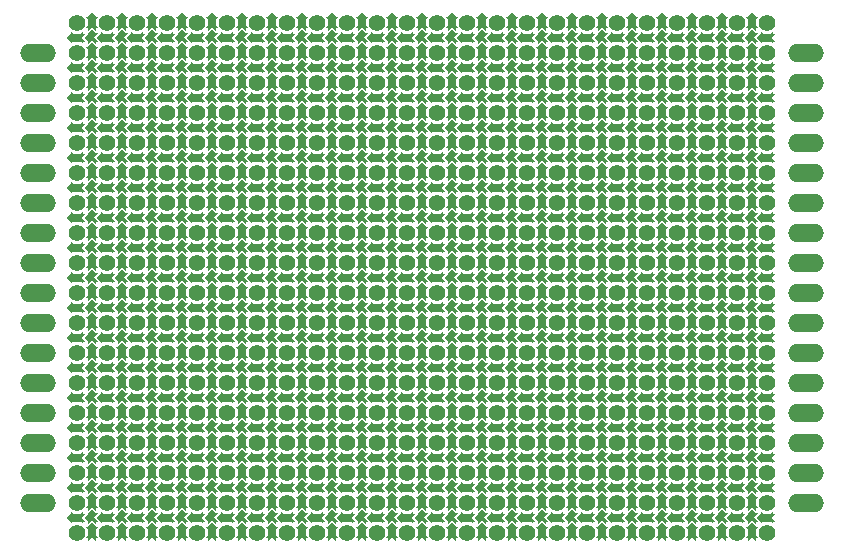
<source format=gbr>
G04 #@! TF.GenerationSoftware,KiCad,Pcbnew,9.0.1*
G04 #@! TF.CreationDate,2025-05-07T17:13:14-04:00*
G04 #@! TF.ProjectId,matrix-protoboard_18x24,6d617472-6978-42d7-9072-6f746f626f61,rev?*
G04 #@! TF.SameCoordinates,Original*
G04 #@! TF.FileFunction,Copper,L1,Top*
G04 #@! TF.FilePolarity,Positive*
%FSLAX46Y46*%
G04 Gerber Fmt 4.6, Leading zero omitted, Abs format (unit mm)*
G04 Created by KiCad (PCBNEW 9.0.1) date 2025-05-07 17:13:14*
%MOMM*%
%LPD*%
G01*
G04 APERTURE LIST*
G04 Aperture macros list*
%AMOutline4P*
0 Free polygon, 4 corners , with rotation*
0 The origin of the aperture is its center*
0 number of corners: always 4*
0 $1 to $8 corner X, Y*
0 $9 Rotation angle, in degrees counterclockwise*
0 create outline with 4 corners*
4,1,4,$1,$2,$3,$4,$5,$6,$7,$8,$1,$2,$9*%
G04 Aperture macros list end*
G04 #@! TA.AperFunction,SMDPad,CuDef*
%ADD10Outline4P,-0.247450X-0.123750X0.247450X-0.123750X0.000050X0.123750X-0.000050X0.123750X45.000000*%
G04 #@! TD*
G04 #@! TA.AperFunction,SMDPad,CuDef*
%ADD11Outline4P,-0.282750X-0.141400X0.282750X-0.141400X0.000050X0.141400X-0.000050X0.141400X315.000000*%
G04 #@! TD*
G04 #@! TA.AperFunction,SMDPad,CuDef*
%ADD12Outline4P,-0.282750X-0.141400X0.282750X-0.141400X0.000050X0.141400X-0.000050X0.141400X225.000000*%
G04 #@! TD*
G04 #@! TA.AperFunction,SMDPad,CuDef*
%ADD13Outline4P,-0.349950X-0.175000X0.349950X-0.175000X0.000050X0.175000X-0.000050X0.175000X0.000000*%
G04 #@! TD*
G04 #@! TA.AperFunction,SMDPad,CuDef*
%ADD14R,0.700000X0.850000*%
G04 #@! TD*
G04 #@! TA.AperFunction,SMDPad,CuDef*
%ADD15Outline4P,-0.282750X-0.141400X0.282750X-0.141400X0.000050X0.141400X-0.000050X0.141400X45.000000*%
G04 #@! TD*
G04 #@! TA.AperFunction,SMDPad,CuDef*
%ADD16Outline4P,-0.282750X-0.141400X0.282750X-0.141400X0.000050X0.141400X-0.000050X0.141400X135.000000*%
G04 #@! TD*
G04 #@! TA.AperFunction,SMDPad,CuDef*
%ADD17Outline4P,-0.247450X-0.123750X0.247450X-0.123750X0.000050X0.123750X-0.000050X0.123750X315.000000*%
G04 #@! TD*
G04 #@! TA.AperFunction,ComponentPad*
%ADD18C,1.400000*%
G04 #@! TD*
G04 #@! TA.AperFunction,SMDPad,CuDef*
%ADD19Outline4P,-0.247450X-0.123750X0.247450X-0.123750X0.000050X0.123750X-0.000050X0.123750X135.000000*%
G04 #@! TD*
G04 #@! TA.AperFunction,SMDPad,CuDef*
%ADD20Outline4P,-0.349950X-0.175000X0.349950X-0.175000X0.000050X0.175000X-0.000050X0.175000X90.000000*%
G04 #@! TD*
G04 #@! TA.AperFunction,SMDPad,CuDef*
%ADD21R,0.850000X0.700000*%
G04 #@! TD*
G04 #@! TA.AperFunction,SMDPad,CuDef*
%ADD22O,3.048000X1.524000*%
G04 #@! TD*
G04 #@! TA.AperFunction,SMDPad,CuDef*
%ADD23R,0.470000X0.520000*%
G04 #@! TD*
G04 APERTURE END LIST*
D10*
X130450000Y-173640000D03*
D11*
X130460000Y-172800000D03*
D12*
X130460000Y-173600000D03*
D13*
X130710000Y-172550000D03*
D14*
X130710000Y-173140000D03*
D15*
X130960000Y-172800000D03*
D16*
X130960000Y-173600000D03*
D17*
X130960000Y-173640000D03*
D10*
X102510000Y-155860000D03*
D11*
X102520000Y-155020000D03*
D12*
X102520000Y-155820000D03*
D13*
X102770000Y-154770000D03*
D14*
X102770000Y-155360000D03*
D15*
X103020000Y-155020000D03*
D16*
X103020000Y-155820000D03*
D17*
X103020000Y-155860000D03*
D18*
X126900000Y-147800000D03*
D10*
X110130000Y-145700000D03*
D11*
X110140000Y-144860000D03*
D12*
X110140000Y-145660000D03*
D13*
X110390000Y-144610000D03*
D14*
X110390000Y-145200000D03*
D15*
X110640000Y-144860000D03*
D16*
X110640000Y-145660000D03*
D17*
X110640000Y-145700000D03*
D18*
X114200000Y-163040000D03*
D19*
X122260000Y-154410000D03*
D15*
X121420000Y-154400000D03*
D11*
X122220000Y-154400000D03*
D20*
X121170000Y-154150000D03*
D21*
X121760000Y-154150000D03*
D16*
X121420000Y-153900000D03*
D12*
X122220000Y-153900000D03*
D10*
X122260000Y-153900000D03*
D19*
X122260000Y-167110000D03*
D15*
X121420000Y-167100000D03*
D11*
X122220000Y-167100000D03*
D20*
X121170000Y-166850000D03*
D21*
X121760000Y-166850000D03*
D16*
X121420000Y-166600000D03*
D12*
X122220000Y-166600000D03*
D10*
X122260000Y-166600000D03*
X97430000Y-160940000D03*
D11*
X97440000Y-160100000D03*
D12*
X97440000Y-160900000D03*
D13*
X97690000Y-159850000D03*
D14*
X97690000Y-160440000D03*
D15*
X97940000Y-160100000D03*
D16*
X97940000Y-160900000D03*
D17*
X97940000Y-160940000D03*
D18*
X139600000Y-132560000D03*
X131980000Y-155420000D03*
D10*
X92350000Y-153320000D03*
D11*
X92360000Y-152480000D03*
D12*
X92360000Y-153280000D03*
D13*
X92610000Y-152230000D03*
D14*
X92610000Y-152820000D03*
D15*
X92860000Y-152480000D03*
D16*
X92860000Y-153280000D03*
D17*
X92860000Y-153320000D03*
D18*
X131980000Y-137640000D03*
D19*
X117180000Y-167110000D03*
D15*
X116340000Y-167100000D03*
D11*
X117140000Y-167100000D03*
D20*
X116090000Y-166850000D03*
D21*
X116680000Y-166850000D03*
D16*
X116340000Y-166600000D03*
D12*
X117140000Y-166600000D03*
D10*
X117180000Y-166600000D03*
D19*
X122260000Y-146790000D03*
D15*
X121420000Y-146780000D03*
D11*
X122220000Y-146780000D03*
D20*
X121170000Y-146530000D03*
D21*
X121760000Y-146530000D03*
D16*
X121420000Y-146280000D03*
D12*
X122220000Y-146280000D03*
D10*
X122260000Y-146280000D03*
D19*
X104480000Y-154410000D03*
D15*
X103640000Y-154400000D03*
D11*
X104440000Y-154400000D03*
D20*
X103390000Y-154150000D03*
D21*
X103980000Y-154150000D03*
D16*
X103640000Y-153900000D03*
D12*
X104440000Y-153900000D03*
D10*
X104480000Y-153900000D03*
D19*
X84160000Y-149330000D03*
D15*
X83320000Y-149320000D03*
D11*
X84120000Y-149320000D03*
D20*
X83070000Y-149070000D03*
D21*
X83660000Y-149070000D03*
D16*
X83320000Y-148820000D03*
D12*
X84120000Y-148820000D03*
D10*
X84160000Y-148820000D03*
X130450000Y-155860000D03*
D11*
X130460000Y-155020000D03*
D12*
X130460000Y-155820000D03*
D13*
X130710000Y-154770000D03*
D14*
X130710000Y-155360000D03*
D15*
X130960000Y-155020000D03*
D16*
X130960000Y-155820000D03*
D17*
X130960000Y-155860000D03*
D19*
X124800000Y-134090000D03*
D15*
X123960000Y-134080000D03*
D11*
X124760000Y-134080000D03*
D20*
X123710000Y-133830000D03*
D21*
X124300000Y-133830000D03*
D16*
X123960000Y-133580000D03*
D12*
X124760000Y-133580000D03*
D10*
X124800000Y-133580000D03*
D18*
X142140000Y-137640000D03*
D19*
X117180000Y-172190000D03*
D15*
X116340000Y-172180000D03*
D11*
X117140000Y-172180000D03*
D20*
X116090000Y-171930000D03*
D21*
X116680000Y-171930000D03*
D16*
X116340000Y-171680000D03*
D12*
X117140000Y-171680000D03*
D10*
X117180000Y-171680000D03*
X99970000Y-148240000D03*
D11*
X99980000Y-147400000D03*
D12*
X99980000Y-148200000D03*
D13*
X100230000Y-147150000D03*
D14*
X100230000Y-147740000D03*
D15*
X100480000Y-147400000D03*
D16*
X100480000Y-148200000D03*
D17*
X100480000Y-148240000D03*
D18*
X121820000Y-137640000D03*
D22*
X80418000Y-150340000D03*
D10*
X130450000Y-143160000D03*
D11*
X130460000Y-142320000D03*
D12*
X130460000Y-143120000D03*
D13*
X130710000Y-142070000D03*
D14*
X130710000Y-142660000D03*
D15*
X130960000Y-142320000D03*
D16*
X130960000Y-143120000D03*
D17*
X130960000Y-143160000D03*
D20*
X89600000Y-166850000D03*
D10*
X89810000Y-167110000D03*
D23*
X90010000Y-166765000D03*
D13*
X90070000Y-166380000D03*
D10*
X90330000Y-166590000D03*
D17*
X90330000Y-167110000D03*
D19*
X90330000Y-167110000D03*
D10*
X135530000Y-173640000D03*
D11*
X135540000Y-172800000D03*
D12*
X135540000Y-173600000D03*
D13*
X135790000Y-172550000D03*
D14*
X135790000Y-173140000D03*
D15*
X136040000Y-172800000D03*
D16*
X136040000Y-173600000D03*
D17*
X136040000Y-173640000D03*
D18*
X96420000Y-163040000D03*
X101500000Y-155420000D03*
X116740000Y-170660000D03*
X139600000Y-160500000D03*
D19*
X91780000Y-156950000D03*
D15*
X90940000Y-156940000D03*
D11*
X91740000Y-156940000D03*
D20*
X90690000Y-156690000D03*
D21*
X91280000Y-156690000D03*
D16*
X90940000Y-156440000D03*
D12*
X91740000Y-156440000D03*
D10*
X91780000Y-156440000D03*
D20*
X127700000Y-149070000D03*
D10*
X127910000Y-149330000D03*
D23*
X128110000Y-148985000D03*
D13*
X128170000Y-148600000D03*
D10*
X128430000Y-148810000D03*
D17*
X128430000Y-149330000D03*
D19*
X128430000Y-149330000D03*
D10*
X107590000Y-163480000D03*
D11*
X107600000Y-162640000D03*
D12*
X107600000Y-163440000D03*
D13*
X107850000Y-162390000D03*
D14*
X107850000Y-162980000D03*
D15*
X108100000Y-162640000D03*
D16*
X108100000Y-163440000D03*
D17*
X108100000Y-163480000D03*
D20*
X109920000Y-156690000D03*
D10*
X110130000Y-156950000D03*
D23*
X110330000Y-156605000D03*
D13*
X110390000Y-156220000D03*
D10*
X110650000Y-156430000D03*
D17*
X110650000Y-156950000D03*
D19*
X110650000Y-156950000D03*
X91780000Y-154410000D03*
D15*
X90940000Y-154400000D03*
D11*
X91740000Y-154400000D03*
D20*
X90690000Y-154150000D03*
D21*
X91280000Y-154150000D03*
D16*
X90940000Y-153900000D03*
D12*
X91740000Y-153900000D03*
D10*
X91780000Y-153900000D03*
D20*
X107380000Y-154150000D03*
D10*
X107590000Y-154410000D03*
D23*
X107790000Y-154065000D03*
D13*
X107850000Y-153680000D03*
D10*
X108110000Y-153890000D03*
D17*
X108110000Y-154410000D03*
D19*
X108110000Y-154410000D03*
X86700000Y-156950000D03*
D15*
X85860000Y-156940000D03*
D11*
X86660000Y-156940000D03*
D20*
X85610000Y-156690000D03*
D21*
X86200000Y-156690000D03*
D16*
X85860000Y-156440000D03*
D12*
X86660000Y-156440000D03*
D10*
X86700000Y-156440000D03*
D19*
X86700000Y-139170000D03*
D15*
X85860000Y-139160000D03*
D11*
X86660000Y-139160000D03*
D20*
X85610000Y-138910000D03*
D21*
X86200000Y-138910000D03*
D16*
X85860000Y-138660000D03*
D12*
X86660000Y-138660000D03*
D10*
X86700000Y-138660000D03*
D18*
X111660000Y-147800000D03*
X96420000Y-160500000D03*
D10*
X112670000Y-168560000D03*
D11*
X112680000Y-167720000D03*
D12*
X112680000Y-168520000D03*
D13*
X112930000Y-167470000D03*
D14*
X112930000Y-168060000D03*
D15*
X113180000Y-167720000D03*
D16*
X113180000Y-168520000D03*
D17*
X113180000Y-168560000D03*
D20*
X94680000Y-164310000D03*
D10*
X94890000Y-164570000D03*
D23*
X95090000Y-164225000D03*
D13*
X95150000Y-163840000D03*
D10*
X95410000Y-164050000D03*
D19*
X95410000Y-164570000D03*
D17*
X95410000Y-164570000D03*
D19*
X117180000Y-134090000D03*
D15*
X116340000Y-134080000D03*
D11*
X117140000Y-134080000D03*
D20*
X116090000Y-133830000D03*
D21*
X116680000Y-133830000D03*
D16*
X116340000Y-133580000D03*
D12*
X117140000Y-133580000D03*
D10*
X117180000Y-133580000D03*
X115210000Y-168560000D03*
D11*
X115220000Y-167720000D03*
D12*
X115220000Y-168520000D03*
D13*
X115470000Y-167470000D03*
D14*
X115470000Y-168060000D03*
D15*
X115720000Y-167720000D03*
D16*
X115720000Y-168520000D03*
D17*
X115720000Y-168560000D03*
D20*
X137860000Y-174470000D03*
D10*
X138070000Y-174730000D03*
D23*
X138270000Y-174385000D03*
D13*
X138330000Y-174000000D03*
D10*
X138590000Y-174210000D03*
D17*
X138590000Y-174730000D03*
D19*
X138590000Y-174730000D03*
D18*
X121820000Y-160500000D03*
D22*
X80418000Y-152880000D03*
D10*
X120290000Y-135540000D03*
D11*
X120300000Y-134700000D03*
D12*
X120300000Y-135500000D03*
D13*
X120550000Y-134450000D03*
D14*
X120550000Y-135040000D03*
D15*
X120800000Y-134700000D03*
D16*
X120800000Y-135500000D03*
D17*
X120800000Y-135540000D03*
D19*
X140040000Y-139170000D03*
D15*
X139200000Y-139160000D03*
D11*
X140000000Y-139160000D03*
D20*
X138950000Y-138910000D03*
D21*
X139540000Y-138910000D03*
D16*
X139200000Y-138660000D03*
D12*
X140000000Y-138660000D03*
D10*
X140040000Y-138660000D03*
D18*
X134520000Y-150340000D03*
D19*
X137500000Y-159490000D03*
D15*
X136660000Y-159480000D03*
D11*
X137460000Y-159480000D03*
D20*
X136410000Y-159230000D03*
D21*
X137000000Y-159230000D03*
D16*
X136660000Y-158980000D03*
D12*
X137460000Y-158980000D03*
D10*
X137500000Y-158980000D03*
D18*
X124360000Y-150340000D03*
D10*
X87270000Y-150780000D03*
D11*
X87280000Y-149940000D03*
D12*
X87280000Y-150740000D03*
D13*
X87530000Y-149690000D03*
D14*
X87530000Y-150280000D03*
D15*
X87780000Y-149940000D03*
D16*
X87780000Y-150740000D03*
D17*
X87780000Y-150780000D03*
D19*
X107020000Y-162030000D03*
D15*
X106180000Y-162020000D03*
D11*
X106980000Y-162020000D03*
D20*
X105930000Y-161770000D03*
D21*
X106520000Y-161770000D03*
D16*
X106180000Y-161520000D03*
D12*
X106980000Y-161520000D03*
D10*
X107020000Y-161520000D03*
D19*
X107020000Y-151870000D03*
D15*
X106180000Y-151860000D03*
D11*
X106980000Y-151860000D03*
D20*
X105930000Y-151610000D03*
D21*
X106520000Y-151610000D03*
D16*
X106180000Y-151360000D03*
D12*
X106980000Y-151360000D03*
D10*
X107020000Y-151360000D03*
D18*
X104040000Y-165580000D03*
D20*
X89600000Y-171930000D03*
D10*
X89810000Y-172190000D03*
D23*
X90010000Y-171845000D03*
D13*
X90070000Y-171460000D03*
D10*
X90330000Y-171670000D03*
D17*
X90330000Y-172190000D03*
D19*
X90330000Y-172190000D03*
D18*
X116740000Y-157960000D03*
D10*
X99970000Y-155860000D03*
D11*
X99980000Y-155020000D03*
D12*
X99980000Y-155820000D03*
D13*
X100230000Y-154770000D03*
D14*
X100230000Y-155360000D03*
D15*
X100480000Y-155020000D03*
D16*
X100480000Y-155820000D03*
D17*
X100480000Y-155860000D03*
D10*
X130450000Y-176180000D03*
D11*
X130460000Y-175340000D03*
D12*
X130460000Y-176140000D03*
D13*
X130710000Y-175090000D03*
D14*
X130710000Y-175680000D03*
D15*
X130960000Y-175340000D03*
D16*
X130960000Y-176140000D03*
D17*
X130960000Y-176180000D03*
D20*
X115000000Y-141450000D03*
D10*
X115210000Y-141710000D03*
D23*
X115410000Y-141365000D03*
D13*
X115470000Y-140980000D03*
D10*
X115730000Y-141190000D03*
D19*
X115730000Y-141710000D03*
D17*
X115730000Y-141710000D03*
D20*
X122620000Y-174470000D03*
D10*
X122830000Y-174730000D03*
D23*
X123030000Y-174385000D03*
D13*
X123090000Y-174000000D03*
D10*
X123350000Y-174210000D03*
D17*
X123350000Y-174730000D03*
D19*
X123350000Y-174730000D03*
D18*
X114200000Y-147800000D03*
D19*
X119720000Y-169650000D03*
D15*
X118880000Y-169640000D03*
D11*
X119680000Y-169640000D03*
D20*
X118630000Y-169390000D03*
D21*
X119220000Y-169390000D03*
D16*
X118880000Y-169140000D03*
D12*
X119680000Y-169140000D03*
D10*
X119720000Y-169140000D03*
D19*
X104480000Y-146790000D03*
D15*
X103640000Y-146780000D03*
D11*
X104440000Y-146780000D03*
D20*
X103390000Y-146530000D03*
D21*
X103980000Y-146530000D03*
D16*
X103640000Y-146280000D03*
D12*
X104440000Y-146280000D03*
D10*
X104480000Y-146280000D03*
D19*
X129880000Y-151870000D03*
D15*
X129040000Y-151860000D03*
D11*
X129840000Y-151860000D03*
D20*
X128790000Y-151610000D03*
D21*
X129380000Y-151610000D03*
D16*
X129040000Y-151360000D03*
D12*
X129840000Y-151360000D03*
D10*
X129880000Y-151360000D03*
D18*
X109120000Y-150340000D03*
D20*
X92140000Y-169390000D03*
D10*
X92350000Y-169650000D03*
D23*
X92550000Y-169305000D03*
D13*
X92610000Y-168920000D03*
D10*
X92870000Y-169130000D03*
D19*
X92870000Y-169650000D03*
D17*
X92870000Y-169650000D03*
D18*
X106580000Y-145260000D03*
D10*
X87270000Y-173640000D03*
D11*
X87280000Y-172800000D03*
D12*
X87280000Y-173600000D03*
D13*
X87530000Y-172550000D03*
D14*
X87530000Y-173140000D03*
D15*
X87780000Y-172800000D03*
D16*
X87780000Y-173600000D03*
D17*
X87780000Y-173640000D03*
D10*
X127910000Y-145700000D03*
D11*
X127920000Y-144860000D03*
D12*
X127920000Y-145660000D03*
D13*
X128170000Y-144610000D03*
D14*
X128170000Y-145200000D03*
D15*
X128420000Y-144860000D03*
D16*
X128420000Y-145660000D03*
D17*
X128420000Y-145700000D03*
D19*
X89240000Y-164570000D03*
D15*
X88400000Y-164560000D03*
D11*
X89200000Y-164560000D03*
D20*
X88150000Y-164310000D03*
D21*
X88740000Y-164310000D03*
D16*
X88400000Y-164060000D03*
D12*
X89200000Y-164060000D03*
D10*
X89240000Y-164060000D03*
D22*
X80418000Y-137640000D03*
X145442000Y-157960000D03*
D10*
X120290000Y-145700000D03*
D11*
X120300000Y-144860000D03*
D12*
X120300000Y-145660000D03*
D13*
X120550000Y-144610000D03*
D14*
X120550000Y-145200000D03*
D15*
X120800000Y-144860000D03*
D16*
X120800000Y-145660000D03*
D17*
X120800000Y-145700000D03*
D10*
X84730000Y-153320000D03*
D11*
X84740000Y-152480000D03*
D12*
X84740000Y-153280000D03*
D13*
X84990000Y-152230000D03*
D14*
X84990000Y-152820000D03*
D15*
X85240000Y-152480000D03*
D16*
X85240000Y-153280000D03*
D17*
X85240000Y-153320000D03*
D19*
X104480000Y-159490000D03*
D15*
X103640000Y-159480000D03*
D11*
X104440000Y-159480000D03*
D20*
X103390000Y-159230000D03*
D21*
X103980000Y-159230000D03*
D16*
X103640000Y-158980000D03*
D12*
X104440000Y-158980000D03*
D10*
X104480000Y-158980000D03*
D20*
X135320000Y-164310000D03*
D10*
X135530000Y-164570000D03*
D23*
X135730000Y-164225000D03*
D13*
X135790000Y-163840000D03*
D10*
X136050000Y-164050000D03*
D19*
X136050000Y-164570000D03*
D17*
X136050000Y-164570000D03*
D18*
X126900000Y-132560000D03*
D10*
X105050000Y-133000000D03*
D11*
X105060000Y-132160000D03*
D12*
X105060000Y-132960000D03*
D13*
X105310000Y-131910000D03*
D14*
X105310000Y-132500000D03*
D15*
X105560000Y-132160000D03*
D16*
X105560000Y-132960000D03*
D17*
X105560000Y-133000000D03*
D20*
X135320000Y-156690000D03*
D10*
X135530000Y-156950000D03*
D23*
X135730000Y-156605000D03*
D13*
X135790000Y-156220000D03*
D10*
X136050000Y-156430000D03*
D19*
X136050000Y-156950000D03*
D17*
X136050000Y-156950000D03*
D19*
X91780000Y-144250000D03*
D15*
X90940000Y-144240000D03*
D11*
X91740000Y-144240000D03*
D20*
X90690000Y-143990000D03*
D21*
X91280000Y-143990000D03*
D16*
X90940000Y-143740000D03*
D12*
X91740000Y-143740000D03*
D10*
X91780000Y-143740000D03*
D19*
X94320000Y-167110000D03*
D15*
X93480000Y-167100000D03*
D11*
X94280000Y-167100000D03*
D20*
X93230000Y-166850000D03*
D21*
X93820000Y-166850000D03*
D16*
X93480000Y-166600000D03*
D12*
X94280000Y-166600000D03*
D10*
X94320000Y-166600000D03*
D20*
X92140000Y-149070000D03*
D10*
X92350000Y-149330000D03*
D23*
X92550000Y-148985000D03*
D13*
X92610000Y-148600000D03*
D10*
X92870000Y-148810000D03*
D17*
X92870000Y-149330000D03*
D19*
X92870000Y-149330000D03*
X94320000Y-174730000D03*
D15*
X93480000Y-174720000D03*
D11*
X94280000Y-174720000D03*
D20*
X93230000Y-174470000D03*
D21*
X93820000Y-174470000D03*
D16*
X93480000Y-174220000D03*
D12*
X94280000Y-174220000D03*
D10*
X94320000Y-174220000D03*
D18*
X96420000Y-135100000D03*
X93880000Y-168120000D03*
D20*
X137860000Y-146530000D03*
D10*
X138070000Y-146790000D03*
D23*
X138270000Y-146445000D03*
D13*
X138330000Y-146060000D03*
D10*
X138590000Y-146270000D03*
D19*
X138590000Y-146790000D03*
D17*
X138590000Y-146790000D03*
D10*
X84730000Y-158400000D03*
D11*
X84740000Y-157560000D03*
D12*
X84740000Y-158360000D03*
D13*
X84990000Y-157310000D03*
D14*
X84990000Y-157900000D03*
D15*
X85240000Y-157560000D03*
D16*
X85240000Y-158360000D03*
D17*
X85240000Y-158400000D03*
D10*
X122830000Y-166020000D03*
D11*
X122840000Y-165180000D03*
D12*
X122840000Y-165980000D03*
D13*
X123090000Y-164930000D03*
D14*
X123090000Y-165520000D03*
D15*
X123340000Y-165180000D03*
D16*
X123340000Y-165980000D03*
D17*
X123340000Y-166020000D03*
D19*
X89240000Y-172190000D03*
D15*
X88400000Y-172180000D03*
D11*
X89200000Y-172180000D03*
D20*
X88150000Y-171930000D03*
D21*
X88740000Y-171930000D03*
D16*
X88400000Y-171680000D03*
D12*
X89200000Y-171680000D03*
D10*
X89240000Y-171680000D03*
D18*
X142140000Y-142720000D03*
X126900000Y-165580000D03*
D10*
X112670000Y-133000000D03*
D11*
X112680000Y-132160000D03*
D12*
X112680000Y-132960000D03*
D13*
X112930000Y-131910000D03*
D14*
X112930000Y-132500000D03*
D15*
X113180000Y-132160000D03*
D16*
X113180000Y-132960000D03*
D17*
X113180000Y-133000000D03*
D19*
X99400000Y-167110000D03*
D15*
X98560000Y-167100000D03*
D11*
X99360000Y-167100000D03*
D20*
X98310000Y-166850000D03*
D21*
X98900000Y-166850000D03*
D16*
X98560000Y-166600000D03*
D12*
X99360000Y-166600000D03*
D10*
X99400000Y-166600000D03*
D20*
X127700000Y-164310000D03*
D10*
X127910000Y-164570000D03*
D23*
X128110000Y-164225000D03*
D13*
X128170000Y-163840000D03*
D10*
X128430000Y-164050000D03*
D19*
X128430000Y-164570000D03*
D17*
X128430000Y-164570000D03*
D10*
X127910000Y-140620000D03*
D11*
X127920000Y-139780000D03*
D12*
X127920000Y-140580000D03*
D13*
X128170000Y-139530000D03*
D14*
X128170000Y-140120000D03*
D15*
X128420000Y-139780000D03*
D16*
X128420000Y-140580000D03*
D17*
X128420000Y-140620000D03*
D19*
X119720000Y-162030000D03*
D15*
X118880000Y-162020000D03*
D11*
X119680000Y-162020000D03*
D20*
X118630000Y-161770000D03*
D21*
X119220000Y-161770000D03*
D16*
X118880000Y-161520000D03*
D12*
X119680000Y-161520000D03*
D10*
X119720000Y-161520000D03*
D19*
X109560000Y-156950000D03*
D15*
X108720000Y-156940000D03*
D11*
X109520000Y-156940000D03*
D20*
X108470000Y-156690000D03*
D21*
X109060000Y-156690000D03*
D16*
X108720000Y-156440000D03*
D12*
X109520000Y-156440000D03*
D10*
X109560000Y-156440000D03*
D20*
X112460000Y-136370000D03*
D10*
X112670000Y-136630000D03*
D23*
X112870000Y-136285000D03*
D13*
X112930000Y-135900000D03*
D10*
X113190000Y-136110000D03*
D17*
X113190000Y-136630000D03*
D19*
X113190000Y-136630000D03*
X84160000Y-144250000D03*
D15*
X83320000Y-144240000D03*
D11*
X84120000Y-144240000D03*
D20*
X83070000Y-143990000D03*
D21*
X83660000Y-143990000D03*
D16*
X83320000Y-143740000D03*
D12*
X84120000Y-143740000D03*
D10*
X84160000Y-143740000D03*
D19*
X101940000Y-144250000D03*
D15*
X101100000Y-144240000D03*
D11*
X101900000Y-144240000D03*
D20*
X100850000Y-143990000D03*
D21*
X101440000Y-143990000D03*
D16*
X101100000Y-143740000D03*
D12*
X101900000Y-143740000D03*
D10*
X101940000Y-143740000D03*
D18*
X119280000Y-140180000D03*
D19*
X86700000Y-162030000D03*
D15*
X85860000Y-162020000D03*
D11*
X86660000Y-162020000D03*
D20*
X85610000Y-161770000D03*
D21*
X86200000Y-161770000D03*
D16*
X85860000Y-161520000D03*
D12*
X86660000Y-161520000D03*
D10*
X86700000Y-161520000D03*
D19*
X137500000Y-162030000D03*
D15*
X136660000Y-162020000D03*
D11*
X137460000Y-162020000D03*
D20*
X136410000Y-161770000D03*
D21*
X137000000Y-161770000D03*
D16*
X136660000Y-161520000D03*
D12*
X137460000Y-161520000D03*
D10*
X137500000Y-161520000D03*
D22*
X145442000Y-163040000D03*
D10*
X140610000Y-143160000D03*
D11*
X140620000Y-142320000D03*
D12*
X140620000Y-143120000D03*
D13*
X140870000Y-142070000D03*
D14*
X140870000Y-142660000D03*
D15*
X141120000Y-142320000D03*
D16*
X141120000Y-143120000D03*
D17*
X141120000Y-143160000D03*
D18*
X91340000Y-155420000D03*
D10*
X110130000Y-148240000D03*
D11*
X110140000Y-147400000D03*
D12*
X110140000Y-148200000D03*
D13*
X110390000Y-147150000D03*
D14*
X110390000Y-147740000D03*
D15*
X110640000Y-147400000D03*
D16*
X110640000Y-148200000D03*
D17*
X110640000Y-148240000D03*
D20*
X137860000Y-164310000D03*
D10*
X138070000Y-164570000D03*
D23*
X138270000Y-164225000D03*
D13*
X138330000Y-163840000D03*
D10*
X138590000Y-164050000D03*
D19*
X138590000Y-164570000D03*
D17*
X138590000Y-164570000D03*
D18*
X104040000Y-145260000D03*
D20*
X135320000Y-146530000D03*
D10*
X135530000Y-146790000D03*
D23*
X135730000Y-146445000D03*
D13*
X135790000Y-146060000D03*
D10*
X136050000Y-146270000D03*
D19*
X136050000Y-146790000D03*
D17*
X136050000Y-146790000D03*
D10*
X120290000Y-166020000D03*
D11*
X120300000Y-165180000D03*
D12*
X120300000Y-165980000D03*
D13*
X120550000Y-164930000D03*
D14*
X120550000Y-165520000D03*
D15*
X120800000Y-165180000D03*
D16*
X120800000Y-165980000D03*
D17*
X120800000Y-166020000D03*
D18*
X114200000Y-137640000D03*
D10*
X120290000Y-153320000D03*
D11*
X120300000Y-152480000D03*
D12*
X120300000Y-153280000D03*
D13*
X120550000Y-152230000D03*
D14*
X120550000Y-152820000D03*
D15*
X120800000Y-152480000D03*
D16*
X120800000Y-153280000D03*
D17*
X120800000Y-153320000D03*
D20*
X117540000Y-151610000D03*
D10*
X117750000Y-151870000D03*
D23*
X117950000Y-151525000D03*
D13*
X118010000Y-151140000D03*
D10*
X118270000Y-151350000D03*
D17*
X118270000Y-151870000D03*
D19*
X118270000Y-151870000D03*
X86700000Y-144250000D03*
D15*
X85860000Y-144240000D03*
D11*
X86660000Y-144240000D03*
D20*
X85610000Y-143990000D03*
D21*
X86200000Y-143990000D03*
D16*
X85860000Y-143740000D03*
D12*
X86660000Y-143740000D03*
D10*
X86700000Y-143740000D03*
D20*
X130240000Y-174470000D03*
D10*
X130450000Y-174730000D03*
D23*
X130650000Y-174385000D03*
D13*
X130710000Y-174000000D03*
D10*
X130970000Y-174210000D03*
D19*
X130970000Y-174730000D03*
D17*
X130970000Y-174730000D03*
D18*
X114200000Y-165580000D03*
D20*
X102300000Y-161770000D03*
D10*
X102510000Y-162030000D03*
D23*
X102710000Y-161685000D03*
D13*
X102770000Y-161300000D03*
D10*
X103030000Y-161510000D03*
D19*
X103030000Y-162030000D03*
D17*
X103030000Y-162030000D03*
D18*
X139600000Y-152880000D03*
D19*
X124800000Y-144250000D03*
D15*
X123960000Y-144240000D03*
D11*
X124760000Y-144240000D03*
D20*
X123710000Y-143990000D03*
D21*
X124300000Y-143990000D03*
D16*
X123960000Y-143740000D03*
D12*
X124760000Y-143740000D03*
D10*
X124800000Y-143740000D03*
D19*
X112100000Y-162030000D03*
D15*
X111260000Y-162020000D03*
D11*
X112060000Y-162020000D03*
D20*
X111010000Y-161770000D03*
D21*
X111600000Y-161770000D03*
D16*
X111260000Y-161520000D03*
D12*
X112060000Y-161520000D03*
D10*
X112100000Y-161520000D03*
D19*
X99400000Y-154410000D03*
D15*
X98560000Y-154400000D03*
D11*
X99360000Y-154400000D03*
D20*
X98310000Y-154150000D03*
D21*
X98900000Y-154150000D03*
D16*
X98560000Y-153900000D03*
D12*
X99360000Y-153900000D03*
D10*
X99400000Y-153900000D03*
D19*
X89240000Y-146790000D03*
D15*
X88400000Y-146780000D03*
D11*
X89200000Y-146780000D03*
D20*
X88150000Y-146530000D03*
D21*
X88740000Y-146530000D03*
D16*
X88400000Y-146280000D03*
D12*
X89200000Y-146280000D03*
D10*
X89240000Y-146280000D03*
D19*
X142580000Y-141710000D03*
D15*
X141740000Y-141700000D03*
D11*
X142540000Y-141700000D03*
D20*
X141490000Y-141450000D03*
D21*
X142080000Y-141450000D03*
D16*
X141740000Y-141200000D03*
D12*
X142540000Y-141200000D03*
D10*
X142580000Y-141200000D03*
D19*
X140040000Y-141710000D03*
D15*
X139200000Y-141700000D03*
D11*
X140000000Y-141700000D03*
D20*
X138950000Y-141450000D03*
D21*
X139540000Y-141450000D03*
D16*
X139200000Y-141200000D03*
D12*
X140000000Y-141200000D03*
D10*
X140040000Y-141200000D03*
D20*
X115000000Y-171930000D03*
D10*
X115210000Y-172190000D03*
D23*
X115410000Y-171845000D03*
D13*
X115470000Y-171460000D03*
D10*
X115730000Y-171670000D03*
D19*
X115730000Y-172190000D03*
D17*
X115730000Y-172190000D03*
D20*
X130240000Y-143990000D03*
D10*
X130450000Y-144250000D03*
D23*
X130650000Y-143905000D03*
D13*
X130710000Y-143520000D03*
D10*
X130970000Y-143730000D03*
D19*
X130970000Y-144250000D03*
D17*
X130970000Y-144250000D03*
D19*
X86700000Y-146790000D03*
D15*
X85860000Y-146780000D03*
D11*
X86660000Y-146780000D03*
D20*
X85610000Y-146530000D03*
D21*
X86200000Y-146530000D03*
D16*
X85860000Y-146280000D03*
D12*
X86660000Y-146280000D03*
D10*
X86700000Y-146280000D03*
D20*
X107380000Y-143990000D03*
D10*
X107590000Y-144250000D03*
D23*
X107790000Y-143905000D03*
D13*
X107850000Y-143520000D03*
D10*
X108110000Y-143730000D03*
D17*
X108110000Y-144250000D03*
D19*
X108110000Y-144250000D03*
D20*
X130240000Y-141450000D03*
D10*
X130450000Y-141710000D03*
D23*
X130650000Y-141365000D03*
D13*
X130710000Y-140980000D03*
D10*
X130970000Y-141190000D03*
D17*
X130970000Y-141710000D03*
D19*
X130970000Y-141710000D03*
D10*
X102510000Y-160940000D03*
D11*
X102520000Y-160100000D03*
D12*
X102520000Y-160900000D03*
D13*
X102770000Y-159850000D03*
D14*
X102770000Y-160440000D03*
D15*
X103020000Y-160100000D03*
D16*
X103020000Y-160900000D03*
D17*
X103020000Y-160940000D03*
D20*
X125160000Y-136370000D03*
D10*
X125370000Y-136630000D03*
D23*
X125570000Y-136285000D03*
D13*
X125630000Y-135900000D03*
D10*
X125890000Y-136110000D03*
D17*
X125890000Y-136630000D03*
D19*
X125890000Y-136630000D03*
X127340000Y-174730000D03*
D15*
X126500000Y-174720000D03*
D11*
X127300000Y-174720000D03*
D20*
X126250000Y-174470000D03*
D21*
X126840000Y-174470000D03*
D16*
X126500000Y-174220000D03*
D12*
X127300000Y-174220000D03*
D10*
X127340000Y-174220000D03*
D19*
X129880000Y-141710000D03*
D15*
X129040000Y-141700000D03*
D11*
X129840000Y-141700000D03*
D20*
X128790000Y-141450000D03*
D21*
X129380000Y-141450000D03*
D16*
X129040000Y-141200000D03*
D12*
X129840000Y-141200000D03*
D10*
X129880000Y-141200000D03*
D18*
X104040000Y-175740000D03*
X114200000Y-168120000D03*
X86260000Y-163040000D03*
X114200000Y-135100000D03*
X119280000Y-147800000D03*
D19*
X96860000Y-169650000D03*
D15*
X96020000Y-169640000D03*
D11*
X96820000Y-169640000D03*
D20*
X95770000Y-169390000D03*
D21*
X96360000Y-169390000D03*
D16*
X96020000Y-169140000D03*
D12*
X96820000Y-169140000D03*
D10*
X96860000Y-169140000D03*
D19*
X119720000Y-139170000D03*
D15*
X118880000Y-139160000D03*
D11*
X119680000Y-139160000D03*
D20*
X118630000Y-138910000D03*
D21*
X119220000Y-138910000D03*
D16*
X118880000Y-138660000D03*
D12*
X119680000Y-138660000D03*
D10*
X119720000Y-138660000D03*
D22*
X80418000Y-140180000D03*
D10*
X122830000Y-168560000D03*
D11*
X122840000Y-167720000D03*
D12*
X122840000Y-168520000D03*
D13*
X123090000Y-167470000D03*
D14*
X123090000Y-168060000D03*
D15*
X123340000Y-167720000D03*
D16*
X123340000Y-168520000D03*
D17*
X123340000Y-168560000D03*
D18*
X98960000Y-157960000D03*
X101500000Y-140180000D03*
X131980000Y-145260000D03*
D19*
X107020000Y-167110000D03*
D15*
X106180000Y-167100000D03*
D11*
X106980000Y-167100000D03*
D20*
X105930000Y-166850000D03*
D21*
X106520000Y-166850000D03*
D16*
X106180000Y-166600000D03*
D12*
X106980000Y-166600000D03*
D10*
X107020000Y-166600000D03*
D20*
X107380000Y-136370000D03*
D10*
X107590000Y-136630000D03*
D23*
X107790000Y-136285000D03*
D13*
X107850000Y-135900000D03*
D10*
X108110000Y-136110000D03*
D19*
X108110000Y-136630000D03*
D17*
X108110000Y-136630000D03*
D19*
X134960000Y-167110000D03*
D15*
X134120000Y-167100000D03*
D11*
X134920000Y-167100000D03*
D20*
X133870000Y-166850000D03*
D21*
X134460000Y-166850000D03*
D16*
X134120000Y-166600000D03*
D12*
X134920000Y-166600000D03*
D10*
X134960000Y-166600000D03*
D18*
X93880000Y-175740000D03*
D20*
X127700000Y-143990000D03*
D10*
X127910000Y-144250000D03*
D23*
X128110000Y-143905000D03*
D13*
X128170000Y-143520000D03*
D10*
X128430000Y-143730000D03*
D19*
X128430000Y-144250000D03*
D17*
X128430000Y-144250000D03*
D10*
X130450000Y-150780000D03*
D11*
X130460000Y-149940000D03*
D12*
X130460000Y-150740000D03*
D13*
X130710000Y-149690000D03*
D14*
X130710000Y-150280000D03*
D15*
X130960000Y-149940000D03*
D16*
X130960000Y-150740000D03*
D17*
X130960000Y-150780000D03*
D20*
X104840000Y-169390000D03*
D10*
X105050000Y-169650000D03*
D23*
X105250000Y-169305000D03*
D13*
X105310000Y-168920000D03*
D10*
X105570000Y-169130000D03*
D17*
X105570000Y-169650000D03*
D19*
X105570000Y-169650000D03*
D10*
X89810000Y-135540000D03*
D11*
X89820000Y-134700000D03*
D12*
X89820000Y-135500000D03*
D13*
X90070000Y-134450000D03*
D14*
X90070000Y-135040000D03*
D15*
X90320000Y-134700000D03*
D16*
X90320000Y-135500000D03*
D17*
X90320000Y-135540000D03*
D10*
X117750000Y-143160000D03*
D11*
X117760000Y-142320000D03*
D12*
X117760000Y-143120000D03*
D13*
X118010000Y-142070000D03*
D14*
X118010000Y-142660000D03*
D15*
X118260000Y-142320000D03*
D16*
X118260000Y-143120000D03*
D17*
X118260000Y-143160000D03*
D10*
X140610000Y-176180000D03*
D11*
X140620000Y-175340000D03*
D12*
X140620000Y-176140000D03*
D13*
X140870000Y-175090000D03*
D14*
X140870000Y-175680000D03*
D15*
X141120000Y-175340000D03*
D16*
X141120000Y-176140000D03*
D17*
X141120000Y-176180000D03*
D10*
X99970000Y-133000000D03*
D11*
X99980000Y-132160000D03*
D12*
X99980000Y-132960000D03*
D13*
X100230000Y-131910000D03*
D14*
X100230000Y-132500000D03*
D15*
X100480000Y-132160000D03*
D16*
X100480000Y-132960000D03*
D17*
X100480000Y-133000000D03*
D19*
X109560000Y-139170000D03*
D15*
X108720000Y-139160000D03*
D11*
X109520000Y-139160000D03*
D20*
X108470000Y-138910000D03*
D21*
X109060000Y-138910000D03*
D16*
X108720000Y-138660000D03*
D12*
X109520000Y-138660000D03*
D10*
X109560000Y-138660000D03*
D20*
X104840000Y-141450000D03*
D10*
X105050000Y-141710000D03*
D23*
X105250000Y-141365000D03*
D13*
X105310000Y-140980000D03*
D10*
X105570000Y-141190000D03*
D17*
X105570000Y-141710000D03*
D19*
X105570000Y-141710000D03*
X140040000Y-162030000D03*
D15*
X139200000Y-162020000D03*
D11*
X140000000Y-162020000D03*
D20*
X138950000Y-161770000D03*
D21*
X139540000Y-161770000D03*
D16*
X139200000Y-161520000D03*
D12*
X140000000Y-161520000D03*
D10*
X140040000Y-161520000D03*
D18*
X98960000Y-168120000D03*
D22*
X80418000Y-168120000D03*
D10*
X107590000Y-153320000D03*
D11*
X107600000Y-152480000D03*
D12*
X107600000Y-153280000D03*
D13*
X107850000Y-152230000D03*
D14*
X107850000Y-152820000D03*
D15*
X108100000Y-152480000D03*
D16*
X108100000Y-153280000D03*
D17*
X108100000Y-153320000D03*
D10*
X102510000Y-171100000D03*
D11*
X102520000Y-170260000D03*
D12*
X102520000Y-171060000D03*
D13*
X102770000Y-170010000D03*
D14*
X102770000Y-170600000D03*
D15*
X103020000Y-170260000D03*
D16*
X103020000Y-171060000D03*
D17*
X103020000Y-171100000D03*
D20*
X140400000Y-169390000D03*
D10*
X140610000Y-169650000D03*
D23*
X140810000Y-169305000D03*
D13*
X140870000Y-168920000D03*
D10*
X141130000Y-169130000D03*
D19*
X141130000Y-169650000D03*
D17*
X141130000Y-169650000D03*
D10*
X105050000Y-173640000D03*
D11*
X105060000Y-172800000D03*
D12*
X105060000Y-173600000D03*
D13*
X105310000Y-172550000D03*
D14*
X105310000Y-173140000D03*
D15*
X105560000Y-172800000D03*
D16*
X105560000Y-173600000D03*
D17*
X105560000Y-173640000D03*
D20*
X109920000Y-151610000D03*
D10*
X110130000Y-151870000D03*
D23*
X110330000Y-151525000D03*
D13*
X110390000Y-151140000D03*
D10*
X110650000Y-151350000D03*
D19*
X110650000Y-151870000D03*
D17*
X110650000Y-151870000D03*
D20*
X132780000Y-164310000D03*
D10*
X132990000Y-164570000D03*
D23*
X133190000Y-164225000D03*
D13*
X133250000Y-163840000D03*
D10*
X133510000Y-164050000D03*
D17*
X133510000Y-164570000D03*
D19*
X133510000Y-164570000D03*
D10*
X132990000Y-155860000D03*
D11*
X133000000Y-155020000D03*
D12*
X133000000Y-155820000D03*
D13*
X133250000Y-154770000D03*
D14*
X133250000Y-155360000D03*
D15*
X133500000Y-155020000D03*
D16*
X133500000Y-155820000D03*
D17*
X133500000Y-155860000D03*
D18*
X134520000Y-168120000D03*
X121820000Y-142720000D03*
X101500000Y-175740000D03*
D10*
X105050000Y-166020000D03*
D11*
X105060000Y-165180000D03*
D12*
X105060000Y-165980000D03*
D13*
X105310000Y-164930000D03*
D14*
X105310000Y-165520000D03*
D15*
X105560000Y-165180000D03*
D16*
X105560000Y-165980000D03*
D17*
X105560000Y-166020000D03*
D19*
X99400000Y-144250000D03*
D15*
X98560000Y-144240000D03*
D11*
X99360000Y-144240000D03*
D20*
X98310000Y-143990000D03*
D21*
X98900000Y-143990000D03*
D16*
X98560000Y-143740000D03*
D12*
X99360000Y-143740000D03*
D10*
X99400000Y-143740000D03*
D19*
X134960000Y-154410000D03*
D15*
X134120000Y-154400000D03*
D11*
X134920000Y-154400000D03*
D20*
X133870000Y-154150000D03*
D21*
X134460000Y-154150000D03*
D16*
X134120000Y-153900000D03*
D12*
X134920000Y-153900000D03*
D10*
X134960000Y-153900000D03*
D19*
X107020000Y-134090000D03*
D15*
X106180000Y-134080000D03*
D11*
X106980000Y-134080000D03*
D20*
X105930000Y-133830000D03*
D21*
X106520000Y-133830000D03*
D16*
X106180000Y-133580000D03*
D12*
X106980000Y-133580000D03*
D10*
X107020000Y-133580000D03*
D20*
X89600000Y-146530000D03*
D10*
X89810000Y-146790000D03*
D23*
X90010000Y-146445000D03*
D13*
X90070000Y-146060000D03*
D10*
X90330000Y-146270000D03*
D19*
X90330000Y-146790000D03*
D17*
X90330000Y-146790000D03*
D18*
X114200000Y-175740000D03*
D19*
X107020000Y-146790000D03*
D15*
X106180000Y-146780000D03*
D11*
X106980000Y-146780000D03*
D20*
X105930000Y-146530000D03*
D21*
X106520000Y-146530000D03*
D16*
X106180000Y-146280000D03*
D12*
X106980000Y-146280000D03*
D10*
X107020000Y-146280000D03*
D20*
X117540000Y-146530000D03*
D10*
X117750000Y-146790000D03*
D23*
X117950000Y-146445000D03*
D13*
X118010000Y-146060000D03*
D10*
X118270000Y-146270000D03*
D17*
X118270000Y-146790000D03*
D19*
X118270000Y-146790000D03*
D10*
X115210000Y-173640000D03*
D11*
X115220000Y-172800000D03*
D12*
X115220000Y-173600000D03*
D13*
X115470000Y-172550000D03*
D14*
X115470000Y-173140000D03*
D15*
X115720000Y-172800000D03*
D16*
X115720000Y-173600000D03*
D17*
X115720000Y-173640000D03*
D10*
X94890000Y-148240000D03*
D11*
X94900000Y-147400000D03*
D12*
X94900000Y-148200000D03*
D13*
X95150000Y-147150000D03*
D14*
X95150000Y-147740000D03*
D15*
X95400000Y-147400000D03*
D16*
X95400000Y-148200000D03*
D17*
X95400000Y-148240000D03*
D10*
X94890000Y-143160000D03*
D11*
X94900000Y-142320000D03*
D12*
X94900000Y-143120000D03*
D13*
X95150000Y-142070000D03*
D14*
X95150000Y-142660000D03*
D15*
X95400000Y-142320000D03*
D16*
X95400000Y-143120000D03*
D17*
X95400000Y-143160000D03*
D18*
X137060000Y-163040000D03*
D20*
X137860000Y-138910000D03*
D10*
X138070000Y-139170000D03*
D23*
X138270000Y-138825000D03*
D13*
X138330000Y-138440000D03*
D10*
X138590000Y-138650000D03*
D19*
X138590000Y-139170000D03*
D17*
X138590000Y-139170000D03*
D20*
X104840000Y-171930000D03*
D10*
X105050000Y-172190000D03*
D23*
X105250000Y-171845000D03*
D13*
X105310000Y-171460000D03*
D10*
X105570000Y-171670000D03*
D19*
X105570000Y-172190000D03*
D17*
X105570000Y-172190000D03*
D18*
X96420000Y-173200000D03*
D19*
X112100000Y-146790000D03*
D15*
X111260000Y-146780000D03*
D11*
X112060000Y-146780000D03*
D20*
X111010000Y-146530000D03*
D21*
X111600000Y-146530000D03*
D16*
X111260000Y-146280000D03*
D12*
X112060000Y-146280000D03*
D10*
X112100000Y-146280000D03*
X84730000Y-133000000D03*
D11*
X84740000Y-132160000D03*
D12*
X84740000Y-132960000D03*
D13*
X84990000Y-131910000D03*
D14*
X84990000Y-132500000D03*
D15*
X85240000Y-132160000D03*
D16*
X85240000Y-132960000D03*
D17*
X85240000Y-133000000D03*
D20*
X122620000Y-143990000D03*
D10*
X122830000Y-144250000D03*
D23*
X123030000Y-143905000D03*
D13*
X123090000Y-143520000D03*
D10*
X123350000Y-143730000D03*
D19*
X123350000Y-144250000D03*
D17*
X123350000Y-144250000D03*
D18*
X131980000Y-132560000D03*
D19*
X84160000Y-169650000D03*
D15*
X83320000Y-169640000D03*
D11*
X84120000Y-169640000D03*
D20*
X83070000Y-169390000D03*
D21*
X83660000Y-169390000D03*
D16*
X83320000Y-169140000D03*
D12*
X84120000Y-169140000D03*
D10*
X84160000Y-169140000D03*
D20*
X132780000Y-149070000D03*
D10*
X132990000Y-149330000D03*
D23*
X133190000Y-148985000D03*
D13*
X133250000Y-148600000D03*
D10*
X133510000Y-148810000D03*
D19*
X133510000Y-149330000D03*
D17*
X133510000Y-149330000D03*
D18*
X96420000Y-170660000D03*
X88800000Y-132560000D03*
X142140000Y-173200000D03*
D19*
X132420000Y-144250000D03*
D15*
X131580000Y-144240000D03*
D11*
X132380000Y-144240000D03*
D20*
X131330000Y-143990000D03*
D21*
X131920000Y-143990000D03*
D16*
X131580000Y-143740000D03*
D12*
X132380000Y-143740000D03*
D10*
X132420000Y-143740000D03*
D18*
X131980000Y-173200000D03*
D19*
X124800000Y-164570000D03*
D15*
X123960000Y-164560000D03*
D11*
X124760000Y-164560000D03*
D20*
X123710000Y-164310000D03*
D21*
X124300000Y-164310000D03*
D16*
X123960000Y-164060000D03*
D12*
X124760000Y-164060000D03*
D10*
X124800000Y-164060000D03*
X115210000Y-140620000D03*
D11*
X115220000Y-139780000D03*
D12*
X115220000Y-140580000D03*
D13*
X115470000Y-139530000D03*
D14*
X115470000Y-140120000D03*
D15*
X115720000Y-139780000D03*
D16*
X115720000Y-140580000D03*
D17*
X115720000Y-140620000D03*
D18*
X96420000Y-155420000D03*
D19*
X140040000Y-154410000D03*
D15*
X139200000Y-154400000D03*
D11*
X140000000Y-154400000D03*
D20*
X138950000Y-154150000D03*
D21*
X139540000Y-154150000D03*
D16*
X139200000Y-153900000D03*
D12*
X140000000Y-153900000D03*
D10*
X140040000Y-153900000D03*
X105050000Y-150780000D03*
D11*
X105060000Y-149940000D03*
D12*
X105060000Y-150740000D03*
D13*
X105310000Y-149690000D03*
D14*
X105310000Y-150280000D03*
D15*
X105560000Y-149940000D03*
D16*
X105560000Y-150740000D03*
D17*
X105560000Y-150780000D03*
D19*
X119720000Y-134090000D03*
D15*
X118880000Y-134080000D03*
D11*
X119680000Y-134080000D03*
D20*
X118630000Y-133830000D03*
D21*
X119220000Y-133830000D03*
D16*
X118880000Y-133580000D03*
D12*
X119680000Y-133580000D03*
D10*
X119720000Y-133580000D03*
D20*
X104840000Y-164310000D03*
D10*
X105050000Y-164570000D03*
D23*
X105250000Y-164225000D03*
D13*
X105310000Y-163840000D03*
D10*
X105570000Y-164050000D03*
D19*
X105570000Y-164570000D03*
D17*
X105570000Y-164570000D03*
D20*
X132780000Y-159230000D03*
D10*
X132990000Y-159490000D03*
D23*
X133190000Y-159145000D03*
D13*
X133250000Y-158760000D03*
D10*
X133510000Y-158970000D03*
D17*
X133510000Y-159490000D03*
D19*
X133510000Y-159490000D03*
D10*
X140610000Y-148240000D03*
D11*
X140620000Y-147400000D03*
D12*
X140620000Y-148200000D03*
D13*
X140870000Y-147150000D03*
D14*
X140870000Y-147740000D03*
D15*
X141120000Y-147400000D03*
D16*
X141120000Y-148200000D03*
D17*
X141120000Y-148240000D03*
D19*
X86700000Y-174730000D03*
D15*
X85860000Y-174720000D03*
D11*
X86660000Y-174720000D03*
D20*
X85610000Y-174470000D03*
D21*
X86200000Y-174470000D03*
D16*
X85860000Y-174220000D03*
D12*
X86660000Y-174220000D03*
D10*
X86700000Y-174220000D03*
D19*
X114640000Y-149330000D03*
D15*
X113800000Y-149320000D03*
D11*
X114600000Y-149320000D03*
D20*
X113550000Y-149070000D03*
D21*
X114140000Y-149070000D03*
D16*
X113800000Y-148820000D03*
D12*
X114600000Y-148820000D03*
D10*
X114640000Y-148820000D03*
D20*
X94680000Y-149070000D03*
D10*
X94890000Y-149330000D03*
D23*
X95090000Y-148985000D03*
D13*
X95150000Y-148600000D03*
D10*
X95410000Y-148810000D03*
D17*
X95410000Y-149330000D03*
D19*
X95410000Y-149330000D03*
D18*
X129440000Y-137640000D03*
X116740000Y-140180000D03*
D19*
X101940000Y-172190000D03*
D15*
X101100000Y-172180000D03*
D11*
X101900000Y-172180000D03*
D20*
X100850000Y-171930000D03*
D21*
X101440000Y-171930000D03*
D16*
X101100000Y-171680000D03*
D12*
X101900000Y-171680000D03*
D10*
X101940000Y-171680000D03*
D18*
X93880000Y-140180000D03*
D10*
X94890000Y-145700000D03*
D11*
X94900000Y-144860000D03*
D12*
X94900000Y-145660000D03*
D13*
X95150000Y-144610000D03*
D14*
X95150000Y-145200000D03*
D15*
X95400000Y-144860000D03*
D16*
X95400000Y-145660000D03*
D17*
X95400000Y-145700000D03*
D19*
X142580000Y-172190000D03*
D15*
X141740000Y-172180000D03*
D11*
X142540000Y-172180000D03*
D20*
X141490000Y-171930000D03*
D21*
X142080000Y-171930000D03*
D16*
X141740000Y-171680000D03*
D12*
X142540000Y-171680000D03*
D10*
X142580000Y-171680000D03*
D18*
X124360000Y-142720000D03*
D19*
X89240000Y-162030000D03*
D15*
X88400000Y-162020000D03*
D11*
X89200000Y-162020000D03*
D20*
X88150000Y-161770000D03*
D21*
X88740000Y-161770000D03*
D16*
X88400000Y-161520000D03*
D12*
X89200000Y-161520000D03*
D10*
X89240000Y-161520000D03*
D19*
X89240000Y-156950000D03*
D15*
X88400000Y-156940000D03*
D11*
X89200000Y-156940000D03*
D20*
X88150000Y-156690000D03*
D21*
X88740000Y-156690000D03*
D16*
X88400000Y-156440000D03*
D12*
X89200000Y-156440000D03*
D10*
X89240000Y-156440000D03*
D20*
X125160000Y-149070000D03*
D10*
X125370000Y-149330000D03*
D23*
X125570000Y-148985000D03*
D13*
X125630000Y-148600000D03*
D10*
X125890000Y-148810000D03*
D17*
X125890000Y-149330000D03*
D19*
X125890000Y-149330000D03*
D20*
X132780000Y-166850000D03*
D10*
X132990000Y-167110000D03*
D23*
X133190000Y-166765000D03*
D13*
X133250000Y-166380000D03*
D10*
X133510000Y-166590000D03*
D17*
X133510000Y-167110000D03*
D19*
X133510000Y-167110000D03*
D18*
X116740000Y-168120000D03*
D20*
X115000000Y-174470000D03*
D10*
X115210000Y-174730000D03*
D23*
X115410000Y-174385000D03*
D13*
X115470000Y-174000000D03*
D10*
X115730000Y-174210000D03*
D17*
X115730000Y-174730000D03*
D19*
X115730000Y-174730000D03*
D10*
X110130000Y-158400000D03*
D11*
X110140000Y-157560000D03*
D12*
X110140000Y-158360000D03*
D13*
X110390000Y-157310000D03*
D14*
X110390000Y-157900000D03*
D15*
X110640000Y-157560000D03*
D16*
X110640000Y-158360000D03*
D17*
X110640000Y-158400000D03*
D10*
X89810000Y-166020000D03*
D11*
X89820000Y-165180000D03*
D12*
X89820000Y-165980000D03*
D13*
X90070000Y-164930000D03*
D14*
X90070000Y-165520000D03*
D15*
X90320000Y-165180000D03*
D16*
X90320000Y-165980000D03*
D17*
X90320000Y-166020000D03*
D10*
X97430000Y-168560000D03*
D11*
X97440000Y-167720000D03*
D12*
X97440000Y-168520000D03*
D13*
X97690000Y-167470000D03*
D14*
X97690000Y-168060000D03*
D15*
X97940000Y-167720000D03*
D16*
X97940000Y-168520000D03*
D17*
X97940000Y-168560000D03*
D10*
X125370000Y-135540000D03*
D11*
X125380000Y-134700000D03*
D12*
X125380000Y-135500000D03*
D13*
X125630000Y-134450000D03*
D14*
X125630000Y-135040000D03*
D15*
X125880000Y-134700000D03*
D16*
X125880000Y-135500000D03*
D17*
X125880000Y-135540000D03*
D20*
X125160000Y-159230000D03*
D10*
X125370000Y-159490000D03*
D23*
X125570000Y-159145000D03*
D13*
X125630000Y-158760000D03*
D10*
X125890000Y-158970000D03*
D19*
X125890000Y-159490000D03*
D17*
X125890000Y-159490000D03*
D10*
X138070000Y-153320000D03*
D11*
X138080000Y-152480000D03*
D12*
X138080000Y-153280000D03*
D13*
X138330000Y-152230000D03*
D14*
X138330000Y-152820000D03*
D15*
X138580000Y-152480000D03*
D16*
X138580000Y-153280000D03*
D17*
X138580000Y-153320000D03*
D19*
X142580000Y-139170000D03*
D15*
X141740000Y-139160000D03*
D11*
X142540000Y-139160000D03*
D20*
X141490000Y-138910000D03*
D21*
X142080000Y-138910000D03*
D16*
X141740000Y-138660000D03*
D12*
X142540000Y-138660000D03*
D10*
X142580000Y-138660000D03*
D18*
X104040000Y-160500000D03*
D20*
X125160000Y-133830000D03*
D10*
X125370000Y-134090000D03*
D23*
X125570000Y-133745000D03*
D13*
X125630000Y-133360000D03*
D10*
X125890000Y-133570000D03*
D19*
X125890000Y-134090000D03*
D17*
X125890000Y-134090000D03*
D19*
X101940000Y-162030000D03*
D15*
X101100000Y-162020000D03*
D11*
X101900000Y-162020000D03*
D20*
X100850000Y-161770000D03*
D21*
X101440000Y-161770000D03*
D16*
X101100000Y-161520000D03*
D12*
X101900000Y-161520000D03*
D10*
X101940000Y-161520000D03*
D18*
X126900000Y-137640000D03*
D20*
X99760000Y-138910000D03*
D10*
X99970000Y-139170000D03*
D23*
X100170000Y-138825000D03*
D13*
X100230000Y-138440000D03*
D10*
X100490000Y-138650000D03*
D19*
X100490000Y-139170000D03*
D17*
X100490000Y-139170000D03*
D19*
X107020000Y-169650000D03*
D15*
X106180000Y-169640000D03*
D11*
X106980000Y-169640000D03*
D20*
X105930000Y-169390000D03*
D21*
X106520000Y-169390000D03*
D16*
X106180000Y-169140000D03*
D12*
X106980000Y-169140000D03*
D10*
X107020000Y-169140000D03*
X92350000Y-133000000D03*
D11*
X92360000Y-132160000D03*
D12*
X92360000Y-132960000D03*
D13*
X92610000Y-131910000D03*
D14*
X92610000Y-132500000D03*
D15*
X92860000Y-132160000D03*
D16*
X92860000Y-132960000D03*
D17*
X92860000Y-133000000D03*
D18*
X129440000Y-142720000D03*
D19*
X122260000Y-139170000D03*
D15*
X121420000Y-139160000D03*
D11*
X122220000Y-139160000D03*
D20*
X121170000Y-138910000D03*
D21*
X121760000Y-138910000D03*
D16*
X121420000Y-138660000D03*
D12*
X122220000Y-138660000D03*
D10*
X122260000Y-138660000D03*
D18*
X83720000Y-170660000D03*
D20*
X102300000Y-154150000D03*
D10*
X102510000Y-154410000D03*
D23*
X102710000Y-154065000D03*
D13*
X102770000Y-153680000D03*
D10*
X103030000Y-153890000D03*
D19*
X103030000Y-154410000D03*
D17*
X103030000Y-154410000D03*
D18*
X139600000Y-165580000D03*
D20*
X99760000Y-161770000D03*
D10*
X99970000Y-162030000D03*
D23*
X100170000Y-161685000D03*
D13*
X100230000Y-161300000D03*
D10*
X100490000Y-161510000D03*
D17*
X100490000Y-162030000D03*
D19*
X100490000Y-162030000D03*
D20*
X122620000Y-136370000D03*
D10*
X122830000Y-136630000D03*
D23*
X123030000Y-136285000D03*
D13*
X123090000Y-135900000D03*
D10*
X123350000Y-136110000D03*
D19*
X123350000Y-136630000D03*
D17*
X123350000Y-136630000D03*
D20*
X122620000Y-133830000D03*
D10*
X122830000Y-134090000D03*
D23*
X123030000Y-133745000D03*
D13*
X123090000Y-133360000D03*
D10*
X123350000Y-133570000D03*
D19*
X123350000Y-134090000D03*
D17*
X123350000Y-134090000D03*
D20*
X125160000Y-154150000D03*
D10*
X125370000Y-154410000D03*
D23*
X125570000Y-154065000D03*
D13*
X125630000Y-153680000D03*
D10*
X125890000Y-153890000D03*
D17*
X125890000Y-154410000D03*
D19*
X125890000Y-154410000D03*
D18*
X106580000Y-142720000D03*
X106580000Y-155420000D03*
D19*
X127340000Y-151870000D03*
D15*
X126500000Y-151860000D03*
D11*
X127300000Y-151860000D03*
D20*
X126250000Y-151610000D03*
D21*
X126840000Y-151610000D03*
D16*
X126500000Y-151360000D03*
D12*
X127300000Y-151360000D03*
D10*
X127340000Y-151360000D03*
X130450000Y-171100000D03*
D11*
X130460000Y-170260000D03*
D12*
X130460000Y-171060000D03*
D13*
X130710000Y-170010000D03*
D14*
X130710000Y-170600000D03*
D15*
X130960000Y-170260000D03*
D16*
X130960000Y-171060000D03*
D17*
X130960000Y-171100000D03*
D20*
X117540000Y-141450000D03*
D10*
X117750000Y-141710000D03*
D23*
X117950000Y-141365000D03*
D13*
X118010000Y-140980000D03*
D10*
X118270000Y-141190000D03*
D17*
X118270000Y-141710000D03*
D19*
X118270000Y-141710000D03*
D20*
X84520000Y-149070000D03*
D10*
X84730000Y-149330000D03*
D23*
X84930000Y-148985000D03*
D13*
X84990000Y-148600000D03*
D10*
X85250000Y-148810000D03*
D17*
X85250000Y-149330000D03*
D19*
X85250000Y-149330000D03*
X134960000Y-174730000D03*
D15*
X134120000Y-174720000D03*
D11*
X134920000Y-174720000D03*
D20*
X133870000Y-174470000D03*
D21*
X134460000Y-174470000D03*
D16*
X134120000Y-174220000D03*
D12*
X134920000Y-174220000D03*
D10*
X134960000Y-174220000D03*
D20*
X127700000Y-159230000D03*
D10*
X127910000Y-159490000D03*
D23*
X128110000Y-159145000D03*
D13*
X128170000Y-158760000D03*
D10*
X128430000Y-158970000D03*
D19*
X128430000Y-159490000D03*
D17*
X128430000Y-159490000D03*
D10*
X135530000Y-138080000D03*
D11*
X135540000Y-137240000D03*
D12*
X135540000Y-138040000D03*
D13*
X135790000Y-136990000D03*
D14*
X135790000Y-137580000D03*
D15*
X136040000Y-137240000D03*
D16*
X136040000Y-138040000D03*
D17*
X136040000Y-138080000D03*
D19*
X86700000Y-136630000D03*
D15*
X85860000Y-136620000D03*
D11*
X86660000Y-136620000D03*
D20*
X85610000Y-136370000D03*
D21*
X86200000Y-136370000D03*
D16*
X85860000Y-136120000D03*
D12*
X86660000Y-136120000D03*
D10*
X86700000Y-136120000D03*
D20*
X107380000Y-138910000D03*
D10*
X107590000Y-139170000D03*
D23*
X107790000Y-138825000D03*
D13*
X107850000Y-138440000D03*
D10*
X108110000Y-138650000D03*
D19*
X108110000Y-139170000D03*
D17*
X108110000Y-139170000D03*
D10*
X107590000Y-140620000D03*
D11*
X107600000Y-139780000D03*
D12*
X107600000Y-140580000D03*
D13*
X107850000Y-139530000D03*
D14*
X107850000Y-140120000D03*
D15*
X108100000Y-139780000D03*
D16*
X108100000Y-140580000D03*
D17*
X108100000Y-140620000D03*
D10*
X105050000Y-153320000D03*
D11*
X105060000Y-152480000D03*
D12*
X105060000Y-153280000D03*
D13*
X105310000Y-152230000D03*
D14*
X105310000Y-152820000D03*
D15*
X105560000Y-152480000D03*
D16*
X105560000Y-153280000D03*
D17*
X105560000Y-153320000D03*
D18*
X101500000Y-150340000D03*
D20*
X117540000Y-156690000D03*
D10*
X117750000Y-156950000D03*
D23*
X117950000Y-156605000D03*
D13*
X118010000Y-156220000D03*
D10*
X118270000Y-156430000D03*
D17*
X118270000Y-156950000D03*
D19*
X118270000Y-156950000D03*
D20*
X117540000Y-161770000D03*
D10*
X117750000Y-162030000D03*
D23*
X117950000Y-161685000D03*
D13*
X118010000Y-161300000D03*
D10*
X118270000Y-161510000D03*
D19*
X118270000Y-162030000D03*
D17*
X118270000Y-162030000D03*
D10*
X117750000Y-148240000D03*
D11*
X117760000Y-147400000D03*
D12*
X117760000Y-148200000D03*
D13*
X118010000Y-147150000D03*
D14*
X118010000Y-147740000D03*
D15*
X118260000Y-147400000D03*
D16*
X118260000Y-148200000D03*
D17*
X118260000Y-148240000D03*
D10*
X122830000Y-155860000D03*
D11*
X122840000Y-155020000D03*
D12*
X122840000Y-155820000D03*
D13*
X123090000Y-154770000D03*
D14*
X123090000Y-155360000D03*
D15*
X123340000Y-155020000D03*
D16*
X123340000Y-155820000D03*
D17*
X123340000Y-155860000D03*
D18*
X137060000Y-140180000D03*
D20*
X99760000Y-151610000D03*
D10*
X99970000Y-151870000D03*
D23*
X100170000Y-151525000D03*
D13*
X100230000Y-151140000D03*
D10*
X100490000Y-151350000D03*
D17*
X100490000Y-151870000D03*
D19*
X100490000Y-151870000D03*
D10*
X115210000Y-171100000D03*
D11*
X115220000Y-170260000D03*
D12*
X115220000Y-171060000D03*
D13*
X115470000Y-170010000D03*
D14*
X115470000Y-170600000D03*
D15*
X115720000Y-170260000D03*
D16*
X115720000Y-171060000D03*
D17*
X115720000Y-171100000D03*
D10*
X94890000Y-155860000D03*
D11*
X94900000Y-155020000D03*
D12*
X94900000Y-155820000D03*
D13*
X95150000Y-154770000D03*
D14*
X95150000Y-155360000D03*
D15*
X95400000Y-155020000D03*
D16*
X95400000Y-155820000D03*
D17*
X95400000Y-155860000D03*
D10*
X92350000Y-145700000D03*
D11*
X92360000Y-144860000D03*
D12*
X92360000Y-145660000D03*
D13*
X92610000Y-144610000D03*
D14*
X92610000Y-145200000D03*
D15*
X92860000Y-144860000D03*
D16*
X92860000Y-145660000D03*
D17*
X92860000Y-145700000D03*
D10*
X130450000Y-153320000D03*
D11*
X130460000Y-152480000D03*
D12*
X130460000Y-153280000D03*
D13*
X130710000Y-152230000D03*
D14*
X130710000Y-152820000D03*
D15*
X130960000Y-152480000D03*
D16*
X130960000Y-153280000D03*
D17*
X130960000Y-153320000D03*
D19*
X142580000Y-167110000D03*
D15*
X141740000Y-167100000D03*
D11*
X142540000Y-167100000D03*
D20*
X141490000Y-166850000D03*
D21*
X142080000Y-166850000D03*
D16*
X141740000Y-166600000D03*
D12*
X142540000Y-166600000D03*
D10*
X142580000Y-166600000D03*
X97430000Y-153320000D03*
D11*
X97440000Y-152480000D03*
D12*
X97440000Y-153280000D03*
D13*
X97690000Y-152230000D03*
D14*
X97690000Y-152820000D03*
D15*
X97940000Y-152480000D03*
D16*
X97940000Y-153280000D03*
D17*
X97940000Y-153320000D03*
D10*
X110130000Y-171100000D03*
D11*
X110140000Y-170260000D03*
D12*
X110140000Y-171060000D03*
D13*
X110390000Y-170010000D03*
D14*
X110390000Y-170600000D03*
D15*
X110640000Y-170260000D03*
D16*
X110640000Y-171060000D03*
D17*
X110640000Y-171100000D03*
D19*
X129880000Y-154410000D03*
D15*
X129040000Y-154400000D03*
D11*
X129840000Y-154400000D03*
D20*
X128790000Y-154150000D03*
D21*
X129380000Y-154150000D03*
D16*
X129040000Y-153900000D03*
D12*
X129840000Y-153900000D03*
D10*
X129880000Y-153900000D03*
D19*
X129880000Y-144250000D03*
D15*
X129040000Y-144240000D03*
D11*
X129840000Y-144240000D03*
D20*
X128790000Y-143990000D03*
D21*
X129380000Y-143990000D03*
D16*
X129040000Y-143740000D03*
D12*
X129840000Y-143740000D03*
D10*
X129880000Y-143740000D03*
D20*
X102300000Y-149070000D03*
D10*
X102510000Y-149330000D03*
D23*
X102710000Y-148985000D03*
D13*
X102770000Y-148600000D03*
D10*
X103030000Y-148810000D03*
D19*
X103030000Y-149330000D03*
D17*
X103030000Y-149330000D03*
D20*
X89600000Y-164310000D03*
D10*
X89810000Y-164570000D03*
D23*
X90010000Y-164225000D03*
D13*
X90070000Y-163840000D03*
D10*
X90330000Y-164050000D03*
D19*
X90330000Y-164570000D03*
D17*
X90330000Y-164570000D03*
D19*
X140040000Y-151870000D03*
D15*
X139200000Y-151860000D03*
D11*
X140000000Y-151860000D03*
D20*
X138950000Y-151610000D03*
D21*
X139540000Y-151610000D03*
D16*
X139200000Y-151360000D03*
D12*
X140000000Y-151360000D03*
D10*
X140040000Y-151360000D03*
D19*
X94320000Y-164570000D03*
D15*
X93480000Y-164560000D03*
D11*
X94280000Y-164560000D03*
D20*
X93230000Y-164310000D03*
D21*
X93820000Y-164310000D03*
D16*
X93480000Y-164060000D03*
D12*
X94280000Y-164060000D03*
D10*
X94320000Y-164060000D03*
D20*
X109920000Y-141450000D03*
D10*
X110130000Y-141710000D03*
D23*
X110330000Y-141365000D03*
D13*
X110390000Y-140980000D03*
D10*
X110650000Y-141190000D03*
D19*
X110650000Y-141710000D03*
D17*
X110650000Y-141710000D03*
D19*
X109560000Y-151870000D03*
D15*
X108720000Y-151860000D03*
D11*
X109520000Y-151860000D03*
D20*
X108470000Y-151610000D03*
D21*
X109060000Y-151610000D03*
D16*
X108720000Y-151360000D03*
D12*
X109520000Y-151360000D03*
D10*
X109560000Y-151360000D03*
D18*
X129440000Y-175740000D03*
D20*
X112460000Y-156690000D03*
D10*
X112670000Y-156950000D03*
D23*
X112870000Y-156605000D03*
D13*
X112930000Y-156220000D03*
D10*
X113190000Y-156430000D03*
D17*
X113190000Y-156950000D03*
D19*
X113190000Y-156950000D03*
X99400000Y-136630000D03*
D15*
X98560000Y-136620000D03*
D11*
X99360000Y-136620000D03*
D20*
X98310000Y-136370000D03*
D21*
X98900000Y-136370000D03*
D16*
X98560000Y-136120000D03*
D12*
X99360000Y-136120000D03*
D10*
X99400000Y-136120000D03*
X135530000Y-171100000D03*
D11*
X135540000Y-170260000D03*
D12*
X135540000Y-171060000D03*
D13*
X135790000Y-170010000D03*
D14*
X135790000Y-170600000D03*
D15*
X136040000Y-170260000D03*
D16*
X136040000Y-171060000D03*
D17*
X136040000Y-171100000D03*
D20*
X137860000Y-133830000D03*
D10*
X138070000Y-134090000D03*
D23*
X138270000Y-133745000D03*
D13*
X138330000Y-133360000D03*
D10*
X138590000Y-133570000D03*
D19*
X138590000Y-134090000D03*
D17*
X138590000Y-134090000D03*
D19*
X96860000Y-164570000D03*
D15*
X96020000Y-164560000D03*
D11*
X96820000Y-164560000D03*
D20*
X95770000Y-164310000D03*
D21*
X96360000Y-164310000D03*
D16*
X96020000Y-164060000D03*
D12*
X96820000Y-164060000D03*
D10*
X96860000Y-164060000D03*
D19*
X91780000Y-164570000D03*
D15*
X90940000Y-164560000D03*
D11*
X91740000Y-164560000D03*
D20*
X90690000Y-164310000D03*
D21*
X91280000Y-164310000D03*
D16*
X90940000Y-164060000D03*
D12*
X91740000Y-164060000D03*
D10*
X91780000Y-164060000D03*
D22*
X80418000Y-160500000D03*
D20*
X84520000Y-154150000D03*
D10*
X84730000Y-154410000D03*
D23*
X84930000Y-154065000D03*
D13*
X84990000Y-153680000D03*
D10*
X85250000Y-153890000D03*
D17*
X85250000Y-154410000D03*
D19*
X85250000Y-154410000D03*
D18*
X131980000Y-168120000D03*
X98960000Y-132560000D03*
D20*
X132780000Y-146530000D03*
D10*
X132990000Y-146790000D03*
D23*
X133190000Y-146445000D03*
D13*
X133250000Y-146060000D03*
D10*
X133510000Y-146270000D03*
D17*
X133510000Y-146790000D03*
D19*
X133510000Y-146790000D03*
D18*
X131980000Y-142720000D03*
X116740000Y-165580000D03*
X109120000Y-160500000D03*
X93880000Y-155420000D03*
X91340000Y-142720000D03*
D10*
X105050000Y-171100000D03*
D11*
X105060000Y-170260000D03*
D12*
X105060000Y-171060000D03*
D13*
X105310000Y-170010000D03*
D14*
X105310000Y-170600000D03*
D15*
X105560000Y-170260000D03*
D16*
X105560000Y-171060000D03*
D17*
X105560000Y-171100000D03*
D18*
X124360000Y-165580000D03*
D10*
X135530000Y-133000000D03*
D11*
X135540000Y-132160000D03*
D12*
X135540000Y-132960000D03*
D13*
X135790000Y-131910000D03*
D14*
X135790000Y-132500000D03*
D15*
X136040000Y-132160000D03*
D16*
X136040000Y-132960000D03*
D17*
X136040000Y-133000000D03*
D10*
X94890000Y-150780000D03*
D11*
X94900000Y-149940000D03*
D12*
X94900000Y-150740000D03*
D13*
X95150000Y-149690000D03*
D14*
X95150000Y-150280000D03*
D15*
X95400000Y-149940000D03*
D16*
X95400000Y-150740000D03*
D17*
X95400000Y-150780000D03*
D10*
X99970000Y-168560000D03*
D11*
X99980000Y-167720000D03*
D12*
X99980000Y-168520000D03*
D13*
X100230000Y-167470000D03*
D14*
X100230000Y-168060000D03*
D15*
X100480000Y-167720000D03*
D16*
X100480000Y-168520000D03*
D17*
X100480000Y-168560000D03*
D19*
X132420000Y-169650000D03*
D15*
X131580000Y-169640000D03*
D11*
X132380000Y-169640000D03*
D20*
X131330000Y-169390000D03*
D21*
X131920000Y-169390000D03*
D16*
X131580000Y-169140000D03*
D12*
X132380000Y-169140000D03*
D10*
X132420000Y-169140000D03*
X135530000Y-158400000D03*
D11*
X135540000Y-157560000D03*
D12*
X135540000Y-158360000D03*
D13*
X135790000Y-157310000D03*
D14*
X135790000Y-157900000D03*
D15*
X136040000Y-157560000D03*
D16*
X136040000Y-158360000D03*
D17*
X136040000Y-158400000D03*
D19*
X109560000Y-146790000D03*
D15*
X108720000Y-146780000D03*
D11*
X109520000Y-146780000D03*
D20*
X108470000Y-146530000D03*
D21*
X109060000Y-146530000D03*
D16*
X108720000Y-146280000D03*
D12*
X109520000Y-146280000D03*
D10*
X109560000Y-146280000D03*
X87270000Y-135540000D03*
D11*
X87280000Y-134700000D03*
D12*
X87280000Y-135500000D03*
D13*
X87530000Y-134450000D03*
D14*
X87530000Y-135040000D03*
D15*
X87780000Y-134700000D03*
D16*
X87780000Y-135500000D03*
D17*
X87780000Y-135540000D03*
D10*
X140610000Y-158400000D03*
D11*
X140620000Y-157560000D03*
D12*
X140620000Y-158360000D03*
D13*
X140870000Y-157310000D03*
D14*
X140870000Y-157900000D03*
D15*
X141120000Y-157560000D03*
D16*
X141120000Y-158360000D03*
D17*
X141120000Y-158400000D03*
D10*
X125370000Y-155860000D03*
D11*
X125380000Y-155020000D03*
D12*
X125380000Y-155820000D03*
D13*
X125630000Y-154770000D03*
D14*
X125630000Y-155360000D03*
D15*
X125880000Y-155020000D03*
D16*
X125880000Y-155820000D03*
D17*
X125880000Y-155860000D03*
D20*
X89600000Y-133830000D03*
D10*
X89810000Y-134090000D03*
D23*
X90010000Y-133745000D03*
D13*
X90070000Y-133360000D03*
D10*
X90330000Y-133570000D03*
D17*
X90330000Y-134090000D03*
D19*
X90330000Y-134090000D03*
D20*
X135320000Y-174470000D03*
D10*
X135530000Y-174730000D03*
D23*
X135730000Y-174385000D03*
D13*
X135790000Y-174000000D03*
D10*
X136050000Y-174210000D03*
D17*
X136050000Y-174730000D03*
D19*
X136050000Y-174730000D03*
D18*
X93880000Y-165580000D03*
X142140000Y-145260000D03*
D10*
X122830000Y-135540000D03*
D11*
X122840000Y-134700000D03*
D12*
X122840000Y-135500000D03*
D13*
X123090000Y-134450000D03*
D14*
X123090000Y-135040000D03*
D15*
X123340000Y-134700000D03*
D16*
X123340000Y-135500000D03*
D17*
X123340000Y-135540000D03*
D18*
X111660000Y-135100000D03*
D10*
X112670000Y-153320000D03*
D11*
X112680000Y-152480000D03*
D12*
X112680000Y-153280000D03*
D13*
X112930000Y-152230000D03*
D14*
X112930000Y-152820000D03*
D15*
X113180000Y-152480000D03*
D16*
X113180000Y-153280000D03*
D17*
X113180000Y-153320000D03*
D18*
X83720000Y-150340000D03*
D20*
X89600000Y-138910000D03*
D10*
X89810000Y-139170000D03*
D23*
X90010000Y-138825000D03*
D13*
X90070000Y-138440000D03*
D10*
X90330000Y-138650000D03*
D19*
X90330000Y-139170000D03*
D17*
X90330000Y-139170000D03*
D19*
X96860000Y-136630000D03*
D15*
X96020000Y-136620000D03*
D11*
X96820000Y-136620000D03*
D20*
X95770000Y-136370000D03*
D21*
X96360000Y-136370000D03*
D16*
X96020000Y-136120000D03*
D12*
X96820000Y-136120000D03*
D10*
X96860000Y-136120000D03*
D19*
X91780000Y-167110000D03*
D15*
X90940000Y-167100000D03*
D11*
X91740000Y-167100000D03*
D20*
X90690000Y-166850000D03*
D21*
X91280000Y-166850000D03*
D16*
X90940000Y-166600000D03*
D12*
X91740000Y-166600000D03*
D10*
X91780000Y-166600000D03*
X102510000Y-145700000D03*
D11*
X102520000Y-144860000D03*
D12*
X102520000Y-145660000D03*
D13*
X102770000Y-144610000D03*
D14*
X102770000Y-145200000D03*
D15*
X103020000Y-144860000D03*
D16*
X103020000Y-145660000D03*
D17*
X103020000Y-145700000D03*
D10*
X102510000Y-143160000D03*
D11*
X102520000Y-142320000D03*
D12*
X102520000Y-143120000D03*
D13*
X102770000Y-142070000D03*
D14*
X102770000Y-142660000D03*
D15*
X103020000Y-142320000D03*
D16*
X103020000Y-143120000D03*
D17*
X103020000Y-143160000D03*
D19*
X117180000Y-141710000D03*
D15*
X116340000Y-141700000D03*
D11*
X117140000Y-141700000D03*
D20*
X116090000Y-141450000D03*
D21*
X116680000Y-141450000D03*
D16*
X116340000Y-141200000D03*
D12*
X117140000Y-141200000D03*
D10*
X117180000Y-141200000D03*
D19*
X132420000Y-167110000D03*
D15*
X131580000Y-167100000D03*
D11*
X132380000Y-167100000D03*
D20*
X131330000Y-166850000D03*
D21*
X131920000Y-166850000D03*
D16*
X131580000Y-166600000D03*
D12*
X132380000Y-166600000D03*
D10*
X132420000Y-166600000D03*
D19*
X122260000Y-136630000D03*
D15*
X121420000Y-136620000D03*
D11*
X122220000Y-136620000D03*
D20*
X121170000Y-136370000D03*
D21*
X121760000Y-136370000D03*
D16*
X121420000Y-136120000D03*
D12*
X122220000Y-136120000D03*
D10*
X122260000Y-136120000D03*
D18*
X142140000Y-175740000D03*
X98960000Y-163040000D03*
D20*
X89600000Y-161770000D03*
D10*
X89810000Y-162030000D03*
D23*
X90010000Y-161685000D03*
D13*
X90070000Y-161300000D03*
D10*
X90330000Y-161510000D03*
D19*
X90330000Y-162030000D03*
D17*
X90330000Y-162030000D03*
D19*
X127340000Y-169650000D03*
D15*
X126500000Y-169640000D03*
D11*
X127300000Y-169640000D03*
D20*
X126250000Y-169390000D03*
D21*
X126840000Y-169390000D03*
D16*
X126500000Y-169140000D03*
D12*
X127300000Y-169140000D03*
D10*
X127340000Y-169140000D03*
D19*
X119720000Y-141710000D03*
D15*
X118880000Y-141700000D03*
D11*
X119680000Y-141700000D03*
D20*
X118630000Y-141450000D03*
D21*
X119220000Y-141450000D03*
D16*
X118880000Y-141200000D03*
D12*
X119680000Y-141200000D03*
D10*
X119720000Y-141200000D03*
D19*
X86700000Y-164570000D03*
D15*
X85860000Y-164560000D03*
D11*
X86660000Y-164560000D03*
D20*
X85610000Y-164310000D03*
D21*
X86200000Y-164310000D03*
D16*
X85860000Y-164060000D03*
D12*
X86660000Y-164060000D03*
D10*
X86700000Y-164060000D03*
D19*
X122260000Y-169650000D03*
D15*
X121420000Y-169640000D03*
D11*
X122220000Y-169640000D03*
D20*
X121170000Y-169390000D03*
D21*
X121760000Y-169390000D03*
D16*
X121420000Y-169140000D03*
D12*
X122220000Y-169140000D03*
D10*
X122260000Y-169140000D03*
D20*
X89600000Y-156690000D03*
D10*
X89810000Y-156950000D03*
D23*
X90010000Y-156605000D03*
D13*
X90070000Y-156220000D03*
D10*
X90330000Y-156430000D03*
D19*
X90330000Y-156950000D03*
D17*
X90330000Y-156950000D03*
D10*
X138070000Y-135540000D03*
D11*
X138080000Y-134700000D03*
D12*
X138080000Y-135500000D03*
D13*
X138330000Y-134450000D03*
D14*
X138330000Y-135040000D03*
D15*
X138580000Y-134700000D03*
D16*
X138580000Y-135500000D03*
D17*
X138580000Y-135540000D03*
D19*
X99400000Y-164570000D03*
D15*
X98560000Y-164560000D03*
D11*
X99360000Y-164560000D03*
D20*
X98310000Y-164310000D03*
D21*
X98900000Y-164310000D03*
D16*
X98560000Y-164060000D03*
D12*
X99360000Y-164060000D03*
D10*
X99400000Y-164060000D03*
D18*
X131980000Y-135100000D03*
D19*
X89240000Y-149330000D03*
D15*
X88400000Y-149320000D03*
D11*
X89200000Y-149320000D03*
D20*
X88150000Y-149070000D03*
D21*
X88740000Y-149070000D03*
D16*
X88400000Y-148820000D03*
D12*
X89200000Y-148820000D03*
D10*
X89240000Y-148820000D03*
X107590000Y-135540000D03*
D11*
X107600000Y-134700000D03*
D12*
X107600000Y-135500000D03*
D13*
X107850000Y-134450000D03*
D14*
X107850000Y-135040000D03*
D15*
X108100000Y-134700000D03*
D16*
X108100000Y-135500000D03*
D17*
X108100000Y-135540000D03*
D18*
X114200000Y-152880000D03*
D10*
X99970000Y-173640000D03*
D11*
X99980000Y-172800000D03*
D12*
X99980000Y-173600000D03*
D13*
X100230000Y-172550000D03*
D14*
X100230000Y-173140000D03*
D15*
X100480000Y-172800000D03*
D16*
X100480000Y-173600000D03*
D17*
X100480000Y-173640000D03*
D20*
X112460000Y-166850000D03*
D10*
X112670000Y-167110000D03*
D23*
X112870000Y-166765000D03*
D13*
X112930000Y-166380000D03*
D10*
X113190000Y-166590000D03*
D17*
X113190000Y-167110000D03*
D19*
X113190000Y-167110000D03*
D10*
X122830000Y-158400000D03*
D11*
X122840000Y-157560000D03*
D12*
X122840000Y-158360000D03*
D13*
X123090000Y-157310000D03*
D14*
X123090000Y-157900000D03*
D15*
X123340000Y-157560000D03*
D16*
X123340000Y-158360000D03*
D17*
X123340000Y-158400000D03*
D18*
X86260000Y-155420000D03*
D20*
X84520000Y-156690000D03*
D10*
X84730000Y-156950000D03*
D23*
X84930000Y-156605000D03*
D13*
X84990000Y-156220000D03*
D10*
X85250000Y-156430000D03*
D17*
X85250000Y-156950000D03*
D19*
X85250000Y-156950000D03*
D10*
X117750000Y-140620000D03*
D11*
X117760000Y-139780000D03*
D12*
X117760000Y-140580000D03*
D13*
X118010000Y-139530000D03*
D14*
X118010000Y-140120000D03*
D15*
X118260000Y-139780000D03*
D16*
X118260000Y-140580000D03*
D17*
X118260000Y-140620000D03*
D20*
X107380000Y-169390000D03*
D10*
X107590000Y-169650000D03*
D23*
X107790000Y-169305000D03*
D13*
X107850000Y-168920000D03*
D10*
X108110000Y-169130000D03*
D19*
X108110000Y-169650000D03*
D17*
X108110000Y-169650000D03*
D10*
X107590000Y-150780000D03*
D11*
X107600000Y-149940000D03*
D12*
X107600000Y-150740000D03*
D13*
X107850000Y-149690000D03*
D14*
X107850000Y-150280000D03*
D15*
X108100000Y-149940000D03*
D16*
X108100000Y-150740000D03*
D17*
X108100000Y-150780000D03*
D10*
X112670000Y-158400000D03*
D11*
X112680000Y-157560000D03*
D12*
X112680000Y-158360000D03*
D13*
X112930000Y-157310000D03*
D14*
X112930000Y-157900000D03*
D15*
X113180000Y-157560000D03*
D16*
X113180000Y-158360000D03*
D17*
X113180000Y-158400000D03*
D18*
X121820000Y-173200000D03*
D19*
X114640000Y-156950000D03*
D15*
X113800000Y-156940000D03*
D11*
X114600000Y-156940000D03*
D20*
X113550000Y-156690000D03*
D21*
X114140000Y-156690000D03*
D16*
X113800000Y-156440000D03*
D12*
X114600000Y-156440000D03*
D10*
X114640000Y-156440000D03*
X84730000Y-176180000D03*
D11*
X84740000Y-175340000D03*
D12*
X84740000Y-176140000D03*
D13*
X84990000Y-175090000D03*
D14*
X84990000Y-175680000D03*
D15*
X85240000Y-175340000D03*
D16*
X85240000Y-176140000D03*
D17*
X85240000Y-176180000D03*
D18*
X106580000Y-135100000D03*
X86260000Y-137640000D03*
D20*
X137860000Y-159230000D03*
D10*
X138070000Y-159490000D03*
D23*
X138270000Y-159145000D03*
D13*
X138330000Y-158760000D03*
D10*
X138590000Y-158970000D03*
D17*
X138590000Y-159490000D03*
D19*
X138590000Y-159490000D03*
D20*
X122620000Y-149070000D03*
D10*
X122830000Y-149330000D03*
D23*
X123030000Y-148985000D03*
D13*
X123090000Y-148600000D03*
D10*
X123350000Y-148810000D03*
D19*
X123350000Y-149330000D03*
D17*
X123350000Y-149330000D03*
D18*
X111660000Y-132560000D03*
D19*
X119720000Y-156950000D03*
D15*
X118880000Y-156940000D03*
D11*
X119680000Y-156940000D03*
D20*
X118630000Y-156690000D03*
D21*
X119220000Y-156690000D03*
D16*
X118880000Y-156440000D03*
D12*
X119680000Y-156440000D03*
D10*
X119720000Y-156440000D03*
X135530000Y-166020000D03*
D11*
X135540000Y-165180000D03*
D12*
X135540000Y-165980000D03*
D13*
X135790000Y-164930000D03*
D14*
X135790000Y-165520000D03*
D15*
X136040000Y-165180000D03*
D16*
X136040000Y-165980000D03*
D17*
X136040000Y-166020000D03*
D20*
X84520000Y-166850000D03*
D10*
X84730000Y-167110000D03*
D23*
X84930000Y-166765000D03*
D13*
X84990000Y-166380000D03*
D10*
X85250000Y-166590000D03*
D19*
X85250000Y-167110000D03*
D17*
X85250000Y-167110000D03*
D10*
X110130000Y-153320000D03*
D11*
X110140000Y-152480000D03*
D12*
X110140000Y-153280000D03*
D13*
X110390000Y-152230000D03*
D14*
X110390000Y-152820000D03*
D15*
X110640000Y-152480000D03*
D16*
X110640000Y-153280000D03*
D17*
X110640000Y-153320000D03*
D18*
X91340000Y-145260000D03*
D20*
X87060000Y-149070000D03*
D10*
X87270000Y-149330000D03*
D23*
X87470000Y-148985000D03*
D13*
X87530000Y-148600000D03*
D10*
X87790000Y-148810000D03*
D19*
X87790000Y-149330000D03*
D17*
X87790000Y-149330000D03*
D10*
X105050000Y-140620000D03*
D11*
X105060000Y-139780000D03*
D12*
X105060000Y-140580000D03*
D13*
X105310000Y-139530000D03*
D14*
X105310000Y-140120000D03*
D15*
X105560000Y-139780000D03*
D16*
X105560000Y-140580000D03*
D17*
X105560000Y-140620000D03*
D19*
X84160000Y-159490000D03*
D15*
X83320000Y-159480000D03*
D11*
X84120000Y-159480000D03*
D20*
X83070000Y-159230000D03*
D21*
X83660000Y-159230000D03*
D16*
X83320000Y-158980000D03*
D12*
X84120000Y-158980000D03*
D10*
X84160000Y-158980000D03*
D18*
X142140000Y-132560000D03*
D19*
X127340000Y-162030000D03*
D15*
X126500000Y-162020000D03*
D11*
X127300000Y-162020000D03*
D20*
X126250000Y-161770000D03*
D21*
X126840000Y-161770000D03*
D16*
X126500000Y-161520000D03*
D12*
X127300000Y-161520000D03*
D10*
X127340000Y-161520000D03*
D18*
X116740000Y-132560000D03*
D20*
X87060000Y-174470000D03*
D10*
X87270000Y-174730000D03*
D23*
X87470000Y-174385000D03*
D13*
X87530000Y-174000000D03*
D10*
X87790000Y-174210000D03*
D19*
X87790000Y-174730000D03*
D17*
X87790000Y-174730000D03*
D19*
X94320000Y-169650000D03*
D15*
X93480000Y-169640000D03*
D11*
X94280000Y-169640000D03*
D20*
X93230000Y-169390000D03*
D21*
X93820000Y-169390000D03*
D16*
X93480000Y-169140000D03*
D12*
X94280000Y-169140000D03*
D10*
X94320000Y-169140000D03*
D20*
X104840000Y-156690000D03*
D10*
X105050000Y-156950000D03*
D23*
X105250000Y-156605000D03*
D13*
X105310000Y-156220000D03*
D10*
X105570000Y-156430000D03*
D19*
X105570000Y-156950000D03*
D17*
X105570000Y-156950000D03*
D10*
X130450000Y-166020000D03*
D11*
X130460000Y-165180000D03*
D12*
X130460000Y-165980000D03*
D13*
X130710000Y-164930000D03*
D14*
X130710000Y-165520000D03*
D15*
X130960000Y-165180000D03*
D16*
X130960000Y-165980000D03*
D17*
X130960000Y-166020000D03*
D18*
X134520000Y-170660000D03*
D10*
X87270000Y-176180000D03*
D11*
X87280000Y-175340000D03*
D12*
X87280000Y-176140000D03*
D13*
X87530000Y-175090000D03*
D14*
X87530000Y-175680000D03*
D15*
X87780000Y-175340000D03*
D16*
X87780000Y-176140000D03*
D17*
X87780000Y-176180000D03*
D20*
X99760000Y-171930000D03*
D10*
X99970000Y-172190000D03*
D23*
X100170000Y-171845000D03*
D13*
X100230000Y-171460000D03*
D10*
X100490000Y-171670000D03*
D19*
X100490000Y-172190000D03*
D17*
X100490000Y-172190000D03*
D20*
X120080000Y-156690000D03*
D10*
X120290000Y-156950000D03*
D23*
X120490000Y-156605000D03*
D13*
X120550000Y-156220000D03*
D10*
X120810000Y-156430000D03*
D17*
X120810000Y-156950000D03*
D19*
X120810000Y-156950000D03*
X127340000Y-139170000D03*
D15*
X126500000Y-139160000D03*
D11*
X127300000Y-139160000D03*
D20*
X126250000Y-138910000D03*
D21*
X126840000Y-138910000D03*
D16*
X126500000Y-138660000D03*
D12*
X127300000Y-138660000D03*
D10*
X127340000Y-138660000D03*
D18*
X86260000Y-152880000D03*
X131980000Y-152880000D03*
D20*
X107380000Y-149070000D03*
D10*
X107590000Y-149330000D03*
D23*
X107790000Y-148985000D03*
D13*
X107850000Y-148600000D03*
D10*
X108110000Y-148810000D03*
D17*
X108110000Y-149330000D03*
D19*
X108110000Y-149330000D03*
D18*
X109120000Y-152880000D03*
D19*
X89240000Y-141710000D03*
D15*
X88400000Y-141700000D03*
D11*
X89200000Y-141700000D03*
D20*
X88150000Y-141450000D03*
D21*
X88740000Y-141450000D03*
D16*
X88400000Y-141200000D03*
D12*
X89200000Y-141200000D03*
D10*
X89240000Y-141200000D03*
D19*
X91780000Y-146790000D03*
D15*
X90940000Y-146780000D03*
D11*
X91740000Y-146780000D03*
D20*
X90690000Y-146530000D03*
D21*
X91280000Y-146530000D03*
D16*
X90940000Y-146280000D03*
D12*
X91740000Y-146280000D03*
D10*
X91780000Y-146280000D03*
D20*
X115000000Y-169390000D03*
D10*
X115210000Y-169650000D03*
D23*
X115410000Y-169305000D03*
D13*
X115470000Y-168920000D03*
D10*
X115730000Y-169130000D03*
D19*
X115730000Y-169650000D03*
D17*
X115730000Y-169650000D03*
D10*
X125370000Y-145700000D03*
D11*
X125380000Y-144860000D03*
D12*
X125380000Y-145660000D03*
D13*
X125630000Y-144610000D03*
D14*
X125630000Y-145200000D03*
D15*
X125880000Y-144860000D03*
D16*
X125880000Y-145660000D03*
D17*
X125880000Y-145700000D03*
D19*
X127340000Y-149330000D03*
D15*
X126500000Y-149320000D03*
D11*
X127300000Y-149320000D03*
D20*
X126250000Y-149070000D03*
D21*
X126840000Y-149070000D03*
D16*
X126500000Y-148820000D03*
D12*
X127300000Y-148820000D03*
D10*
X127340000Y-148820000D03*
D19*
X89240000Y-159490000D03*
D15*
X88400000Y-159480000D03*
D11*
X89200000Y-159480000D03*
D20*
X88150000Y-159230000D03*
D21*
X88740000Y-159230000D03*
D16*
X88400000Y-158980000D03*
D12*
X89200000Y-158980000D03*
D10*
X89240000Y-158980000D03*
D19*
X137500000Y-151870000D03*
D15*
X136660000Y-151860000D03*
D11*
X137460000Y-151860000D03*
D20*
X136410000Y-151610000D03*
D21*
X137000000Y-151610000D03*
D16*
X136660000Y-151360000D03*
D12*
X137460000Y-151360000D03*
D10*
X137500000Y-151360000D03*
D19*
X114640000Y-154410000D03*
D15*
X113800000Y-154400000D03*
D11*
X114600000Y-154400000D03*
D20*
X113550000Y-154150000D03*
D21*
X114140000Y-154150000D03*
D16*
X113800000Y-153900000D03*
D12*
X114600000Y-153900000D03*
D10*
X114640000Y-153900000D03*
D19*
X140040000Y-134090000D03*
D15*
X139200000Y-134080000D03*
D11*
X140000000Y-134080000D03*
D20*
X138950000Y-133830000D03*
D21*
X139540000Y-133830000D03*
D16*
X139200000Y-133580000D03*
D12*
X140000000Y-133580000D03*
D10*
X140040000Y-133580000D03*
D19*
X122260000Y-162030000D03*
D15*
X121420000Y-162020000D03*
D11*
X122220000Y-162020000D03*
D20*
X121170000Y-161770000D03*
D21*
X121760000Y-161770000D03*
D16*
X121420000Y-161520000D03*
D12*
X122220000Y-161520000D03*
D10*
X122260000Y-161520000D03*
D22*
X145442000Y-135100000D03*
D18*
X91340000Y-140180000D03*
X111660000Y-173200000D03*
X129440000Y-168120000D03*
D19*
X96860000Y-141710000D03*
D15*
X96020000Y-141700000D03*
D11*
X96820000Y-141700000D03*
D20*
X95770000Y-141450000D03*
D21*
X96360000Y-141450000D03*
D16*
X96020000Y-141200000D03*
D12*
X96820000Y-141200000D03*
D10*
X96860000Y-141200000D03*
D20*
X120080000Y-151610000D03*
D10*
X120290000Y-151870000D03*
D23*
X120490000Y-151525000D03*
D13*
X120550000Y-151140000D03*
D10*
X120810000Y-151350000D03*
D17*
X120810000Y-151870000D03*
D19*
X120810000Y-151870000D03*
X91780000Y-172190000D03*
D15*
X90940000Y-172180000D03*
D11*
X91740000Y-172180000D03*
D20*
X90690000Y-171930000D03*
D21*
X91280000Y-171930000D03*
D16*
X90940000Y-171680000D03*
D12*
X91740000Y-171680000D03*
D10*
X91780000Y-171680000D03*
D19*
X127340000Y-154410000D03*
D15*
X126500000Y-154400000D03*
D11*
X127300000Y-154400000D03*
D20*
X126250000Y-154150000D03*
D21*
X126840000Y-154150000D03*
D16*
X126500000Y-153900000D03*
D12*
X127300000Y-153900000D03*
D10*
X127340000Y-153900000D03*
D19*
X89240000Y-144250000D03*
D15*
X88400000Y-144240000D03*
D11*
X89200000Y-144240000D03*
D20*
X88150000Y-143990000D03*
D21*
X88740000Y-143990000D03*
D16*
X88400000Y-143740000D03*
D12*
X89200000Y-143740000D03*
D10*
X89240000Y-143740000D03*
D18*
X142140000Y-163040000D03*
D10*
X125370000Y-158400000D03*
D11*
X125380000Y-157560000D03*
D12*
X125380000Y-158360000D03*
D13*
X125630000Y-157310000D03*
D14*
X125630000Y-157900000D03*
D15*
X125880000Y-157560000D03*
D16*
X125880000Y-158360000D03*
D17*
X125880000Y-158400000D03*
D18*
X134520000Y-152880000D03*
D10*
X130450000Y-140620000D03*
D11*
X130460000Y-139780000D03*
D12*
X130460000Y-140580000D03*
D13*
X130710000Y-139530000D03*
D14*
X130710000Y-140120000D03*
D15*
X130960000Y-139780000D03*
D16*
X130960000Y-140580000D03*
D17*
X130960000Y-140620000D03*
D20*
X109920000Y-159230000D03*
D10*
X110130000Y-159490000D03*
D23*
X110330000Y-159145000D03*
D13*
X110390000Y-158760000D03*
D10*
X110650000Y-158970000D03*
D17*
X110650000Y-159490000D03*
D19*
X110650000Y-159490000D03*
D10*
X105050000Y-135540000D03*
D11*
X105060000Y-134700000D03*
D12*
X105060000Y-135500000D03*
D13*
X105310000Y-134450000D03*
D14*
X105310000Y-135040000D03*
D15*
X105560000Y-134700000D03*
D16*
X105560000Y-135500000D03*
D17*
X105560000Y-135540000D03*
D18*
X109120000Y-140180000D03*
D19*
X119720000Y-174730000D03*
D15*
X118880000Y-174720000D03*
D11*
X119680000Y-174720000D03*
D20*
X118630000Y-174470000D03*
D21*
X119220000Y-174470000D03*
D16*
X118880000Y-174220000D03*
D12*
X119680000Y-174220000D03*
D10*
X119720000Y-174220000D03*
X94890000Y-140620000D03*
D11*
X94900000Y-139780000D03*
D12*
X94900000Y-140580000D03*
D13*
X95150000Y-139530000D03*
D14*
X95150000Y-140120000D03*
D15*
X95400000Y-139780000D03*
D16*
X95400000Y-140580000D03*
D17*
X95400000Y-140620000D03*
D19*
X137500000Y-144250000D03*
D15*
X136660000Y-144240000D03*
D11*
X137460000Y-144240000D03*
D20*
X136410000Y-143990000D03*
D21*
X137000000Y-143990000D03*
D16*
X136660000Y-143740000D03*
D12*
X137460000Y-143740000D03*
D10*
X137500000Y-143740000D03*
D19*
X86700000Y-134090000D03*
D15*
X85860000Y-134080000D03*
D11*
X86660000Y-134080000D03*
D20*
X85610000Y-133830000D03*
D21*
X86200000Y-133830000D03*
D16*
X85860000Y-133580000D03*
D12*
X86660000Y-133580000D03*
D10*
X86700000Y-133580000D03*
D19*
X122260000Y-164570000D03*
D15*
X121420000Y-164560000D03*
D11*
X122220000Y-164560000D03*
D20*
X121170000Y-164310000D03*
D21*
X121760000Y-164310000D03*
D16*
X121420000Y-164060000D03*
D12*
X122220000Y-164060000D03*
D10*
X122260000Y-164060000D03*
D20*
X97220000Y-156690000D03*
D10*
X97430000Y-156950000D03*
D23*
X97630000Y-156605000D03*
D13*
X97690000Y-156220000D03*
D10*
X97950000Y-156430000D03*
D19*
X97950000Y-156950000D03*
D17*
X97950000Y-156950000D03*
D10*
X120290000Y-160940000D03*
D11*
X120300000Y-160100000D03*
D12*
X120300000Y-160900000D03*
D13*
X120550000Y-159850000D03*
D14*
X120550000Y-160440000D03*
D15*
X120800000Y-160100000D03*
D16*
X120800000Y-160900000D03*
D17*
X120800000Y-160940000D03*
D20*
X109920000Y-138910000D03*
D10*
X110130000Y-139170000D03*
D23*
X110330000Y-138825000D03*
D13*
X110390000Y-138440000D03*
D10*
X110650000Y-138650000D03*
D17*
X110650000Y-139170000D03*
D19*
X110650000Y-139170000D03*
D10*
X84730000Y-166020000D03*
D11*
X84740000Y-165180000D03*
D12*
X84740000Y-165980000D03*
D13*
X84990000Y-164930000D03*
D14*
X84990000Y-165520000D03*
D15*
X85240000Y-165180000D03*
D16*
X85240000Y-165980000D03*
D17*
X85240000Y-166020000D03*
D18*
X91340000Y-170660000D03*
D20*
X127700000Y-151610000D03*
D10*
X127910000Y-151870000D03*
D23*
X128110000Y-151525000D03*
D13*
X128170000Y-151140000D03*
D10*
X128430000Y-151350000D03*
D19*
X128430000Y-151870000D03*
D17*
X128430000Y-151870000D03*
D18*
X96420000Y-147800000D03*
D10*
X122830000Y-163480000D03*
D11*
X122840000Y-162640000D03*
D12*
X122840000Y-163440000D03*
D13*
X123090000Y-162390000D03*
D14*
X123090000Y-162980000D03*
D15*
X123340000Y-162640000D03*
D16*
X123340000Y-163440000D03*
D17*
X123340000Y-163480000D03*
D20*
X89600000Y-143990000D03*
D10*
X89810000Y-144250000D03*
D23*
X90010000Y-143905000D03*
D13*
X90070000Y-143520000D03*
D10*
X90330000Y-143730000D03*
D17*
X90330000Y-144250000D03*
D19*
X90330000Y-144250000D03*
X119720000Y-146790000D03*
D15*
X118880000Y-146780000D03*
D11*
X119680000Y-146780000D03*
D20*
X118630000Y-146530000D03*
D21*
X119220000Y-146530000D03*
D16*
X118880000Y-146280000D03*
D12*
X119680000Y-146280000D03*
D10*
X119720000Y-146280000D03*
D19*
X140040000Y-144250000D03*
D15*
X139200000Y-144240000D03*
D11*
X140000000Y-144240000D03*
D20*
X138950000Y-143990000D03*
D21*
X139540000Y-143990000D03*
D16*
X139200000Y-143740000D03*
D12*
X140000000Y-143740000D03*
D10*
X140040000Y-143740000D03*
D18*
X131980000Y-140180000D03*
D10*
X89810000Y-150780000D03*
D11*
X89820000Y-149940000D03*
D12*
X89820000Y-150740000D03*
D13*
X90070000Y-149690000D03*
D14*
X90070000Y-150280000D03*
D15*
X90320000Y-149940000D03*
D16*
X90320000Y-150740000D03*
D17*
X90320000Y-150780000D03*
D18*
X116740000Y-163040000D03*
X119280000Y-132560000D03*
D20*
X122620000Y-154150000D03*
D10*
X122830000Y-154410000D03*
D23*
X123030000Y-154065000D03*
D13*
X123090000Y-153680000D03*
D10*
X123350000Y-153890000D03*
D19*
X123350000Y-154410000D03*
D17*
X123350000Y-154410000D03*
D10*
X112670000Y-176180000D03*
D11*
X112680000Y-175340000D03*
D12*
X112680000Y-176140000D03*
D13*
X112930000Y-175090000D03*
D14*
X112930000Y-175680000D03*
D15*
X113180000Y-175340000D03*
D16*
X113180000Y-176140000D03*
D17*
X113180000Y-176180000D03*
D10*
X125370000Y-176180000D03*
D11*
X125380000Y-175340000D03*
D12*
X125380000Y-176140000D03*
D13*
X125630000Y-175090000D03*
D14*
X125630000Y-175680000D03*
D15*
X125880000Y-175340000D03*
D16*
X125880000Y-176140000D03*
D17*
X125880000Y-176180000D03*
D18*
X114200000Y-140180000D03*
X121820000Y-132560000D03*
D10*
X115210000Y-133000000D03*
D11*
X115220000Y-132160000D03*
D12*
X115220000Y-132960000D03*
D13*
X115470000Y-131910000D03*
D14*
X115470000Y-132500000D03*
D15*
X115720000Y-132160000D03*
D16*
X115720000Y-132960000D03*
D17*
X115720000Y-133000000D03*
D20*
X120080000Y-149070000D03*
D10*
X120290000Y-149330000D03*
D23*
X120490000Y-148985000D03*
D13*
X120550000Y-148600000D03*
D10*
X120810000Y-148810000D03*
D19*
X120810000Y-149330000D03*
D17*
X120810000Y-149330000D03*
D20*
X107380000Y-141450000D03*
D10*
X107590000Y-141710000D03*
D23*
X107790000Y-141365000D03*
D13*
X107850000Y-140980000D03*
D10*
X108110000Y-141190000D03*
D17*
X108110000Y-141710000D03*
D19*
X108110000Y-141710000D03*
D20*
X117540000Y-136370000D03*
D10*
X117750000Y-136630000D03*
D23*
X117950000Y-136285000D03*
D13*
X118010000Y-135900000D03*
D10*
X118270000Y-136110000D03*
D19*
X118270000Y-136630000D03*
D17*
X118270000Y-136630000D03*
D10*
X97430000Y-163480000D03*
D11*
X97440000Y-162640000D03*
D12*
X97440000Y-163440000D03*
D13*
X97690000Y-162390000D03*
D14*
X97690000Y-162980000D03*
D15*
X97940000Y-162640000D03*
D16*
X97940000Y-163440000D03*
D17*
X97940000Y-163480000D03*
D20*
X109920000Y-136370000D03*
D10*
X110130000Y-136630000D03*
D23*
X110330000Y-136285000D03*
D13*
X110390000Y-135900000D03*
D10*
X110650000Y-136110000D03*
D17*
X110650000Y-136630000D03*
D19*
X110650000Y-136630000D03*
D10*
X89810000Y-140620000D03*
D11*
X89820000Y-139780000D03*
D12*
X89820000Y-140580000D03*
D13*
X90070000Y-139530000D03*
D14*
X90070000Y-140120000D03*
D15*
X90320000Y-139780000D03*
D16*
X90320000Y-140580000D03*
D17*
X90320000Y-140620000D03*
D20*
X122620000Y-161770000D03*
D10*
X122830000Y-162030000D03*
D23*
X123030000Y-161685000D03*
D13*
X123090000Y-161300000D03*
D10*
X123350000Y-161510000D03*
D19*
X123350000Y-162030000D03*
D17*
X123350000Y-162030000D03*
D20*
X84520000Y-169390000D03*
D10*
X84730000Y-169650000D03*
D23*
X84930000Y-169305000D03*
D13*
X84990000Y-168920000D03*
D10*
X85250000Y-169130000D03*
D17*
X85250000Y-169650000D03*
D19*
X85250000Y-169650000D03*
X137500000Y-154410000D03*
D15*
X136660000Y-154400000D03*
D11*
X137460000Y-154400000D03*
D20*
X136410000Y-154150000D03*
D21*
X137000000Y-154150000D03*
D16*
X136660000Y-153900000D03*
D12*
X137460000Y-153900000D03*
D10*
X137500000Y-153900000D03*
D19*
X134960000Y-146790000D03*
D15*
X134120000Y-146780000D03*
D11*
X134920000Y-146780000D03*
D20*
X133870000Y-146530000D03*
D21*
X134460000Y-146530000D03*
D16*
X134120000Y-146280000D03*
D12*
X134920000Y-146280000D03*
D10*
X134960000Y-146280000D03*
D18*
X137060000Y-157960000D03*
D20*
X107380000Y-166850000D03*
D10*
X107590000Y-167110000D03*
D23*
X107790000Y-166765000D03*
D13*
X107850000Y-166380000D03*
D10*
X108110000Y-166590000D03*
D19*
X108110000Y-167110000D03*
D17*
X108110000Y-167110000D03*
D20*
X120080000Y-169390000D03*
D10*
X120290000Y-169650000D03*
D23*
X120490000Y-169305000D03*
D13*
X120550000Y-168920000D03*
D10*
X120810000Y-169130000D03*
D17*
X120810000Y-169650000D03*
D19*
X120810000Y-169650000D03*
D20*
X137860000Y-143990000D03*
D10*
X138070000Y-144250000D03*
D23*
X138270000Y-143905000D03*
D13*
X138330000Y-143520000D03*
D10*
X138590000Y-143730000D03*
D19*
X138590000Y-144250000D03*
D17*
X138590000Y-144250000D03*
D18*
X86260000Y-175740000D03*
D20*
X125160000Y-151610000D03*
D10*
X125370000Y-151870000D03*
D23*
X125570000Y-151525000D03*
D13*
X125630000Y-151140000D03*
D10*
X125890000Y-151350000D03*
D17*
X125890000Y-151870000D03*
D19*
X125890000Y-151870000D03*
X142580000Y-174730000D03*
D15*
X141740000Y-174720000D03*
D11*
X142540000Y-174720000D03*
D20*
X141490000Y-174470000D03*
D21*
X142080000Y-174470000D03*
D16*
X141740000Y-174220000D03*
D12*
X142540000Y-174220000D03*
D10*
X142580000Y-174220000D03*
D20*
X122620000Y-169390000D03*
D10*
X122830000Y-169650000D03*
D23*
X123030000Y-169305000D03*
D13*
X123090000Y-168920000D03*
D10*
X123350000Y-169130000D03*
D19*
X123350000Y-169650000D03*
D17*
X123350000Y-169650000D03*
D19*
X101940000Y-149330000D03*
D15*
X101100000Y-149320000D03*
D11*
X101900000Y-149320000D03*
D20*
X100850000Y-149070000D03*
D21*
X101440000Y-149070000D03*
D16*
X101100000Y-148820000D03*
D12*
X101900000Y-148820000D03*
D10*
X101940000Y-148820000D03*
D19*
X119720000Y-144250000D03*
D15*
X118880000Y-144240000D03*
D11*
X119680000Y-144240000D03*
D20*
X118630000Y-143990000D03*
D21*
X119220000Y-143990000D03*
D16*
X118880000Y-143740000D03*
D12*
X119680000Y-143740000D03*
D10*
X119720000Y-143740000D03*
D19*
X134960000Y-136630000D03*
D15*
X134120000Y-136620000D03*
D11*
X134920000Y-136620000D03*
D20*
X133870000Y-136370000D03*
D21*
X134460000Y-136370000D03*
D16*
X134120000Y-136120000D03*
D12*
X134920000Y-136120000D03*
D10*
X134960000Y-136120000D03*
D18*
X86260000Y-142720000D03*
D20*
X97220000Y-159230000D03*
D10*
X97430000Y-159490000D03*
D23*
X97630000Y-159145000D03*
D13*
X97690000Y-158760000D03*
D10*
X97950000Y-158970000D03*
D17*
X97950000Y-159490000D03*
D19*
X97950000Y-159490000D03*
D18*
X101500000Y-170660000D03*
D10*
X140610000Y-171100000D03*
D11*
X140620000Y-170260000D03*
D12*
X140620000Y-171060000D03*
D13*
X140870000Y-170010000D03*
D14*
X140870000Y-170600000D03*
D15*
X141120000Y-170260000D03*
D16*
X141120000Y-171060000D03*
D17*
X141120000Y-171100000D03*
D18*
X116740000Y-142720000D03*
X119280000Y-168120000D03*
D20*
X97220000Y-143990000D03*
D10*
X97430000Y-144250000D03*
D23*
X97630000Y-143905000D03*
D13*
X97690000Y-143520000D03*
D10*
X97950000Y-143730000D03*
D17*
X97950000Y-144250000D03*
D19*
X97950000Y-144250000D03*
D18*
X106580000Y-152880000D03*
D19*
X127340000Y-164570000D03*
D15*
X126500000Y-164560000D03*
D11*
X127300000Y-164560000D03*
D20*
X126250000Y-164310000D03*
D21*
X126840000Y-164310000D03*
D16*
X126500000Y-164060000D03*
D12*
X127300000Y-164060000D03*
D10*
X127340000Y-164060000D03*
D18*
X91340000Y-175740000D03*
D20*
X122620000Y-156690000D03*
D10*
X122830000Y-156950000D03*
D23*
X123030000Y-156605000D03*
D13*
X123090000Y-156220000D03*
D10*
X123350000Y-156430000D03*
D19*
X123350000Y-156950000D03*
D17*
X123350000Y-156950000D03*
D18*
X88800000Y-142720000D03*
D20*
X99760000Y-146530000D03*
D10*
X99970000Y-146790000D03*
D23*
X100170000Y-146445000D03*
D13*
X100230000Y-146060000D03*
D10*
X100490000Y-146270000D03*
D17*
X100490000Y-146790000D03*
D19*
X100490000Y-146790000D03*
D20*
X97220000Y-174470000D03*
D10*
X97430000Y-174730000D03*
D23*
X97630000Y-174385000D03*
D13*
X97690000Y-174000000D03*
D10*
X97950000Y-174210000D03*
D19*
X97950000Y-174730000D03*
D17*
X97950000Y-174730000D03*
D19*
X129880000Y-136630000D03*
D15*
X129040000Y-136620000D03*
D11*
X129840000Y-136620000D03*
D20*
X128790000Y-136370000D03*
D21*
X129380000Y-136370000D03*
D16*
X129040000Y-136120000D03*
D12*
X129840000Y-136120000D03*
D10*
X129880000Y-136120000D03*
D19*
X142580000Y-149330000D03*
D15*
X141740000Y-149320000D03*
D11*
X142540000Y-149320000D03*
D20*
X141490000Y-149070000D03*
D21*
X142080000Y-149070000D03*
D16*
X141740000Y-148820000D03*
D12*
X142540000Y-148820000D03*
D10*
X142580000Y-148820000D03*
D18*
X98960000Y-170660000D03*
X121820000Y-152880000D03*
D20*
X107380000Y-146530000D03*
D10*
X107590000Y-146790000D03*
D23*
X107790000Y-146445000D03*
D13*
X107850000Y-146060000D03*
D10*
X108110000Y-146270000D03*
D19*
X108110000Y-146790000D03*
D17*
X108110000Y-146790000D03*
D10*
X102510000Y-158400000D03*
D11*
X102520000Y-157560000D03*
D12*
X102520000Y-158360000D03*
D13*
X102770000Y-157310000D03*
D14*
X102770000Y-157900000D03*
D15*
X103020000Y-157560000D03*
D16*
X103020000Y-158360000D03*
D17*
X103020000Y-158400000D03*
D19*
X94320000Y-172190000D03*
D15*
X93480000Y-172180000D03*
D11*
X94280000Y-172180000D03*
D20*
X93230000Y-171930000D03*
D21*
X93820000Y-171930000D03*
D16*
X93480000Y-171680000D03*
D12*
X94280000Y-171680000D03*
D10*
X94320000Y-171680000D03*
D20*
X102300000Y-171930000D03*
D10*
X102510000Y-172190000D03*
D23*
X102710000Y-171845000D03*
D13*
X102770000Y-171460000D03*
D10*
X103030000Y-171670000D03*
D17*
X103030000Y-172190000D03*
D19*
X103030000Y-172190000D03*
D10*
X127910000Y-133000000D03*
D11*
X127920000Y-132160000D03*
D12*
X127920000Y-132960000D03*
D13*
X128170000Y-131910000D03*
D14*
X128170000Y-132500000D03*
D15*
X128420000Y-132160000D03*
D16*
X128420000Y-132960000D03*
D17*
X128420000Y-133000000D03*
D18*
X142140000Y-150340000D03*
D20*
X94680000Y-143990000D03*
D10*
X94890000Y-144250000D03*
D23*
X95090000Y-143905000D03*
D13*
X95150000Y-143520000D03*
D10*
X95410000Y-143730000D03*
D17*
X95410000Y-144250000D03*
D19*
X95410000Y-144250000D03*
D18*
X106580000Y-163040000D03*
X111660000Y-168120000D03*
D10*
X120290000Y-155860000D03*
D11*
X120300000Y-155020000D03*
D12*
X120300000Y-155820000D03*
D13*
X120550000Y-154770000D03*
D14*
X120550000Y-155360000D03*
D15*
X120800000Y-155020000D03*
D16*
X120800000Y-155820000D03*
D17*
X120800000Y-155860000D03*
D10*
X92350000Y-135540000D03*
D11*
X92360000Y-134700000D03*
D12*
X92360000Y-135500000D03*
D13*
X92610000Y-134450000D03*
D14*
X92610000Y-135040000D03*
D15*
X92860000Y-134700000D03*
D16*
X92860000Y-135500000D03*
D17*
X92860000Y-135540000D03*
D18*
X88800000Y-170660000D03*
D10*
X117750000Y-158400000D03*
D11*
X117760000Y-157560000D03*
D12*
X117760000Y-158360000D03*
D13*
X118010000Y-157310000D03*
D14*
X118010000Y-157900000D03*
D15*
X118260000Y-157560000D03*
D16*
X118260000Y-158360000D03*
D17*
X118260000Y-158400000D03*
D20*
X132780000Y-136370000D03*
D10*
X132990000Y-136630000D03*
D23*
X133190000Y-136285000D03*
D13*
X133250000Y-135900000D03*
D10*
X133510000Y-136110000D03*
D19*
X133510000Y-136630000D03*
D17*
X133510000Y-136630000D03*
D18*
X114200000Y-142720000D03*
D20*
X127700000Y-171930000D03*
D10*
X127910000Y-172190000D03*
D23*
X128110000Y-171845000D03*
D13*
X128170000Y-171460000D03*
D10*
X128430000Y-171670000D03*
D19*
X128430000Y-172190000D03*
D17*
X128430000Y-172190000D03*
D10*
X107590000Y-160940000D03*
D11*
X107600000Y-160100000D03*
D12*
X107600000Y-160900000D03*
D13*
X107850000Y-159850000D03*
D14*
X107850000Y-160440000D03*
D15*
X108100000Y-160100000D03*
D16*
X108100000Y-160900000D03*
D17*
X108100000Y-160940000D03*
D10*
X94890000Y-168560000D03*
D11*
X94900000Y-167720000D03*
D12*
X94900000Y-168520000D03*
D13*
X95150000Y-167470000D03*
D14*
X95150000Y-168060000D03*
D15*
X95400000Y-167720000D03*
D16*
X95400000Y-168520000D03*
D17*
X95400000Y-168560000D03*
D19*
X89240000Y-139170000D03*
D15*
X88400000Y-139160000D03*
D11*
X89200000Y-139160000D03*
D20*
X88150000Y-138910000D03*
D21*
X88740000Y-138910000D03*
D16*
X88400000Y-138660000D03*
D12*
X89200000Y-138660000D03*
D10*
X89240000Y-138660000D03*
D19*
X142580000Y-159490000D03*
D15*
X141740000Y-159480000D03*
D11*
X142540000Y-159480000D03*
D20*
X141490000Y-159230000D03*
D21*
X142080000Y-159230000D03*
D16*
X141740000Y-158980000D03*
D12*
X142540000Y-158980000D03*
D10*
X142580000Y-158980000D03*
D19*
X132420000Y-156950000D03*
D15*
X131580000Y-156940000D03*
D11*
X132380000Y-156940000D03*
D20*
X131330000Y-156690000D03*
D21*
X131920000Y-156690000D03*
D16*
X131580000Y-156440000D03*
D12*
X132380000Y-156440000D03*
D10*
X132420000Y-156440000D03*
D19*
X91780000Y-169650000D03*
D15*
X90940000Y-169640000D03*
D11*
X91740000Y-169640000D03*
D20*
X90690000Y-169390000D03*
D21*
X91280000Y-169390000D03*
D16*
X90940000Y-169140000D03*
D12*
X91740000Y-169140000D03*
D10*
X91780000Y-169140000D03*
D18*
X88800000Y-137640000D03*
D10*
X140610000Y-135540000D03*
D11*
X140620000Y-134700000D03*
D12*
X140620000Y-135500000D03*
D13*
X140870000Y-134450000D03*
D14*
X140870000Y-135040000D03*
D15*
X141120000Y-134700000D03*
D16*
X141120000Y-135500000D03*
D17*
X141120000Y-135540000D03*
D18*
X98960000Y-155420000D03*
D10*
X87270000Y-138080000D03*
D11*
X87280000Y-137240000D03*
D12*
X87280000Y-138040000D03*
D13*
X87530000Y-136990000D03*
D14*
X87530000Y-137580000D03*
D15*
X87780000Y-137240000D03*
D16*
X87780000Y-138040000D03*
D17*
X87780000Y-138080000D03*
D19*
X137500000Y-139170000D03*
D15*
X136660000Y-139160000D03*
D11*
X137460000Y-139160000D03*
D20*
X136410000Y-138910000D03*
D21*
X137000000Y-138910000D03*
D16*
X136660000Y-138660000D03*
D12*
X137460000Y-138660000D03*
D10*
X137500000Y-138660000D03*
D19*
X114640000Y-141710000D03*
D15*
X113800000Y-141700000D03*
D11*
X114600000Y-141700000D03*
D20*
X113550000Y-141450000D03*
D21*
X114140000Y-141450000D03*
D16*
X113800000Y-141200000D03*
D12*
X114600000Y-141200000D03*
D10*
X114640000Y-141200000D03*
D18*
X121820000Y-140180000D03*
X86260000Y-140180000D03*
X126900000Y-140180000D03*
D10*
X105050000Y-160940000D03*
D11*
X105060000Y-160100000D03*
D12*
X105060000Y-160900000D03*
D13*
X105310000Y-159850000D03*
D14*
X105310000Y-160440000D03*
D15*
X105560000Y-160100000D03*
D16*
X105560000Y-160900000D03*
D17*
X105560000Y-160940000D03*
D18*
X139600000Y-150340000D03*
D10*
X112670000Y-143160000D03*
D11*
X112680000Y-142320000D03*
D12*
X112680000Y-143120000D03*
D13*
X112930000Y-142070000D03*
D14*
X112930000Y-142660000D03*
D15*
X113180000Y-142320000D03*
D16*
X113180000Y-143120000D03*
D17*
X113180000Y-143160000D03*
D18*
X111660000Y-142720000D03*
D10*
X138070000Y-143160000D03*
D11*
X138080000Y-142320000D03*
D12*
X138080000Y-143120000D03*
D13*
X138330000Y-142070000D03*
D14*
X138330000Y-142660000D03*
D15*
X138580000Y-142320000D03*
D16*
X138580000Y-143120000D03*
D17*
X138580000Y-143160000D03*
D18*
X88800000Y-140180000D03*
D10*
X122830000Y-138080000D03*
D11*
X122840000Y-137240000D03*
D12*
X122840000Y-138040000D03*
D13*
X123090000Y-136990000D03*
D14*
X123090000Y-137580000D03*
D15*
X123340000Y-137240000D03*
D16*
X123340000Y-138040000D03*
D17*
X123340000Y-138080000D03*
D20*
X84520000Y-138910000D03*
D10*
X84730000Y-139170000D03*
D23*
X84930000Y-138825000D03*
D13*
X84990000Y-138440000D03*
D10*
X85250000Y-138650000D03*
D17*
X85250000Y-139170000D03*
D19*
X85250000Y-139170000D03*
D10*
X125370000Y-138080000D03*
D11*
X125380000Y-137240000D03*
D12*
X125380000Y-138040000D03*
D13*
X125630000Y-136990000D03*
D14*
X125630000Y-137580000D03*
D15*
X125880000Y-137240000D03*
D16*
X125880000Y-138040000D03*
D17*
X125880000Y-138080000D03*
D19*
X119720000Y-154410000D03*
D15*
X118880000Y-154400000D03*
D11*
X119680000Y-154400000D03*
D20*
X118630000Y-154150000D03*
D21*
X119220000Y-154150000D03*
D16*
X118880000Y-153900000D03*
D12*
X119680000Y-153900000D03*
D10*
X119720000Y-153900000D03*
X135530000Y-155860000D03*
D11*
X135540000Y-155020000D03*
D12*
X135540000Y-155820000D03*
D13*
X135790000Y-154770000D03*
D14*
X135790000Y-155360000D03*
D15*
X136040000Y-155020000D03*
D16*
X136040000Y-155820000D03*
D17*
X136040000Y-155860000D03*
D10*
X125370000Y-140620000D03*
D11*
X125380000Y-139780000D03*
D12*
X125380000Y-140580000D03*
D13*
X125630000Y-139530000D03*
D14*
X125630000Y-140120000D03*
D15*
X125880000Y-139780000D03*
D16*
X125880000Y-140580000D03*
D17*
X125880000Y-140620000D03*
D18*
X109120000Y-145260000D03*
D20*
X135320000Y-143990000D03*
D10*
X135530000Y-144250000D03*
D23*
X135730000Y-143905000D03*
D13*
X135790000Y-143520000D03*
D10*
X136050000Y-143730000D03*
D19*
X136050000Y-144250000D03*
D17*
X136050000Y-144250000D03*
D18*
X134520000Y-135100000D03*
D20*
X104840000Y-174470000D03*
D10*
X105050000Y-174730000D03*
D23*
X105250000Y-174385000D03*
D13*
X105310000Y-174000000D03*
D10*
X105570000Y-174210000D03*
D17*
X105570000Y-174730000D03*
D19*
X105570000Y-174730000D03*
D18*
X121820000Y-147800000D03*
D20*
X102300000Y-164310000D03*
D10*
X102510000Y-164570000D03*
D23*
X102710000Y-164225000D03*
D13*
X102770000Y-163840000D03*
D10*
X103030000Y-164050000D03*
D17*
X103030000Y-164570000D03*
D19*
X103030000Y-164570000D03*
D10*
X135530000Y-148240000D03*
D11*
X135540000Y-147400000D03*
D12*
X135540000Y-148200000D03*
D13*
X135790000Y-147150000D03*
D14*
X135790000Y-147740000D03*
D15*
X136040000Y-147400000D03*
D16*
X136040000Y-148200000D03*
D17*
X136040000Y-148240000D03*
D20*
X102300000Y-146530000D03*
D10*
X102510000Y-146790000D03*
D23*
X102710000Y-146445000D03*
D13*
X102770000Y-146060000D03*
D10*
X103030000Y-146270000D03*
D19*
X103030000Y-146790000D03*
D17*
X103030000Y-146790000D03*
D20*
X109920000Y-154150000D03*
D10*
X110130000Y-154410000D03*
D23*
X110330000Y-154065000D03*
D13*
X110390000Y-153680000D03*
D10*
X110650000Y-153890000D03*
D19*
X110650000Y-154410000D03*
D17*
X110650000Y-154410000D03*
D10*
X99970000Y-135540000D03*
D11*
X99980000Y-134700000D03*
D12*
X99980000Y-135500000D03*
D13*
X100230000Y-134450000D03*
D14*
X100230000Y-135040000D03*
D15*
X100480000Y-134700000D03*
D16*
X100480000Y-135500000D03*
D17*
X100480000Y-135540000D03*
D10*
X87270000Y-143160000D03*
D11*
X87280000Y-142320000D03*
D12*
X87280000Y-143120000D03*
D13*
X87530000Y-142070000D03*
D14*
X87530000Y-142660000D03*
D15*
X87780000Y-142320000D03*
D16*
X87780000Y-143120000D03*
D17*
X87780000Y-143160000D03*
D10*
X92350000Y-160940000D03*
D11*
X92360000Y-160100000D03*
D12*
X92360000Y-160900000D03*
D13*
X92610000Y-159850000D03*
D14*
X92610000Y-160440000D03*
D15*
X92860000Y-160100000D03*
D16*
X92860000Y-160900000D03*
D17*
X92860000Y-160940000D03*
D19*
X101940000Y-164570000D03*
D15*
X101100000Y-164560000D03*
D11*
X101900000Y-164560000D03*
D20*
X100850000Y-164310000D03*
D21*
X101440000Y-164310000D03*
D16*
X101100000Y-164060000D03*
D12*
X101900000Y-164060000D03*
D10*
X101940000Y-164060000D03*
D18*
X124360000Y-152880000D03*
D19*
X129880000Y-169650000D03*
D15*
X129040000Y-169640000D03*
D11*
X129840000Y-169640000D03*
D20*
X128790000Y-169390000D03*
D21*
X129380000Y-169390000D03*
D16*
X129040000Y-169140000D03*
D12*
X129840000Y-169140000D03*
D10*
X129880000Y-169140000D03*
D18*
X101500000Y-142720000D03*
X116740000Y-147800000D03*
D10*
X102510000Y-138080000D03*
D11*
X102520000Y-137240000D03*
D12*
X102520000Y-138040000D03*
D13*
X102770000Y-136990000D03*
D14*
X102770000Y-137580000D03*
D15*
X103020000Y-137240000D03*
D16*
X103020000Y-138040000D03*
D17*
X103020000Y-138080000D03*
D18*
X134520000Y-173200000D03*
X83720000Y-160500000D03*
D19*
X129880000Y-167110000D03*
D15*
X129040000Y-167100000D03*
D11*
X129840000Y-167100000D03*
D20*
X128790000Y-166850000D03*
D21*
X129380000Y-166850000D03*
D16*
X129040000Y-166600000D03*
D12*
X129840000Y-166600000D03*
D10*
X129880000Y-166600000D03*
D18*
X116740000Y-135100000D03*
D19*
X114640000Y-162030000D03*
D15*
X113800000Y-162020000D03*
D11*
X114600000Y-162020000D03*
D20*
X113550000Y-161770000D03*
D21*
X114140000Y-161770000D03*
D16*
X113800000Y-161520000D03*
D12*
X114600000Y-161520000D03*
D10*
X114640000Y-161520000D03*
D20*
X109920000Y-166850000D03*
D10*
X110130000Y-167110000D03*
D23*
X110330000Y-166765000D03*
D13*
X110390000Y-166380000D03*
D10*
X110650000Y-166590000D03*
D17*
X110650000Y-167110000D03*
D19*
X110650000Y-167110000D03*
X84160000Y-136630000D03*
D15*
X83320000Y-136620000D03*
D11*
X84120000Y-136620000D03*
D20*
X83070000Y-136370000D03*
D21*
X83660000Y-136370000D03*
D16*
X83320000Y-136120000D03*
D12*
X84120000Y-136120000D03*
D10*
X84160000Y-136120000D03*
D20*
X122620000Y-171930000D03*
D10*
X122830000Y-172190000D03*
D23*
X123030000Y-171845000D03*
D13*
X123090000Y-171460000D03*
D10*
X123350000Y-171670000D03*
D19*
X123350000Y-172190000D03*
D17*
X123350000Y-172190000D03*
D19*
X124800000Y-151870000D03*
D15*
X123960000Y-151860000D03*
D11*
X124760000Y-151860000D03*
D20*
X123710000Y-151610000D03*
D21*
X124300000Y-151610000D03*
D16*
X123960000Y-151360000D03*
D12*
X124760000Y-151360000D03*
D10*
X124800000Y-151360000D03*
D19*
X140040000Y-167110000D03*
D15*
X139200000Y-167100000D03*
D11*
X140000000Y-167100000D03*
D20*
X138950000Y-166850000D03*
D21*
X139540000Y-166850000D03*
D16*
X139200000Y-166600000D03*
D12*
X140000000Y-166600000D03*
D10*
X140040000Y-166600000D03*
X140610000Y-160940000D03*
D11*
X140620000Y-160100000D03*
D12*
X140620000Y-160900000D03*
D13*
X140870000Y-159850000D03*
D14*
X140870000Y-160440000D03*
D15*
X141120000Y-160100000D03*
D16*
X141120000Y-160900000D03*
D17*
X141120000Y-160940000D03*
D18*
X139600000Y-155420000D03*
D20*
X87060000Y-169390000D03*
D10*
X87270000Y-169650000D03*
D23*
X87470000Y-169305000D03*
D13*
X87530000Y-168920000D03*
D10*
X87790000Y-169130000D03*
D17*
X87790000Y-169650000D03*
D19*
X87790000Y-169650000D03*
D20*
X135320000Y-159230000D03*
D10*
X135530000Y-159490000D03*
D23*
X135730000Y-159145000D03*
D13*
X135790000Y-158760000D03*
D10*
X136050000Y-158970000D03*
D19*
X136050000Y-159490000D03*
D17*
X136050000Y-159490000D03*
D20*
X87060000Y-143990000D03*
D10*
X87270000Y-144250000D03*
D23*
X87470000Y-143905000D03*
D13*
X87530000Y-143520000D03*
D10*
X87790000Y-143730000D03*
D19*
X87790000Y-144250000D03*
D17*
X87790000Y-144250000D03*
D18*
X101500000Y-165580000D03*
D10*
X127910000Y-160940000D03*
D11*
X127920000Y-160100000D03*
D12*
X127920000Y-160900000D03*
D13*
X128170000Y-159850000D03*
D14*
X128170000Y-160440000D03*
D15*
X128420000Y-160100000D03*
D16*
X128420000Y-160900000D03*
D17*
X128420000Y-160940000D03*
D18*
X129440000Y-145260000D03*
X86260000Y-150340000D03*
D19*
X129880000Y-162030000D03*
D15*
X129040000Y-162020000D03*
D11*
X129840000Y-162020000D03*
D20*
X128790000Y-161770000D03*
D21*
X129380000Y-161770000D03*
D16*
X129040000Y-161520000D03*
D12*
X129840000Y-161520000D03*
D10*
X129880000Y-161520000D03*
D18*
X142140000Y-170660000D03*
D19*
X132420000Y-149330000D03*
D15*
X131580000Y-149320000D03*
D11*
X132380000Y-149320000D03*
D20*
X131330000Y-149070000D03*
D21*
X131920000Y-149070000D03*
D16*
X131580000Y-148820000D03*
D12*
X132380000Y-148820000D03*
D10*
X132420000Y-148820000D03*
D20*
X109920000Y-133830000D03*
D10*
X110130000Y-134090000D03*
D23*
X110330000Y-133745000D03*
D13*
X110390000Y-133360000D03*
D10*
X110650000Y-133570000D03*
D19*
X110650000Y-134090000D03*
D17*
X110650000Y-134090000D03*
D20*
X120080000Y-146530000D03*
D10*
X120290000Y-146790000D03*
D23*
X120490000Y-146445000D03*
D13*
X120550000Y-146060000D03*
D10*
X120810000Y-146270000D03*
D19*
X120810000Y-146790000D03*
D17*
X120810000Y-146790000D03*
D19*
X99400000Y-174730000D03*
D15*
X98560000Y-174720000D03*
D11*
X99360000Y-174720000D03*
D20*
X98310000Y-174470000D03*
D21*
X98900000Y-174470000D03*
D16*
X98560000Y-174220000D03*
D12*
X99360000Y-174220000D03*
D10*
X99400000Y-174220000D03*
X99970000Y-176180000D03*
D11*
X99980000Y-175340000D03*
D12*
X99980000Y-176140000D03*
D13*
X100230000Y-175090000D03*
D14*
X100230000Y-175680000D03*
D15*
X100480000Y-175340000D03*
D16*
X100480000Y-176140000D03*
D17*
X100480000Y-176180000D03*
D18*
X129440000Y-140180000D03*
X86260000Y-168120000D03*
X121820000Y-155420000D03*
D20*
X104840000Y-136370000D03*
D10*
X105050000Y-136630000D03*
D23*
X105250000Y-136285000D03*
D13*
X105310000Y-135900000D03*
D10*
X105570000Y-136110000D03*
D17*
X105570000Y-136630000D03*
D19*
X105570000Y-136630000D03*
D10*
X117750000Y-173640000D03*
D11*
X117760000Y-172800000D03*
D12*
X117760000Y-173600000D03*
D13*
X118010000Y-172550000D03*
D14*
X118010000Y-173140000D03*
D15*
X118260000Y-172800000D03*
D16*
X118260000Y-173600000D03*
D17*
X118260000Y-173640000D03*
D20*
X94680000Y-169390000D03*
D10*
X94890000Y-169650000D03*
D23*
X95090000Y-169305000D03*
D13*
X95150000Y-168920000D03*
D10*
X95410000Y-169130000D03*
D19*
X95410000Y-169650000D03*
D17*
X95410000Y-169650000D03*
D18*
X106580000Y-150340000D03*
D10*
X99970000Y-166020000D03*
D11*
X99980000Y-165180000D03*
D12*
X99980000Y-165980000D03*
D13*
X100230000Y-164930000D03*
D14*
X100230000Y-165520000D03*
D15*
X100480000Y-165180000D03*
D16*
X100480000Y-165980000D03*
D17*
X100480000Y-166020000D03*
D20*
X84520000Y-164310000D03*
D10*
X84730000Y-164570000D03*
D23*
X84930000Y-164225000D03*
D13*
X84990000Y-163840000D03*
D10*
X85250000Y-164050000D03*
D19*
X85250000Y-164570000D03*
D17*
X85250000Y-164570000D03*
D18*
X119280000Y-160500000D03*
D19*
X84160000Y-162030000D03*
D15*
X83320000Y-162020000D03*
D11*
X84120000Y-162020000D03*
D20*
X83070000Y-161770000D03*
D21*
X83660000Y-161770000D03*
D16*
X83320000Y-161520000D03*
D12*
X84120000Y-161520000D03*
D10*
X84160000Y-161520000D03*
D18*
X98960000Y-165580000D03*
D20*
X94680000Y-136370000D03*
D10*
X94890000Y-136630000D03*
D23*
X95090000Y-136285000D03*
D13*
X95150000Y-135900000D03*
D10*
X95410000Y-136110000D03*
D19*
X95410000Y-136630000D03*
D17*
X95410000Y-136630000D03*
D18*
X114200000Y-150340000D03*
D19*
X101940000Y-134090000D03*
D15*
X101100000Y-134080000D03*
D11*
X101900000Y-134080000D03*
D20*
X100850000Y-133830000D03*
D21*
X101440000Y-133830000D03*
D16*
X101100000Y-133580000D03*
D12*
X101900000Y-133580000D03*
D10*
X101940000Y-133580000D03*
D18*
X126900000Y-157960000D03*
D22*
X80418000Y-157960000D03*
D18*
X101500000Y-132560000D03*
D10*
X97430000Y-155860000D03*
D11*
X97440000Y-155020000D03*
D12*
X97440000Y-155820000D03*
D13*
X97690000Y-154770000D03*
D14*
X97690000Y-155360000D03*
D15*
X97940000Y-155020000D03*
D16*
X97940000Y-155820000D03*
D17*
X97940000Y-155860000D03*
D18*
X111660000Y-152880000D03*
D19*
X132420000Y-172190000D03*
D15*
X131580000Y-172180000D03*
D11*
X132380000Y-172180000D03*
D20*
X131330000Y-171930000D03*
D21*
X131920000Y-171930000D03*
D16*
X131580000Y-171680000D03*
D12*
X132380000Y-171680000D03*
D10*
X132420000Y-171680000D03*
D18*
X139600000Y-147800000D03*
X124360000Y-157960000D03*
D10*
X89810000Y-155860000D03*
D11*
X89820000Y-155020000D03*
D12*
X89820000Y-155820000D03*
D13*
X90070000Y-154770000D03*
D14*
X90070000Y-155360000D03*
D15*
X90320000Y-155020000D03*
D16*
X90320000Y-155820000D03*
D17*
X90320000Y-155860000D03*
D18*
X111660000Y-137640000D03*
D10*
X92350000Y-176180000D03*
D11*
X92360000Y-175340000D03*
D12*
X92360000Y-176140000D03*
D13*
X92610000Y-175090000D03*
D14*
X92610000Y-175680000D03*
D15*
X92860000Y-175340000D03*
D16*
X92860000Y-176140000D03*
D17*
X92860000Y-176180000D03*
D10*
X102510000Y-150780000D03*
D11*
X102520000Y-149940000D03*
D12*
X102520000Y-150740000D03*
D13*
X102770000Y-149690000D03*
D14*
X102770000Y-150280000D03*
D15*
X103020000Y-149940000D03*
D16*
X103020000Y-150740000D03*
D17*
X103020000Y-150780000D03*
D18*
X111660000Y-160500000D03*
D10*
X122830000Y-173640000D03*
D11*
X122840000Y-172800000D03*
D12*
X122840000Y-173600000D03*
D13*
X123090000Y-172550000D03*
D14*
X123090000Y-173140000D03*
D15*
X123340000Y-172800000D03*
D16*
X123340000Y-173600000D03*
D17*
X123340000Y-173640000D03*
D10*
X122830000Y-133000000D03*
D11*
X122840000Y-132160000D03*
D12*
X122840000Y-132960000D03*
D13*
X123090000Y-131910000D03*
D14*
X123090000Y-132500000D03*
D15*
X123340000Y-132160000D03*
D16*
X123340000Y-132960000D03*
D17*
X123340000Y-133000000D03*
D10*
X140610000Y-155860000D03*
D11*
X140620000Y-155020000D03*
D12*
X140620000Y-155820000D03*
D13*
X140870000Y-154770000D03*
D14*
X140870000Y-155360000D03*
D15*
X141120000Y-155020000D03*
D16*
X141120000Y-155820000D03*
D17*
X141120000Y-155860000D03*
D10*
X132990000Y-171100000D03*
D11*
X133000000Y-170260000D03*
D12*
X133000000Y-171060000D03*
D13*
X133250000Y-170010000D03*
D14*
X133250000Y-170600000D03*
D15*
X133500000Y-170260000D03*
D16*
X133500000Y-171060000D03*
D17*
X133500000Y-171100000D03*
D18*
X129440000Y-155420000D03*
X91340000Y-173200000D03*
X93880000Y-137640000D03*
D20*
X94680000Y-159230000D03*
D10*
X94890000Y-159490000D03*
D23*
X95090000Y-159145000D03*
D13*
X95150000Y-158760000D03*
D10*
X95410000Y-158970000D03*
D19*
X95410000Y-159490000D03*
D17*
X95410000Y-159490000D03*
D18*
X83720000Y-165580000D03*
D20*
X127700000Y-174470000D03*
D10*
X127910000Y-174730000D03*
D23*
X128110000Y-174385000D03*
D13*
X128170000Y-174000000D03*
D10*
X128430000Y-174210000D03*
D17*
X128430000Y-174730000D03*
D19*
X128430000Y-174730000D03*
D18*
X124360000Y-147800000D03*
X129440000Y-165580000D03*
D10*
X127910000Y-135540000D03*
D11*
X127920000Y-134700000D03*
D12*
X127920000Y-135500000D03*
D13*
X128170000Y-134450000D03*
D14*
X128170000Y-135040000D03*
D15*
X128420000Y-134700000D03*
D16*
X128420000Y-135500000D03*
D17*
X128420000Y-135540000D03*
D18*
X109120000Y-175740000D03*
D20*
X140400000Y-149070000D03*
D10*
X140610000Y-149330000D03*
D23*
X140810000Y-148985000D03*
D13*
X140870000Y-148600000D03*
D10*
X141130000Y-148810000D03*
D17*
X141130000Y-149330000D03*
D19*
X141130000Y-149330000D03*
D10*
X84730000Y-150780000D03*
D11*
X84740000Y-149940000D03*
D12*
X84740000Y-150740000D03*
D13*
X84990000Y-149690000D03*
D14*
X84990000Y-150280000D03*
D15*
X85240000Y-149940000D03*
D16*
X85240000Y-150740000D03*
D17*
X85240000Y-150780000D03*
D18*
X98960000Y-140180000D03*
X83720000Y-163040000D03*
D20*
X117540000Y-159230000D03*
D10*
X117750000Y-159490000D03*
D23*
X117950000Y-159145000D03*
D13*
X118010000Y-158760000D03*
D10*
X118270000Y-158970000D03*
D17*
X118270000Y-159490000D03*
D19*
X118270000Y-159490000D03*
D10*
X107590000Y-145700000D03*
D11*
X107600000Y-144860000D03*
D12*
X107600000Y-145660000D03*
D13*
X107850000Y-144610000D03*
D14*
X107850000Y-145200000D03*
D15*
X108100000Y-144860000D03*
D16*
X108100000Y-145660000D03*
D17*
X108100000Y-145700000D03*
D19*
X137500000Y-164570000D03*
D15*
X136660000Y-164560000D03*
D11*
X137460000Y-164560000D03*
D20*
X136410000Y-164310000D03*
D21*
X137000000Y-164310000D03*
D16*
X136660000Y-164060000D03*
D12*
X137460000Y-164060000D03*
D10*
X137500000Y-164060000D03*
D20*
X137860000Y-149070000D03*
D10*
X138070000Y-149330000D03*
D23*
X138270000Y-148985000D03*
D13*
X138330000Y-148600000D03*
D10*
X138590000Y-148810000D03*
D19*
X138590000Y-149330000D03*
D17*
X138590000Y-149330000D03*
D19*
X122260000Y-144250000D03*
D15*
X121420000Y-144240000D03*
D11*
X122220000Y-144240000D03*
D20*
X121170000Y-143990000D03*
D21*
X121760000Y-143990000D03*
D16*
X121420000Y-143740000D03*
D12*
X122220000Y-143740000D03*
D10*
X122260000Y-143740000D03*
D19*
X137500000Y-156950000D03*
D15*
X136660000Y-156940000D03*
D11*
X137460000Y-156940000D03*
D20*
X136410000Y-156690000D03*
D21*
X137000000Y-156690000D03*
D16*
X136660000Y-156440000D03*
D12*
X137460000Y-156440000D03*
D10*
X137500000Y-156440000D03*
D18*
X114200000Y-145260000D03*
D10*
X94890000Y-153320000D03*
D11*
X94900000Y-152480000D03*
D12*
X94900000Y-153280000D03*
D13*
X95150000Y-152230000D03*
D14*
X95150000Y-152820000D03*
D15*
X95400000Y-152480000D03*
D16*
X95400000Y-153280000D03*
D17*
X95400000Y-153320000D03*
D19*
X114640000Y-167110000D03*
D15*
X113800000Y-167100000D03*
D11*
X114600000Y-167100000D03*
D20*
X113550000Y-166850000D03*
D21*
X114140000Y-166850000D03*
D16*
X113800000Y-166600000D03*
D12*
X114600000Y-166600000D03*
D10*
X114640000Y-166600000D03*
D20*
X127700000Y-141450000D03*
D10*
X127910000Y-141710000D03*
D23*
X128110000Y-141365000D03*
D13*
X128170000Y-140980000D03*
D10*
X128430000Y-141190000D03*
D17*
X128430000Y-141710000D03*
D19*
X128430000Y-141710000D03*
D10*
X99970000Y-153320000D03*
D11*
X99980000Y-152480000D03*
D12*
X99980000Y-153280000D03*
D13*
X100230000Y-152230000D03*
D14*
X100230000Y-152820000D03*
D15*
X100480000Y-152480000D03*
D16*
X100480000Y-153280000D03*
D17*
X100480000Y-153320000D03*
D20*
X104840000Y-146530000D03*
D10*
X105050000Y-146790000D03*
D23*
X105250000Y-146445000D03*
D13*
X105310000Y-146060000D03*
D10*
X105570000Y-146270000D03*
D19*
X105570000Y-146790000D03*
D17*
X105570000Y-146790000D03*
D20*
X97220000Y-133830000D03*
D10*
X97430000Y-134090000D03*
D23*
X97630000Y-133745000D03*
D13*
X97690000Y-133360000D03*
D10*
X97950000Y-133570000D03*
D17*
X97950000Y-134090000D03*
D19*
X97950000Y-134090000D03*
D10*
X105050000Y-176180000D03*
D11*
X105060000Y-175340000D03*
D12*
X105060000Y-176140000D03*
D13*
X105310000Y-175090000D03*
D14*
X105310000Y-175680000D03*
D15*
X105560000Y-175340000D03*
D16*
X105560000Y-176140000D03*
D17*
X105560000Y-176180000D03*
D18*
X86260000Y-165580000D03*
D20*
X87060000Y-171930000D03*
D10*
X87270000Y-172190000D03*
D23*
X87470000Y-171845000D03*
D13*
X87530000Y-171460000D03*
D10*
X87790000Y-171670000D03*
D17*
X87790000Y-172190000D03*
D19*
X87790000Y-172190000D03*
D22*
X145442000Y-165580000D03*
D20*
X107380000Y-164310000D03*
D10*
X107590000Y-164570000D03*
D23*
X107790000Y-164225000D03*
D13*
X107850000Y-163840000D03*
D10*
X108110000Y-164050000D03*
D17*
X108110000Y-164570000D03*
D19*
X108110000Y-164570000D03*
X122260000Y-172190000D03*
D15*
X121420000Y-172180000D03*
D11*
X122220000Y-172180000D03*
D20*
X121170000Y-171930000D03*
D21*
X121760000Y-171930000D03*
D16*
X121420000Y-171680000D03*
D12*
X122220000Y-171680000D03*
D10*
X122260000Y-171680000D03*
D18*
X91340000Y-165580000D03*
D20*
X122620000Y-141450000D03*
D10*
X122830000Y-141710000D03*
D23*
X123030000Y-141365000D03*
D13*
X123090000Y-140980000D03*
D10*
X123350000Y-141190000D03*
D19*
X123350000Y-141710000D03*
D17*
X123350000Y-141710000D03*
D20*
X107380000Y-159230000D03*
D10*
X107590000Y-159490000D03*
D23*
X107790000Y-159145000D03*
D13*
X107850000Y-158760000D03*
D10*
X108110000Y-158970000D03*
D17*
X108110000Y-159490000D03*
D19*
X108110000Y-159490000D03*
D10*
X110130000Y-143160000D03*
D11*
X110140000Y-142320000D03*
D12*
X110140000Y-143120000D03*
D13*
X110390000Y-142070000D03*
D14*
X110390000Y-142660000D03*
D15*
X110640000Y-142320000D03*
D16*
X110640000Y-143120000D03*
D17*
X110640000Y-143160000D03*
D10*
X132990000Y-158400000D03*
D11*
X133000000Y-157560000D03*
D12*
X133000000Y-158360000D03*
D13*
X133250000Y-157310000D03*
D14*
X133250000Y-157900000D03*
D15*
X133500000Y-157560000D03*
D16*
X133500000Y-158360000D03*
D17*
X133500000Y-158400000D03*
D22*
X80418000Y-142720000D03*
D20*
X92140000Y-143990000D03*
D10*
X92350000Y-144250000D03*
D23*
X92550000Y-143905000D03*
D13*
X92610000Y-143520000D03*
D10*
X92870000Y-143730000D03*
D19*
X92870000Y-144250000D03*
D17*
X92870000Y-144250000D03*
D19*
X142580000Y-146790000D03*
D15*
X141740000Y-146780000D03*
D11*
X142540000Y-146780000D03*
D20*
X141490000Y-146530000D03*
D21*
X142080000Y-146530000D03*
D16*
X141740000Y-146280000D03*
D12*
X142540000Y-146280000D03*
D10*
X142580000Y-146280000D03*
X127910000Y-158400000D03*
D11*
X127920000Y-157560000D03*
D12*
X127920000Y-158360000D03*
D13*
X128170000Y-157310000D03*
D14*
X128170000Y-157900000D03*
D15*
X128420000Y-157560000D03*
D16*
X128420000Y-158360000D03*
D17*
X128420000Y-158400000D03*
D20*
X104840000Y-166850000D03*
D10*
X105050000Y-167110000D03*
D23*
X105250000Y-166765000D03*
D13*
X105310000Y-166380000D03*
D10*
X105570000Y-166590000D03*
D19*
X105570000Y-167110000D03*
D17*
X105570000Y-167110000D03*
D20*
X94680000Y-174470000D03*
D10*
X94890000Y-174730000D03*
D23*
X95090000Y-174385000D03*
D13*
X95150000Y-174000000D03*
D10*
X95410000Y-174210000D03*
D17*
X95410000Y-174730000D03*
D19*
X95410000Y-174730000D03*
D10*
X132990000Y-133000000D03*
D11*
X133000000Y-132160000D03*
D12*
X133000000Y-132960000D03*
D13*
X133250000Y-131910000D03*
D14*
X133250000Y-132500000D03*
D15*
X133500000Y-132160000D03*
D16*
X133500000Y-132960000D03*
D17*
X133500000Y-133000000D03*
D18*
X98960000Y-160500000D03*
D10*
X138070000Y-168560000D03*
D11*
X138080000Y-167720000D03*
D12*
X138080000Y-168520000D03*
D13*
X138330000Y-167470000D03*
D14*
X138330000Y-168060000D03*
D15*
X138580000Y-167720000D03*
D16*
X138580000Y-168520000D03*
D17*
X138580000Y-168560000D03*
D20*
X94680000Y-154150000D03*
D10*
X94890000Y-154410000D03*
D23*
X95090000Y-154065000D03*
D13*
X95150000Y-153680000D03*
D10*
X95410000Y-153890000D03*
D19*
X95410000Y-154410000D03*
D17*
X95410000Y-154410000D03*
D19*
X104480000Y-162030000D03*
D15*
X103640000Y-162020000D03*
D11*
X104440000Y-162020000D03*
D20*
X103390000Y-161770000D03*
D21*
X103980000Y-161770000D03*
D16*
X103640000Y-161520000D03*
D12*
X104440000Y-161520000D03*
D10*
X104480000Y-161520000D03*
X120290000Y-148240000D03*
D11*
X120300000Y-147400000D03*
D12*
X120300000Y-148200000D03*
D13*
X120550000Y-147150000D03*
D14*
X120550000Y-147740000D03*
D15*
X120800000Y-147400000D03*
D16*
X120800000Y-148200000D03*
D17*
X120800000Y-148240000D03*
D22*
X145442000Y-160500000D03*
D10*
X135530000Y-145700000D03*
D11*
X135540000Y-144860000D03*
D12*
X135540000Y-145660000D03*
D13*
X135790000Y-144610000D03*
D14*
X135790000Y-145200000D03*
D15*
X136040000Y-144860000D03*
D16*
X136040000Y-145660000D03*
D17*
X136040000Y-145700000D03*
D19*
X129880000Y-156950000D03*
D15*
X129040000Y-156940000D03*
D11*
X129840000Y-156940000D03*
D20*
X128790000Y-156690000D03*
D21*
X129380000Y-156690000D03*
D16*
X129040000Y-156440000D03*
D12*
X129840000Y-156440000D03*
D10*
X129880000Y-156440000D03*
D19*
X91780000Y-139170000D03*
D15*
X90940000Y-139160000D03*
D11*
X91740000Y-139160000D03*
D20*
X90690000Y-138910000D03*
D21*
X91280000Y-138910000D03*
D16*
X90940000Y-138660000D03*
D12*
X91740000Y-138660000D03*
D10*
X91780000Y-138660000D03*
D19*
X124800000Y-174730000D03*
D15*
X123960000Y-174720000D03*
D11*
X124760000Y-174720000D03*
D20*
X123710000Y-174470000D03*
D21*
X124300000Y-174470000D03*
D16*
X123960000Y-174220000D03*
D12*
X124760000Y-174220000D03*
D10*
X124800000Y-174220000D03*
D19*
X107020000Y-136630000D03*
D15*
X106180000Y-136620000D03*
D11*
X106980000Y-136620000D03*
D20*
X105930000Y-136370000D03*
D21*
X106520000Y-136370000D03*
D16*
X106180000Y-136120000D03*
D12*
X106980000Y-136120000D03*
D10*
X107020000Y-136120000D03*
D19*
X117180000Y-144250000D03*
D15*
X116340000Y-144240000D03*
D11*
X117140000Y-144240000D03*
D20*
X116090000Y-143990000D03*
D21*
X116680000Y-143990000D03*
D16*
X116340000Y-143740000D03*
D12*
X117140000Y-143740000D03*
D10*
X117180000Y-143740000D03*
X120290000Y-171100000D03*
D11*
X120300000Y-170260000D03*
D12*
X120300000Y-171060000D03*
D13*
X120550000Y-170010000D03*
D14*
X120550000Y-170600000D03*
D15*
X120800000Y-170260000D03*
D16*
X120800000Y-171060000D03*
D17*
X120800000Y-171100000D03*
D20*
X130240000Y-154150000D03*
D10*
X130450000Y-154410000D03*
D23*
X130650000Y-154065000D03*
D13*
X130710000Y-153680000D03*
D10*
X130970000Y-153890000D03*
D17*
X130970000Y-154410000D03*
D19*
X130970000Y-154410000D03*
X96860000Y-167110000D03*
D15*
X96020000Y-167100000D03*
D11*
X96820000Y-167100000D03*
D20*
X95770000Y-166850000D03*
D21*
X96360000Y-166850000D03*
D16*
X96020000Y-166600000D03*
D12*
X96820000Y-166600000D03*
D10*
X96860000Y-166600000D03*
D18*
X106580000Y-147800000D03*
X119280000Y-135100000D03*
D10*
X138070000Y-166020000D03*
D11*
X138080000Y-165180000D03*
D12*
X138080000Y-165980000D03*
D13*
X138330000Y-164930000D03*
D14*
X138330000Y-165520000D03*
D15*
X138580000Y-165180000D03*
D16*
X138580000Y-165980000D03*
D17*
X138580000Y-166020000D03*
D19*
X104480000Y-169650000D03*
D15*
X103640000Y-169640000D03*
D11*
X104440000Y-169640000D03*
D20*
X103390000Y-169390000D03*
D21*
X103980000Y-169390000D03*
D16*
X103640000Y-169140000D03*
D12*
X104440000Y-169140000D03*
D10*
X104480000Y-169140000D03*
D18*
X101500000Y-145260000D03*
X109120000Y-168120000D03*
D10*
X120290000Y-176180000D03*
D11*
X120300000Y-175340000D03*
D12*
X120300000Y-176140000D03*
D13*
X120550000Y-175090000D03*
D14*
X120550000Y-175680000D03*
D15*
X120800000Y-175340000D03*
D16*
X120800000Y-176140000D03*
D17*
X120800000Y-176180000D03*
D10*
X132990000Y-135540000D03*
D11*
X133000000Y-134700000D03*
D12*
X133000000Y-135500000D03*
D13*
X133250000Y-134450000D03*
D14*
X133250000Y-135040000D03*
D15*
X133500000Y-134700000D03*
D16*
X133500000Y-135500000D03*
D17*
X133500000Y-135540000D03*
D19*
X104480000Y-141710000D03*
D15*
X103640000Y-141700000D03*
D11*
X104440000Y-141700000D03*
D20*
X103390000Y-141450000D03*
D21*
X103980000Y-141450000D03*
D16*
X103640000Y-141200000D03*
D12*
X104440000Y-141200000D03*
D10*
X104480000Y-141200000D03*
D19*
X104480000Y-151870000D03*
D15*
X103640000Y-151860000D03*
D11*
X104440000Y-151860000D03*
D20*
X103390000Y-151610000D03*
D21*
X103980000Y-151610000D03*
D16*
X103640000Y-151360000D03*
D12*
X104440000Y-151360000D03*
D10*
X104480000Y-151360000D03*
D19*
X119720000Y-159490000D03*
D15*
X118880000Y-159480000D03*
D11*
X119680000Y-159480000D03*
D20*
X118630000Y-159230000D03*
D21*
X119220000Y-159230000D03*
D16*
X118880000Y-158980000D03*
D12*
X119680000Y-158980000D03*
D10*
X119720000Y-158980000D03*
D19*
X134960000Y-141710000D03*
D15*
X134120000Y-141700000D03*
D11*
X134920000Y-141700000D03*
D20*
X133870000Y-141450000D03*
D21*
X134460000Y-141450000D03*
D16*
X134120000Y-141200000D03*
D12*
X134920000Y-141200000D03*
D10*
X134960000Y-141200000D03*
D20*
X99760000Y-136370000D03*
D10*
X99970000Y-136630000D03*
D23*
X100170000Y-136285000D03*
D13*
X100230000Y-135900000D03*
D10*
X100490000Y-136110000D03*
D17*
X100490000Y-136630000D03*
D19*
X100490000Y-136630000D03*
D20*
X140400000Y-138910000D03*
D10*
X140610000Y-139170000D03*
D23*
X140810000Y-138825000D03*
D13*
X140870000Y-138440000D03*
D10*
X141130000Y-138650000D03*
D17*
X141130000Y-139170000D03*
D19*
X141130000Y-139170000D03*
D20*
X137860000Y-136370000D03*
D10*
X138070000Y-136630000D03*
D23*
X138270000Y-136285000D03*
D13*
X138330000Y-135900000D03*
D10*
X138590000Y-136110000D03*
D17*
X138590000Y-136630000D03*
D19*
X138590000Y-136630000D03*
X112100000Y-141710000D03*
D15*
X111260000Y-141700000D03*
D11*
X112060000Y-141700000D03*
D20*
X111010000Y-141450000D03*
D21*
X111600000Y-141450000D03*
D16*
X111260000Y-141200000D03*
D12*
X112060000Y-141200000D03*
D10*
X112100000Y-141200000D03*
X135530000Y-150780000D03*
D11*
X135540000Y-149940000D03*
D12*
X135540000Y-150740000D03*
D13*
X135790000Y-149690000D03*
D14*
X135790000Y-150280000D03*
D15*
X136040000Y-149940000D03*
D16*
X136040000Y-150740000D03*
D17*
X136040000Y-150780000D03*
D19*
X84160000Y-174730000D03*
D15*
X83320000Y-174720000D03*
D11*
X84120000Y-174720000D03*
D20*
X83070000Y-174470000D03*
D21*
X83660000Y-174470000D03*
D16*
X83320000Y-174220000D03*
D12*
X84120000Y-174220000D03*
D10*
X84160000Y-174220000D03*
D18*
X119280000Y-150340000D03*
D10*
X135530000Y-153320000D03*
D11*
X135540000Y-152480000D03*
D12*
X135540000Y-153280000D03*
D13*
X135790000Y-152230000D03*
D14*
X135790000Y-152820000D03*
D15*
X136040000Y-152480000D03*
D16*
X136040000Y-153280000D03*
D17*
X136040000Y-153320000D03*
D18*
X91340000Y-147800000D03*
X88800000Y-165580000D03*
X137060000Y-150340000D03*
X121820000Y-135100000D03*
D20*
X104840000Y-151610000D03*
D10*
X105050000Y-151870000D03*
D23*
X105250000Y-151525000D03*
D13*
X105310000Y-151140000D03*
D10*
X105570000Y-151350000D03*
D19*
X105570000Y-151870000D03*
D17*
X105570000Y-151870000D03*
D18*
X88800000Y-152880000D03*
D10*
X115210000Y-148240000D03*
D11*
X115220000Y-147400000D03*
D12*
X115220000Y-148200000D03*
D13*
X115470000Y-147150000D03*
D14*
X115470000Y-147740000D03*
D15*
X115720000Y-147400000D03*
D16*
X115720000Y-148200000D03*
D17*
X115720000Y-148240000D03*
D20*
X112460000Y-174470000D03*
D10*
X112670000Y-174730000D03*
D23*
X112870000Y-174385000D03*
D13*
X112930000Y-174000000D03*
D10*
X113190000Y-174210000D03*
D19*
X113190000Y-174730000D03*
D17*
X113190000Y-174730000D03*
D10*
X97430000Y-135540000D03*
D11*
X97440000Y-134700000D03*
D12*
X97440000Y-135500000D03*
D13*
X97690000Y-134450000D03*
D14*
X97690000Y-135040000D03*
D15*
X97940000Y-134700000D03*
D16*
X97940000Y-135500000D03*
D17*
X97940000Y-135540000D03*
D19*
X112100000Y-134090000D03*
D15*
X111260000Y-134080000D03*
D11*
X112060000Y-134080000D03*
D20*
X111010000Y-133830000D03*
D21*
X111600000Y-133830000D03*
D16*
X111260000Y-133580000D03*
D12*
X112060000Y-133580000D03*
D10*
X112100000Y-133580000D03*
D19*
X107020000Y-164570000D03*
D15*
X106180000Y-164560000D03*
D11*
X106980000Y-164560000D03*
D20*
X105930000Y-164310000D03*
D21*
X106520000Y-164310000D03*
D16*
X106180000Y-164060000D03*
D12*
X106980000Y-164060000D03*
D10*
X107020000Y-164060000D03*
X140610000Y-173640000D03*
D11*
X140620000Y-172800000D03*
D12*
X140620000Y-173600000D03*
D13*
X140870000Y-172550000D03*
D14*
X140870000Y-173140000D03*
D15*
X141120000Y-172800000D03*
D16*
X141120000Y-173600000D03*
D17*
X141120000Y-173640000D03*
D18*
X83720000Y-152880000D03*
D19*
X104480000Y-167110000D03*
D15*
X103640000Y-167100000D03*
D11*
X104440000Y-167100000D03*
D20*
X103390000Y-166850000D03*
D21*
X103980000Y-166850000D03*
D16*
X103640000Y-166600000D03*
D12*
X104440000Y-166600000D03*
D10*
X104480000Y-166600000D03*
D20*
X120080000Y-138910000D03*
D10*
X120290000Y-139170000D03*
D23*
X120490000Y-138825000D03*
D13*
X120550000Y-138440000D03*
D10*
X120810000Y-138650000D03*
D17*
X120810000Y-139170000D03*
D19*
X120810000Y-139170000D03*
X101940000Y-159490000D03*
D15*
X101100000Y-159480000D03*
D11*
X101900000Y-159480000D03*
D20*
X100850000Y-159230000D03*
D21*
X101440000Y-159230000D03*
D16*
X101100000Y-158980000D03*
D12*
X101900000Y-158980000D03*
D10*
X101940000Y-158980000D03*
X89810000Y-163480000D03*
D11*
X89820000Y-162640000D03*
D12*
X89820000Y-163440000D03*
D13*
X90070000Y-162390000D03*
D14*
X90070000Y-162980000D03*
D15*
X90320000Y-162640000D03*
D16*
X90320000Y-163440000D03*
D17*
X90320000Y-163480000D03*
D19*
X127340000Y-134090000D03*
D15*
X126500000Y-134080000D03*
D11*
X127300000Y-134080000D03*
D20*
X126250000Y-133830000D03*
D21*
X126840000Y-133830000D03*
D16*
X126500000Y-133580000D03*
D12*
X127300000Y-133580000D03*
D10*
X127340000Y-133580000D03*
X102510000Y-166020000D03*
D11*
X102520000Y-165180000D03*
D12*
X102520000Y-165980000D03*
D13*
X102770000Y-164930000D03*
D14*
X102770000Y-165520000D03*
D15*
X103020000Y-165180000D03*
D16*
X103020000Y-165980000D03*
D17*
X103020000Y-166020000D03*
D18*
X119280000Y-142720000D03*
D10*
X115210000Y-158400000D03*
D11*
X115220000Y-157560000D03*
D12*
X115220000Y-158360000D03*
D13*
X115470000Y-157310000D03*
D14*
X115470000Y-157900000D03*
D15*
X115720000Y-157560000D03*
D16*
X115720000Y-158360000D03*
D17*
X115720000Y-158400000D03*
D20*
X135320000Y-151610000D03*
D10*
X135530000Y-151870000D03*
D23*
X135730000Y-151525000D03*
D13*
X135790000Y-151140000D03*
D10*
X136050000Y-151350000D03*
D17*
X136050000Y-151870000D03*
D19*
X136050000Y-151870000D03*
D10*
X110130000Y-160940000D03*
D11*
X110140000Y-160100000D03*
D12*
X110140000Y-160900000D03*
D13*
X110390000Y-159850000D03*
D14*
X110390000Y-160440000D03*
D15*
X110640000Y-160100000D03*
D16*
X110640000Y-160900000D03*
D17*
X110640000Y-160940000D03*
D19*
X91780000Y-149330000D03*
D15*
X90940000Y-149320000D03*
D11*
X91740000Y-149320000D03*
D20*
X90690000Y-149070000D03*
D21*
X91280000Y-149070000D03*
D16*
X90940000Y-148820000D03*
D12*
X91740000Y-148820000D03*
D10*
X91780000Y-148820000D03*
D18*
X114200000Y-173200000D03*
D19*
X134960000Y-159490000D03*
D15*
X134120000Y-159480000D03*
D11*
X134920000Y-159480000D03*
D20*
X133870000Y-159230000D03*
D21*
X134460000Y-159230000D03*
D16*
X134120000Y-158980000D03*
D12*
X134920000Y-158980000D03*
D10*
X134960000Y-158980000D03*
D20*
X117540000Y-149070000D03*
D10*
X117750000Y-149330000D03*
D23*
X117950000Y-148985000D03*
D13*
X118010000Y-148600000D03*
D10*
X118270000Y-148810000D03*
D17*
X118270000Y-149330000D03*
D19*
X118270000Y-149330000D03*
D18*
X96420000Y-168120000D03*
D20*
X104840000Y-159230000D03*
D10*
X105050000Y-159490000D03*
D23*
X105250000Y-159145000D03*
D13*
X105310000Y-158760000D03*
D10*
X105570000Y-158970000D03*
D17*
X105570000Y-159490000D03*
D19*
X105570000Y-159490000D03*
X117180000Y-159490000D03*
D15*
X116340000Y-159480000D03*
D11*
X117140000Y-159480000D03*
D20*
X116090000Y-159230000D03*
D21*
X116680000Y-159230000D03*
D16*
X116340000Y-158980000D03*
D12*
X117140000Y-158980000D03*
D10*
X117180000Y-158980000D03*
D18*
X134520000Y-145260000D03*
D10*
X107590000Y-155860000D03*
D11*
X107600000Y-155020000D03*
D12*
X107600000Y-155820000D03*
D13*
X107850000Y-154770000D03*
D14*
X107850000Y-155360000D03*
D15*
X108100000Y-155020000D03*
D16*
X108100000Y-155820000D03*
D17*
X108100000Y-155860000D03*
D20*
X112460000Y-149070000D03*
D10*
X112670000Y-149330000D03*
D23*
X112870000Y-148985000D03*
D13*
X112930000Y-148600000D03*
D10*
X113190000Y-148810000D03*
D19*
X113190000Y-149330000D03*
D17*
X113190000Y-149330000D03*
D10*
X99970000Y-143160000D03*
D11*
X99980000Y-142320000D03*
D12*
X99980000Y-143120000D03*
D13*
X100230000Y-142070000D03*
D14*
X100230000Y-142660000D03*
D15*
X100480000Y-142320000D03*
D16*
X100480000Y-143120000D03*
D17*
X100480000Y-143160000D03*
D20*
X135320000Y-136370000D03*
D10*
X135530000Y-136630000D03*
D23*
X135730000Y-136285000D03*
D13*
X135790000Y-135900000D03*
D10*
X136050000Y-136110000D03*
D17*
X136050000Y-136630000D03*
D19*
X136050000Y-136630000D03*
X129880000Y-174730000D03*
D15*
X129040000Y-174720000D03*
D11*
X129840000Y-174720000D03*
D20*
X128790000Y-174470000D03*
D21*
X129380000Y-174470000D03*
D16*
X129040000Y-174220000D03*
D12*
X129840000Y-174220000D03*
D10*
X129880000Y-174220000D03*
X110130000Y-166020000D03*
D11*
X110140000Y-165180000D03*
D12*
X110140000Y-165980000D03*
D13*
X110390000Y-164930000D03*
D14*
X110390000Y-165520000D03*
D15*
X110640000Y-165180000D03*
D16*
X110640000Y-165980000D03*
D17*
X110640000Y-166020000D03*
D19*
X117180000Y-174730000D03*
D15*
X116340000Y-174720000D03*
D11*
X117140000Y-174720000D03*
D20*
X116090000Y-174470000D03*
D21*
X116680000Y-174470000D03*
D16*
X116340000Y-174220000D03*
D12*
X117140000Y-174220000D03*
D10*
X117180000Y-174220000D03*
X130450000Y-145700000D03*
D11*
X130460000Y-144860000D03*
D12*
X130460000Y-145660000D03*
D13*
X130710000Y-144610000D03*
D14*
X130710000Y-145200000D03*
D15*
X130960000Y-144860000D03*
D16*
X130960000Y-145660000D03*
D17*
X130960000Y-145700000D03*
D18*
X131980000Y-163040000D03*
D19*
X86700000Y-167110000D03*
D15*
X85860000Y-167100000D03*
D11*
X86660000Y-167100000D03*
D20*
X85610000Y-166850000D03*
D21*
X86200000Y-166850000D03*
D16*
X85860000Y-166600000D03*
D12*
X86660000Y-166600000D03*
D10*
X86700000Y-166600000D03*
D20*
X92140000Y-164310000D03*
D10*
X92350000Y-164570000D03*
D23*
X92550000Y-164225000D03*
D13*
X92610000Y-163840000D03*
D10*
X92870000Y-164050000D03*
D19*
X92870000Y-164570000D03*
D17*
X92870000Y-164570000D03*
D20*
X135320000Y-141450000D03*
D10*
X135530000Y-141710000D03*
D23*
X135730000Y-141365000D03*
D13*
X135790000Y-140980000D03*
D10*
X136050000Y-141190000D03*
D19*
X136050000Y-141710000D03*
D17*
X136050000Y-141710000D03*
D18*
X134520000Y-163040000D03*
X91340000Y-163040000D03*
X142140000Y-168120000D03*
D19*
X142580000Y-151870000D03*
D15*
X141740000Y-151860000D03*
D11*
X142540000Y-151860000D03*
D20*
X141490000Y-151610000D03*
D21*
X142080000Y-151610000D03*
D16*
X141740000Y-151360000D03*
D12*
X142540000Y-151360000D03*
D10*
X142580000Y-151360000D03*
X127910000Y-138080000D03*
D11*
X127920000Y-137240000D03*
D12*
X127920000Y-138040000D03*
D13*
X128170000Y-136990000D03*
D14*
X128170000Y-137580000D03*
D15*
X128420000Y-137240000D03*
D16*
X128420000Y-138040000D03*
D17*
X128420000Y-138080000D03*
D19*
X99400000Y-141710000D03*
D15*
X98560000Y-141700000D03*
D11*
X99360000Y-141700000D03*
D20*
X98310000Y-141450000D03*
D21*
X98900000Y-141450000D03*
D16*
X98560000Y-141200000D03*
D12*
X99360000Y-141200000D03*
D10*
X99400000Y-141200000D03*
D19*
X109560000Y-154410000D03*
D15*
X108720000Y-154400000D03*
D11*
X109520000Y-154400000D03*
D20*
X108470000Y-154150000D03*
D21*
X109060000Y-154150000D03*
D16*
X108720000Y-153900000D03*
D12*
X109520000Y-153900000D03*
D10*
X109560000Y-153900000D03*
D20*
X92140000Y-166850000D03*
D10*
X92350000Y-167110000D03*
D23*
X92550000Y-166765000D03*
D13*
X92610000Y-166380000D03*
D10*
X92870000Y-166590000D03*
D17*
X92870000Y-167110000D03*
D19*
X92870000Y-167110000D03*
D20*
X120080000Y-161770000D03*
D10*
X120290000Y-162030000D03*
D23*
X120490000Y-161685000D03*
D13*
X120550000Y-161300000D03*
D10*
X120810000Y-161510000D03*
D19*
X120810000Y-162030000D03*
D17*
X120810000Y-162030000D03*
D10*
X97430000Y-145700000D03*
D11*
X97440000Y-144860000D03*
D12*
X97440000Y-145660000D03*
D13*
X97690000Y-144610000D03*
D14*
X97690000Y-145200000D03*
D15*
X97940000Y-144860000D03*
D16*
X97940000Y-145660000D03*
D17*
X97940000Y-145700000D03*
D22*
X80418000Y-147800000D03*
D10*
X97430000Y-158400000D03*
D11*
X97440000Y-157560000D03*
D12*
X97440000Y-158360000D03*
D13*
X97690000Y-157310000D03*
D14*
X97690000Y-157900000D03*
D15*
X97940000Y-157560000D03*
D16*
X97940000Y-158360000D03*
D17*
X97940000Y-158400000D03*
D19*
X107020000Y-174730000D03*
D15*
X106180000Y-174720000D03*
D11*
X106980000Y-174720000D03*
D20*
X105930000Y-174470000D03*
D21*
X106520000Y-174470000D03*
D16*
X106180000Y-174220000D03*
D12*
X106980000Y-174220000D03*
D10*
X107020000Y-174220000D03*
D19*
X137500000Y-141710000D03*
D15*
X136660000Y-141700000D03*
D11*
X137460000Y-141700000D03*
D20*
X136410000Y-141450000D03*
D21*
X137000000Y-141450000D03*
D16*
X136660000Y-141200000D03*
D12*
X137460000Y-141200000D03*
D10*
X137500000Y-141200000D03*
X87270000Y-133000000D03*
D11*
X87280000Y-132160000D03*
D12*
X87280000Y-132960000D03*
D13*
X87530000Y-131910000D03*
D14*
X87530000Y-132500000D03*
D15*
X87780000Y-132160000D03*
D16*
X87780000Y-132960000D03*
D17*
X87780000Y-133000000D03*
D10*
X87270000Y-166020000D03*
D11*
X87280000Y-165180000D03*
D12*
X87280000Y-165980000D03*
D13*
X87530000Y-164930000D03*
D14*
X87530000Y-165520000D03*
D15*
X87780000Y-165180000D03*
D16*
X87780000Y-165980000D03*
D17*
X87780000Y-166020000D03*
D20*
X84520000Y-133830000D03*
D10*
X84730000Y-134090000D03*
D23*
X84930000Y-133745000D03*
D13*
X84990000Y-133360000D03*
D10*
X85250000Y-133570000D03*
D19*
X85250000Y-134090000D03*
D17*
X85250000Y-134090000D03*
D18*
X126900000Y-168120000D03*
D19*
X114640000Y-151870000D03*
D15*
X113800000Y-151860000D03*
D11*
X114600000Y-151860000D03*
D20*
X113550000Y-151610000D03*
D21*
X114140000Y-151610000D03*
D16*
X113800000Y-151360000D03*
D12*
X114600000Y-151360000D03*
D10*
X114640000Y-151360000D03*
D20*
X84520000Y-174470000D03*
D10*
X84730000Y-174730000D03*
D23*
X84930000Y-174385000D03*
D13*
X84990000Y-174000000D03*
D10*
X85250000Y-174210000D03*
D19*
X85250000Y-174730000D03*
D17*
X85250000Y-174730000D03*
D10*
X127910000Y-166020000D03*
D11*
X127920000Y-165180000D03*
D12*
X127920000Y-165980000D03*
D13*
X128170000Y-164930000D03*
D14*
X128170000Y-165520000D03*
D15*
X128420000Y-165180000D03*
D16*
X128420000Y-165980000D03*
D17*
X128420000Y-166020000D03*
D10*
X97430000Y-148240000D03*
D11*
X97440000Y-147400000D03*
D12*
X97440000Y-148200000D03*
D13*
X97690000Y-147150000D03*
D14*
X97690000Y-147740000D03*
D15*
X97940000Y-147400000D03*
D16*
X97940000Y-148200000D03*
D17*
X97940000Y-148240000D03*
D19*
X127340000Y-167110000D03*
D15*
X126500000Y-167100000D03*
D11*
X127300000Y-167100000D03*
D20*
X126250000Y-166850000D03*
D21*
X126840000Y-166850000D03*
D16*
X126500000Y-166600000D03*
D12*
X127300000Y-166600000D03*
D10*
X127340000Y-166600000D03*
D20*
X115000000Y-154150000D03*
D10*
X115210000Y-154410000D03*
D23*
X115410000Y-154065000D03*
D13*
X115470000Y-153680000D03*
D10*
X115730000Y-153890000D03*
D17*
X115730000Y-154410000D03*
D19*
X115730000Y-154410000D03*
D18*
X111660000Y-163040000D03*
X114200000Y-157960000D03*
D10*
X102510000Y-168560000D03*
D11*
X102520000Y-167720000D03*
D12*
X102520000Y-168520000D03*
D13*
X102770000Y-167470000D03*
D14*
X102770000Y-168060000D03*
D15*
X103020000Y-167720000D03*
D16*
X103020000Y-168520000D03*
D17*
X103020000Y-168560000D03*
D10*
X107590000Y-166020000D03*
D11*
X107600000Y-165180000D03*
D12*
X107600000Y-165980000D03*
D13*
X107850000Y-164930000D03*
D14*
X107850000Y-165520000D03*
D15*
X108100000Y-165180000D03*
D16*
X108100000Y-165980000D03*
D17*
X108100000Y-166020000D03*
D18*
X83720000Y-168120000D03*
D20*
X109920000Y-169390000D03*
D10*
X110130000Y-169650000D03*
D23*
X110330000Y-169305000D03*
D13*
X110390000Y-168920000D03*
D10*
X110650000Y-169130000D03*
D19*
X110650000Y-169650000D03*
D17*
X110650000Y-169650000D03*
D19*
X134960000Y-149330000D03*
D15*
X134120000Y-149320000D03*
D11*
X134920000Y-149320000D03*
D20*
X133870000Y-149070000D03*
D21*
X134460000Y-149070000D03*
D16*
X134120000Y-148820000D03*
D12*
X134920000Y-148820000D03*
D10*
X134960000Y-148820000D03*
D18*
X98960000Y-142720000D03*
D19*
X91780000Y-151870000D03*
D15*
X90940000Y-151860000D03*
D11*
X91740000Y-151860000D03*
D20*
X90690000Y-151610000D03*
D21*
X91280000Y-151610000D03*
D16*
X90940000Y-151360000D03*
D12*
X91740000Y-151360000D03*
D10*
X91780000Y-151360000D03*
D18*
X104040000Y-137640000D03*
D10*
X99970000Y-163480000D03*
D11*
X99980000Y-162640000D03*
D12*
X99980000Y-163440000D03*
D13*
X100230000Y-162390000D03*
D14*
X100230000Y-162980000D03*
D15*
X100480000Y-162640000D03*
D16*
X100480000Y-163440000D03*
D17*
X100480000Y-163480000D03*
D18*
X104040000Y-140180000D03*
D10*
X130450000Y-158400000D03*
D11*
X130460000Y-157560000D03*
D12*
X130460000Y-158360000D03*
D13*
X130710000Y-157310000D03*
D14*
X130710000Y-157900000D03*
D15*
X130960000Y-157560000D03*
D16*
X130960000Y-158360000D03*
D17*
X130960000Y-158400000D03*
D19*
X124800000Y-156950000D03*
D15*
X123960000Y-156940000D03*
D11*
X124760000Y-156940000D03*
D20*
X123710000Y-156690000D03*
D21*
X124300000Y-156690000D03*
D16*
X123960000Y-156440000D03*
D12*
X124760000Y-156440000D03*
D10*
X124800000Y-156440000D03*
D20*
X112460000Y-143990000D03*
D10*
X112670000Y-144250000D03*
D23*
X112870000Y-143905000D03*
D13*
X112930000Y-143520000D03*
D10*
X113190000Y-143730000D03*
D19*
X113190000Y-144250000D03*
D17*
X113190000Y-144250000D03*
D10*
X115210000Y-143160000D03*
D11*
X115220000Y-142320000D03*
D12*
X115220000Y-143120000D03*
D13*
X115470000Y-142070000D03*
D14*
X115470000Y-142660000D03*
D15*
X115720000Y-142320000D03*
D16*
X115720000Y-143120000D03*
D17*
X115720000Y-143160000D03*
D10*
X120290000Y-133000000D03*
D11*
X120300000Y-132160000D03*
D12*
X120300000Y-132960000D03*
D13*
X120550000Y-131910000D03*
D14*
X120550000Y-132500000D03*
D15*
X120800000Y-132160000D03*
D16*
X120800000Y-132960000D03*
D17*
X120800000Y-133000000D03*
D10*
X87270000Y-145700000D03*
D11*
X87280000Y-144860000D03*
D12*
X87280000Y-145660000D03*
D13*
X87530000Y-144610000D03*
D14*
X87530000Y-145200000D03*
D15*
X87780000Y-144860000D03*
D16*
X87780000Y-145660000D03*
D17*
X87780000Y-145700000D03*
D19*
X129880000Y-134090000D03*
D15*
X129040000Y-134080000D03*
D11*
X129840000Y-134080000D03*
D20*
X128790000Y-133830000D03*
D21*
X129380000Y-133830000D03*
D16*
X129040000Y-133580000D03*
D12*
X129840000Y-133580000D03*
D10*
X129880000Y-133580000D03*
D19*
X91780000Y-162030000D03*
D15*
X90940000Y-162020000D03*
D11*
X91740000Y-162020000D03*
D20*
X90690000Y-161770000D03*
D21*
X91280000Y-161770000D03*
D16*
X90940000Y-161520000D03*
D12*
X91740000Y-161520000D03*
D10*
X91780000Y-161520000D03*
D18*
X83720000Y-147800000D03*
D10*
X110130000Y-173640000D03*
D11*
X110140000Y-172800000D03*
D12*
X110140000Y-173600000D03*
D13*
X110390000Y-172550000D03*
D14*
X110390000Y-173140000D03*
D15*
X110640000Y-172800000D03*
D16*
X110640000Y-173600000D03*
D17*
X110640000Y-173640000D03*
D20*
X127700000Y-133830000D03*
D10*
X127910000Y-134090000D03*
D23*
X128110000Y-133745000D03*
D13*
X128170000Y-133360000D03*
D10*
X128430000Y-133570000D03*
D19*
X128430000Y-134090000D03*
D17*
X128430000Y-134090000D03*
D19*
X124800000Y-136630000D03*
D15*
X123960000Y-136620000D03*
D11*
X124760000Y-136620000D03*
D20*
X123710000Y-136370000D03*
D21*
X124300000Y-136370000D03*
D16*
X123960000Y-136120000D03*
D12*
X124760000Y-136120000D03*
D10*
X124800000Y-136120000D03*
X84730000Y-143160000D03*
D11*
X84740000Y-142320000D03*
D12*
X84740000Y-143120000D03*
D13*
X84990000Y-142070000D03*
D14*
X84990000Y-142660000D03*
D15*
X85240000Y-142320000D03*
D16*
X85240000Y-143120000D03*
D17*
X85240000Y-143160000D03*
D18*
X88800000Y-163040000D03*
X126900000Y-142720000D03*
X134520000Y-155420000D03*
D19*
X117180000Y-151870000D03*
D15*
X116340000Y-151860000D03*
D11*
X117140000Y-151860000D03*
D20*
X116090000Y-151610000D03*
D21*
X116680000Y-151610000D03*
D16*
X116340000Y-151360000D03*
D12*
X117140000Y-151360000D03*
D10*
X117180000Y-151360000D03*
D20*
X115000000Y-136370000D03*
D10*
X115210000Y-136630000D03*
D23*
X115410000Y-136285000D03*
D13*
X115470000Y-135900000D03*
D10*
X115730000Y-136110000D03*
D17*
X115730000Y-136630000D03*
D19*
X115730000Y-136630000D03*
X84160000Y-167110000D03*
D15*
X83320000Y-167100000D03*
D11*
X84120000Y-167100000D03*
D20*
X83070000Y-166850000D03*
D21*
X83660000Y-166850000D03*
D16*
X83320000Y-166600000D03*
D12*
X84120000Y-166600000D03*
D10*
X84160000Y-166600000D03*
D18*
X129440000Y-163040000D03*
D20*
X117540000Y-138910000D03*
D10*
X117750000Y-139170000D03*
D23*
X117950000Y-138825000D03*
D13*
X118010000Y-138440000D03*
D10*
X118270000Y-138650000D03*
D17*
X118270000Y-139170000D03*
D19*
X118270000Y-139170000D03*
D20*
X130240000Y-169390000D03*
D10*
X130450000Y-169650000D03*
D23*
X130650000Y-169305000D03*
D13*
X130710000Y-168920000D03*
D10*
X130970000Y-169130000D03*
D17*
X130970000Y-169650000D03*
D19*
X130970000Y-169650000D03*
D10*
X132990000Y-138080000D03*
D11*
X133000000Y-137240000D03*
D12*
X133000000Y-138040000D03*
D13*
X133250000Y-136990000D03*
D14*
X133250000Y-137580000D03*
D15*
X133500000Y-137240000D03*
D16*
X133500000Y-138040000D03*
D17*
X133500000Y-138080000D03*
D18*
X137060000Y-145260000D03*
D20*
X117540000Y-154150000D03*
D10*
X117750000Y-154410000D03*
D23*
X117950000Y-154065000D03*
D13*
X118010000Y-153680000D03*
D10*
X118270000Y-153890000D03*
D19*
X118270000Y-154410000D03*
D17*
X118270000Y-154410000D03*
D20*
X115000000Y-164310000D03*
D10*
X115210000Y-164570000D03*
D23*
X115410000Y-164225000D03*
D13*
X115470000Y-163840000D03*
D10*
X115730000Y-164050000D03*
D19*
X115730000Y-164570000D03*
D17*
X115730000Y-164570000D03*
D20*
X117540000Y-164310000D03*
D10*
X117750000Y-164570000D03*
D23*
X117950000Y-164225000D03*
D13*
X118010000Y-163840000D03*
D10*
X118270000Y-164050000D03*
D17*
X118270000Y-164570000D03*
D19*
X118270000Y-164570000D03*
D10*
X122830000Y-176180000D03*
D11*
X122840000Y-175340000D03*
D12*
X122840000Y-176140000D03*
D13*
X123090000Y-175090000D03*
D14*
X123090000Y-175680000D03*
D15*
X123340000Y-175340000D03*
D16*
X123340000Y-176140000D03*
D17*
X123340000Y-176180000D03*
D10*
X87270000Y-153320000D03*
D11*
X87280000Y-152480000D03*
D12*
X87280000Y-153280000D03*
D13*
X87530000Y-152230000D03*
D14*
X87530000Y-152820000D03*
D15*
X87780000Y-152480000D03*
D16*
X87780000Y-153280000D03*
D17*
X87780000Y-153320000D03*
D19*
X94320000Y-141710000D03*
D15*
X93480000Y-141700000D03*
D11*
X94280000Y-141700000D03*
D20*
X93230000Y-141450000D03*
D21*
X93820000Y-141450000D03*
D16*
X93480000Y-141200000D03*
D12*
X94280000Y-141200000D03*
D10*
X94320000Y-141200000D03*
X120290000Y-143160000D03*
D11*
X120300000Y-142320000D03*
D12*
X120300000Y-143120000D03*
D13*
X120550000Y-142070000D03*
D14*
X120550000Y-142660000D03*
D15*
X120800000Y-142320000D03*
D16*
X120800000Y-143120000D03*
D17*
X120800000Y-143160000D03*
D19*
X119720000Y-149330000D03*
D15*
X118880000Y-149320000D03*
D11*
X119680000Y-149320000D03*
D20*
X118630000Y-149070000D03*
D21*
X119220000Y-149070000D03*
D16*
X118880000Y-148820000D03*
D12*
X119680000Y-148820000D03*
D10*
X119720000Y-148820000D03*
D20*
X89600000Y-154150000D03*
D10*
X89810000Y-154410000D03*
D23*
X90010000Y-154065000D03*
D13*
X90070000Y-153680000D03*
D10*
X90330000Y-153890000D03*
D17*
X90330000Y-154410000D03*
D19*
X90330000Y-154410000D03*
X94320000Y-159490000D03*
D15*
X93480000Y-159480000D03*
D11*
X94280000Y-159480000D03*
D20*
X93230000Y-159230000D03*
D21*
X93820000Y-159230000D03*
D16*
X93480000Y-158980000D03*
D12*
X94280000Y-158980000D03*
D10*
X94320000Y-158980000D03*
D19*
X114640000Y-146790000D03*
D15*
X113800000Y-146780000D03*
D11*
X114600000Y-146780000D03*
D20*
X113550000Y-146530000D03*
D21*
X114140000Y-146530000D03*
D16*
X113800000Y-146280000D03*
D12*
X114600000Y-146280000D03*
D10*
X114640000Y-146280000D03*
D18*
X83720000Y-135100000D03*
D19*
X86700000Y-169650000D03*
D15*
X85860000Y-169640000D03*
D11*
X86660000Y-169640000D03*
D20*
X85610000Y-169390000D03*
D21*
X86200000Y-169390000D03*
D16*
X85860000Y-169140000D03*
D12*
X86660000Y-169140000D03*
D10*
X86700000Y-169140000D03*
D18*
X93880000Y-132560000D03*
D20*
X84520000Y-143990000D03*
D10*
X84730000Y-144250000D03*
D23*
X84930000Y-143905000D03*
D13*
X84990000Y-143520000D03*
D10*
X85250000Y-143730000D03*
D17*
X85250000Y-144250000D03*
D19*
X85250000Y-144250000D03*
D18*
X109120000Y-155420000D03*
D10*
X140610000Y-145700000D03*
D11*
X140620000Y-144860000D03*
D12*
X140620000Y-145660000D03*
D13*
X140870000Y-144610000D03*
D14*
X140870000Y-145200000D03*
D15*
X141120000Y-144860000D03*
D16*
X141120000Y-145660000D03*
D17*
X141120000Y-145700000D03*
D18*
X121820000Y-163040000D03*
D10*
X110130000Y-150780000D03*
D11*
X110140000Y-149940000D03*
D12*
X110140000Y-150740000D03*
D13*
X110390000Y-149690000D03*
D14*
X110390000Y-150280000D03*
D15*
X110640000Y-149940000D03*
D16*
X110640000Y-150740000D03*
D17*
X110640000Y-150780000D03*
D18*
X139600000Y-157960000D03*
D19*
X142580000Y-162030000D03*
D15*
X141740000Y-162020000D03*
D11*
X142540000Y-162020000D03*
D20*
X141490000Y-161770000D03*
D21*
X142080000Y-161770000D03*
D16*
X141740000Y-161520000D03*
D12*
X142540000Y-161520000D03*
D10*
X142580000Y-161520000D03*
X115210000Y-160940000D03*
D11*
X115220000Y-160100000D03*
D12*
X115220000Y-160900000D03*
D13*
X115470000Y-159850000D03*
D14*
X115470000Y-160440000D03*
D15*
X115720000Y-160100000D03*
D16*
X115720000Y-160900000D03*
D17*
X115720000Y-160940000D03*
D18*
X91340000Y-150340000D03*
D19*
X94320000Y-139170000D03*
D15*
X93480000Y-139160000D03*
D11*
X94280000Y-139160000D03*
D20*
X93230000Y-138910000D03*
D21*
X93820000Y-138910000D03*
D16*
X93480000Y-138660000D03*
D12*
X94280000Y-138660000D03*
D10*
X94320000Y-138660000D03*
D19*
X140040000Y-156950000D03*
D15*
X139200000Y-156940000D03*
D11*
X140000000Y-156940000D03*
D20*
X138950000Y-156690000D03*
D21*
X139540000Y-156690000D03*
D16*
X139200000Y-156440000D03*
D12*
X140000000Y-156440000D03*
D10*
X140040000Y-156440000D03*
X120290000Y-138080000D03*
D11*
X120300000Y-137240000D03*
D12*
X120300000Y-138040000D03*
D13*
X120550000Y-136990000D03*
D14*
X120550000Y-137580000D03*
D15*
X120800000Y-137240000D03*
D16*
X120800000Y-138040000D03*
D17*
X120800000Y-138080000D03*
D10*
X105050000Y-145700000D03*
D11*
X105060000Y-144860000D03*
D12*
X105060000Y-145660000D03*
D13*
X105310000Y-144610000D03*
D14*
X105310000Y-145200000D03*
D15*
X105560000Y-144860000D03*
D16*
X105560000Y-145660000D03*
D17*
X105560000Y-145700000D03*
D18*
X91340000Y-160500000D03*
D20*
X97220000Y-154150000D03*
D10*
X97430000Y-154410000D03*
D23*
X97630000Y-154065000D03*
D13*
X97690000Y-153680000D03*
D10*
X97950000Y-153890000D03*
D17*
X97950000Y-154410000D03*
D19*
X97950000Y-154410000D03*
D20*
X89600000Y-159230000D03*
D10*
X89810000Y-159490000D03*
D23*
X90010000Y-159145000D03*
D13*
X90070000Y-158760000D03*
D10*
X90330000Y-158970000D03*
D19*
X90330000Y-159490000D03*
D17*
X90330000Y-159490000D03*
D10*
X105050000Y-148240000D03*
D11*
X105060000Y-147400000D03*
D12*
X105060000Y-148200000D03*
D13*
X105310000Y-147150000D03*
D14*
X105310000Y-147740000D03*
D15*
X105560000Y-147400000D03*
D16*
X105560000Y-148200000D03*
D17*
X105560000Y-148240000D03*
D19*
X124800000Y-141710000D03*
D15*
X123960000Y-141700000D03*
D11*
X124760000Y-141700000D03*
D20*
X123710000Y-141450000D03*
D21*
X124300000Y-141450000D03*
D16*
X123960000Y-141200000D03*
D12*
X124760000Y-141200000D03*
D10*
X124800000Y-141200000D03*
D18*
X83720000Y-145260000D03*
D19*
X104480000Y-139170000D03*
D15*
X103640000Y-139160000D03*
D11*
X104440000Y-139160000D03*
D20*
X103390000Y-138910000D03*
D21*
X103980000Y-138910000D03*
D16*
X103640000Y-138660000D03*
D12*
X104440000Y-138660000D03*
D10*
X104480000Y-138660000D03*
D20*
X92140000Y-138910000D03*
D10*
X92350000Y-139170000D03*
D23*
X92550000Y-138825000D03*
D13*
X92610000Y-138440000D03*
D10*
X92870000Y-138650000D03*
D19*
X92870000Y-139170000D03*
D17*
X92870000Y-139170000D03*
D10*
X94890000Y-160940000D03*
D11*
X94900000Y-160100000D03*
D12*
X94900000Y-160900000D03*
D13*
X95150000Y-159850000D03*
D14*
X95150000Y-160440000D03*
D15*
X95400000Y-160100000D03*
D16*
X95400000Y-160900000D03*
D17*
X95400000Y-160940000D03*
D19*
X140040000Y-169650000D03*
D15*
X139200000Y-169640000D03*
D11*
X140000000Y-169640000D03*
D20*
X138950000Y-169390000D03*
D21*
X139540000Y-169390000D03*
D16*
X139200000Y-169140000D03*
D12*
X140000000Y-169140000D03*
D10*
X140040000Y-169140000D03*
D20*
X120080000Y-133830000D03*
D10*
X120290000Y-134090000D03*
D23*
X120490000Y-133745000D03*
D13*
X120550000Y-133360000D03*
D10*
X120810000Y-133570000D03*
D19*
X120810000Y-134090000D03*
D17*
X120810000Y-134090000D03*
D10*
X125370000Y-166020000D03*
D11*
X125380000Y-165180000D03*
D12*
X125380000Y-165980000D03*
D13*
X125630000Y-164930000D03*
D14*
X125630000Y-165520000D03*
D15*
X125880000Y-165180000D03*
D16*
X125880000Y-165980000D03*
D17*
X125880000Y-166020000D03*
D19*
X86700000Y-159490000D03*
D15*
X85860000Y-159480000D03*
D11*
X86660000Y-159480000D03*
D20*
X85610000Y-159230000D03*
D21*
X86200000Y-159230000D03*
D16*
X85860000Y-158980000D03*
D12*
X86660000Y-158980000D03*
D10*
X86700000Y-158980000D03*
D20*
X102300000Y-166850000D03*
D10*
X102510000Y-167110000D03*
D23*
X102710000Y-166765000D03*
D13*
X102770000Y-166380000D03*
D10*
X103030000Y-166590000D03*
D17*
X103030000Y-167110000D03*
D19*
X103030000Y-167110000D03*
D20*
X122620000Y-146530000D03*
D10*
X122830000Y-146790000D03*
D23*
X123030000Y-146445000D03*
D13*
X123090000Y-146060000D03*
D10*
X123350000Y-146270000D03*
D19*
X123350000Y-146790000D03*
D17*
X123350000Y-146790000D03*
D18*
X121820000Y-150340000D03*
D20*
X140400000Y-154150000D03*
D10*
X140610000Y-154410000D03*
D23*
X140810000Y-154065000D03*
D13*
X140870000Y-153680000D03*
D10*
X141130000Y-153890000D03*
D17*
X141130000Y-154410000D03*
D19*
X141130000Y-154410000D03*
D22*
X80418000Y-163040000D03*
D10*
X97430000Y-140620000D03*
D11*
X97440000Y-139780000D03*
D12*
X97440000Y-140580000D03*
D13*
X97690000Y-139530000D03*
D14*
X97690000Y-140120000D03*
D15*
X97940000Y-139780000D03*
D16*
X97940000Y-140580000D03*
D17*
X97940000Y-140620000D03*
D10*
X140610000Y-133000000D03*
D11*
X140620000Y-132160000D03*
D12*
X140620000Y-132960000D03*
D13*
X140870000Y-131910000D03*
D14*
X140870000Y-132500000D03*
D15*
X141120000Y-132160000D03*
D16*
X141120000Y-132960000D03*
D17*
X141120000Y-133000000D03*
D19*
X104480000Y-144250000D03*
D15*
X103640000Y-144240000D03*
D11*
X104440000Y-144240000D03*
D20*
X103390000Y-143990000D03*
D21*
X103980000Y-143990000D03*
D16*
X103640000Y-143740000D03*
D12*
X104440000Y-143740000D03*
D10*
X104480000Y-143740000D03*
D20*
X125160000Y-171930000D03*
D10*
X125370000Y-172190000D03*
D23*
X125570000Y-171845000D03*
D13*
X125630000Y-171460000D03*
D10*
X125890000Y-171670000D03*
D19*
X125890000Y-172190000D03*
D17*
X125890000Y-172190000D03*
D18*
X116740000Y-137640000D03*
D10*
X132990000Y-148240000D03*
D11*
X133000000Y-147400000D03*
D12*
X133000000Y-148200000D03*
D13*
X133250000Y-147150000D03*
D14*
X133250000Y-147740000D03*
D15*
X133500000Y-147400000D03*
D16*
X133500000Y-148200000D03*
D17*
X133500000Y-148240000D03*
D18*
X126900000Y-175740000D03*
D19*
X140040000Y-136630000D03*
D15*
X139200000Y-136620000D03*
D11*
X140000000Y-136620000D03*
D20*
X138950000Y-136370000D03*
D21*
X139540000Y-136370000D03*
D16*
X139200000Y-136120000D03*
D12*
X140000000Y-136120000D03*
D10*
X140040000Y-136120000D03*
D18*
X101500000Y-157960000D03*
D10*
X99970000Y-145700000D03*
D11*
X99980000Y-144860000D03*
D12*
X99980000Y-145660000D03*
D13*
X100230000Y-144610000D03*
D14*
X100230000Y-145200000D03*
D15*
X100480000Y-144860000D03*
D16*
X100480000Y-145660000D03*
D17*
X100480000Y-145700000D03*
D18*
X106580000Y-140180000D03*
D19*
X91780000Y-134090000D03*
D15*
X90940000Y-134080000D03*
D11*
X91740000Y-134080000D03*
D20*
X90690000Y-133830000D03*
D21*
X91280000Y-133830000D03*
D16*
X90940000Y-133580000D03*
D12*
X91740000Y-133580000D03*
D10*
X91780000Y-133580000D03*
X102510000Y-135540000D03*
D11*
X102520000Y-134700000D03*
D12*
X102520000Y-135500000D03*
D13*
X102770000Y-134450000D03*
D14*
X102770000Y-135040000D03*
D15*
X103020000Y-134700000D03*
D16*
X103020000Y-135500000D03*
D17*
X103020000Y-135540000D03*
D18*
X91340000Y-135100000D03*
X134520000Y-142720000D03*
D10*
X112670000Y-160940000D03*
D11*
X112680000Y-160100000D03*
D12*
X112680000Y-160900000D03*
D13*
X112930000Y-159850000D03*
D14*
X112930000Y-160440000D03*
D15*
X113180000Y-160100000D03*
D16*
X113180000Y-160900000D03*
D17*
X113180000Y-160940000D03*
D10*
X105050000Y-143160000D03*
D11*
X105060000Y-142320000D03*
D12*
X105060000Y-143120000D03*
D13*
X105310000Y-142070000D03*
D14*
X105310000Y-142660000D03*
D15*
X105560000Y-142320000D03*
D16*
X105560000Y-143120000D03*
D17*
X105560000Y-143160000D03*
D19*
X142580000Y-169650000D03*
D15*
X141740000Y-169640000D03*
D11*
X142540000Y-169640000D03*
D20*
X141490000Y-169390000D03*
D21*
X142080000Y-169390000D03*
D16*
X141740000Y-169140000D03*
D12*
X142540000Y-169140000D03*
D10*
X142580000Y-169140000D03*
D18*
X83720000Y-173200000D03*
D10*
X117750000Y-171100000D03*
D11*
X117760000Y-170260000D03*
D12*
X117760000Y-171060000D03*
D13*
X118010000Y-170010000D03*
D14*
X118010000Y-170600000D03*
D15*
X118260000Y-170260000D03*
D16*
X118260000Y-171060000D03*
D17*
X118260000Y-171100000D03*
D10*
X122830000Y-143160000D03*
D11*
X122840000Y-142320000D03*
D12*
X122840000Y-143120000D03*
D13*
X123090000Y-142070000D03*
D14*
X123090000Y-142660000D03*
D15*
X123340000Y-142320000D03*
D16*
X123340000Y-143120000D03*
D17*
X123340000Y-143160000D03*
D10*
X99970000Y-160940000D03*
D11*
X99980000Y-160100000D03*
D12*
X99980000Y-160900000D03*
D13*
X100230000Y-159850000D03*
D14*
X100230000Y-160440000D03*
D15*
X100480000Y-160100000D03*
D16*
X100480000Y-160900000D03*
D17*
X100480000Y-160940000D03*
D18*
X126900000Y-155420000D03*
D10*
X138070000Y-140620000D03*
D11*
X138080000Y-139780000D03*
D12*
X138080000Y-140580000D03*
D13*
X138330000Y-139530000D03*
D14*
X138330000Y-140120000D03*
D15*
X138580000Y-139780000D03*
D16*
X138580000Y-140580000D03*
D17*
X138580000Y-140620000D03*
D18*
X109120000Y-157960000D03*
D19*
X137500000Y-136630000D03*
D15*
X136660000Y-136620000D03*
D11*
X137460000Y-136620000D03*
D20*
X136410000Y-136370000D03*
D21*
X137000000Y-136370000D03*
D16*
X136660000Y-136120000D03*
D12*
X137460000Y-136120000D03*
D10*
X137500000Y-136120000D03*
D20*
X102300000Y-133830000D03*
D10*
X102510000Y-134090000D03*
D23*
X102710000Y-133745000D03*
D13*
X102770000Y-133360000D03*
D10*
X103030000Y-133570000D03*
D17*
X103030000Y-134090000D03*
D19*
X103030000Y-134090000D03*
D20*
X120080000Y-141450000D03*
D10*
X120290000Y-141710000D03*
D23*
X120490000Y-141365000D03*
D13*
X120550000Y-140980000D03*
D10*
X120810000Y-141190000D03*
D19*
X120810000Y-141710000D03*
D17*
X120810000Y-141710000D03*
D19*
X96860000Y-134090000D03*
D15*
X96020000Y-134080000D03*
D11*
X96820000Y-134080000D03*
D20*
X95770000Y-133830000D03*
D21*
X96360000Y-133830000D03*
D16*
X96020000Y-133580000D03*
D12*
X96820000Y-133580000D03*
D10*
X96860000Y-133580000D03*
D20*
X99760000Y-149070000D03*
D10*
X99970000Y-149330000D03*
D23*
X100170000Y-148985000D03*
D13*
X100230000Y-148600000D03*
D10*
X100490000Y-148810000D03*
D17*
X100490000Y-149330000D03*
D19*
X100490000Y-149330000D03*
D22*
X145442000Y-168120000D03*
D18*
X129440000Y-132560000D03*
X93880000Y-160500000D03*
D10*
X125370000Y-163480000D03*
D11*
X125380000Y-162640000D03*
D12*
X125380000Y-163440000D03*
D13*
X125630000Y-162390000D03*
D14*
X125630000Y-162980000D03*
D15*
X125880000Y-162640000D03*
D16*
X125880000Y-163440000D03*
D17*
X125880000Y-163480000D03*
D10*
X138070000Y-133000000D03*
D11*
X138080000Y-132160000D03*
D12*
X138080000Y-132960000D03*
D13*
X138330000Y-131910000D03*
D14*
X138330000Y-132500000D03*
D15*
X138580000Y-132160000D03*
D16*
X138580000Y-132960000D03*
D17*
X138580000Y-133000000D03*
D18*
X104040000Y-135100000D03*
D10*
X89810000Y-133000000D03*
D11*
X89820000Y-132160000D03*
D12*
X89820000Y-132960000D03*
D13*
X90070000Y-131910000D03*
D14*
X90070000Y-132500000D03*
D15*
X90320000Y-132160000D03*
D16*
X90320000Y-132960000D03*
D17*
X90320000Y-133000000D03*
D10*
X92350000Y-163480000D03*
D11*
X92360000Y-162640000D03*
D12*
X92360000Y-163440000D03*
D13*
X92610000Y-162390000D03*
D14*
X92610000Y-162980000D03*
D15*
X92860000Y-162640000D03*
D16*
X92860000Y-163440000D03*
D17*
X92860000Y-163480000D03*
D10*
X140610000Y-138080000D03*
D11*
X140620000Y-137240000D03*
D12*
X140620000Y-138040000D03*
D13*
X140870000Y-136990000D03*
D14*
X140870000Y-137580000D03*
D15*
X141120000Y-137240000D03*
D16*
X141120000Y-138040000D03*
D17*
X141120000Y-138080000D03*
D20*
X137860000Y-154150000D03*
D10*
X138070000Y-154410000D03*
D23*
X138270000Y-154065000D03*
D13*
X138330000Y-153680000D03*
D10*
X138590000Y-153890000D03*
D19*
X138590000Y-154410000D03*
D17*
X138590000Y-154410000D03*
D19*
X94320000Y-136630000D03*
D15*
X93480000Y-136620000D03*
D11*
X94280000Y-136620000D03*
D20*
X93230000Y-136370000D03*
D21*
X93820000Y-136370000D03*
D16*
X93480000Y-136120000D03*
D12*
X94280000Y-136120000D03*
D10*
X94320000Y-136120000D03*
X127910000Y-176180000D03*
D11*
X127920000Y-175340000D03*
D12*
X127920000Y-176140000D03*
D13*
X128170000Y-175090000D03*
D14*
X128170000Y-175680000D03*
D15*
X128420000Y-175340000D03*
D16*
X128420000Y-176140000D03*
D17*
X128420000Y-176180000D03*
D19*
X104480000Y-149330000D03*
D15*
X103640000Y-149320000D03*
D11*
X104440000Y-149320000D03*
D20*
X103390000Y-149070000D03*
D21*
X103980000Y-149070000D03*
D16*
X103640000Y-148820000D03*
D12*
X104440000Y-148820000D03*
D10*
X104480000Y-148820000D03*
D19*
X99400000Y-149330000D03*
D15*
X98560000Y-149320000D03*
D11*
X99360000Y-149320000D03*
D20*
X98310000Y-149070000D03*
D21*
X98900000Y-149070000D03*
D16*
X98560000Y-148820000D03*
D12*
X99360000Y-148820000D03*
D10*
X99400000Y-148820000D03*
D20*
X130240000Y-138910000D03*
D10*
X130450000Y-139170000D03*
D23*
X130650000Y-138825000D03*
D13*
X130710000Y-138440000D03*
D10*
X130970000Y-138650000D03*
D17*
X130970000Y-139170000D03*
D19*
X130970000Y-139170000D03*
D18*
X137060000Y-142720000D03*
D19*
X94320000Y-134090000D03*
D15*
X93480000Y-134080000D03*
D11*
X94280000Y-134080000D03*
D20*
X93230000Y-133830000D03*
D21*
X93820000Y-133830000D03*
D16*
X93480000Y-133580000D03*
D12*
X94280000Y-133580000D03*
D10*
X94320000Y-133580000D03*
X97430000Y-133000000D03*
D11*
X97440000Y-132160000D03*
D12*
X97440000Y-132960000D03*
D13*
X97690000Y-131910000D03*
D14*
X97690000Y-132500000D03*
D15*
X97940000Y-132160000D03*
D16*
X97940000Y-132960000D03*
D17*
X97940000Y-133000000D03*
D19*
X124800000Y-159490000D03*
D15*
X123960000Y-159480000D03*
D11*
X124760000Y-159480000D03*
D20*
X123710000Y-159230000D03*
D21*
X124300000Y-159230000D03*
D16*
X123960000Y-158980000D03*
D12*
X124760000Y-158980000D03*
D10*
X124800000Y-158980000D03*
D18*
X139600000Y-163040000D03*
D20*
X120080000Y-154150000D03*
D10*
X120290000Y-154410000D03*
D23*
X120490000Y-154065000D03*
D13*
X120550000Y-153680000D03*
D10*
X120810000Y-153890000D03*
D17*
X120810000Y-154410000D03*
D19*
X120810000Y-154410000D03*
D20*
X92140000Y-151610000D03*
D10*
X92350000Y-151870000D03*
D23*
X92550000Y-151525000D03*
D13*
X92610000Y-151140000D03*
D10*
X92870000Y-151350000D03*
D17*
X92870000Y-151870000D03*
D19*
X92870000Y-151870000D03*
X117180000Y-139170000D03*
D15*
X116340000Y-139160000D03*
D11*
X117140000Y-139160000D03*
D20*
X116090000Y-138910000D03*
D21*
X116680000Y-138910000D03*
D16*
X116340000Y-138660000D03*
D12*
X117140000Y-138660000D03*
D10*
X117180000Y-138660000D03*
D20*
X125160000Y-141450000D03*
D10*
X125370000Y-141710000D03*
D23*
X125570000Y-141365000D03*
D13*
X125630000Y-140980000D03*
D10*
X125890000Y-141190000D03*
D17*
X125890000Y-141710000D03*
D19*
X125890000Y-141710000D03*
D10*
X120290000Y-150780000D03*
D11*
X120300000Y-149940000D03*
D12*
X120300000Y-150740000D03*
D13*
X120550000Y-149690000D03*
D14*
X120550000Y-150280000D03*
D15*
X120800000Y-149940000D03*
D16*
X120800000Y-150740000D03*
D17*
X120800000Y-150780000D03*
D19*
X107020000Y-149330000D03*
D15*
X106180000Y-149320000D03*
D11*
X106980000Y-149320000D03*
D20*
X105930000Y-149070000D03*
D21*
X106520000Y-149070000D03*
D16*
X106180000Y-148820000D03*
D12*
X106980000Y-148820000D03*
D10*
X107020000Y-148820000D03*
D20*
X104840000Y-138910000D03*
D10*
X105050000Y-139170000D03*
D23*
X105250000Y-138825000D03*
D13*
X105310000Y-138440000D03*
D10*
X105570000Y-138650000D03*
D19*
X105570000Y-139170000D03*
D17*
X105570000Y-139170000D03*
D20*
X137860000Y-161770000D03*
D10*
X138070000Y-162030000D03*
D23*
X138270000Y-161685000D03*
D13*
X138330000Y-161300000D03*
D10*
X138590000Y-161510000D03*
D17*
X138590000Y-162030000D03*
D19*
X138590000Y-162030000D03*
X119720000Y-151870000D03*
D15*
X118880000Y-151860000D03*
D11*
X119680000Y-151860000D03*
D20*
X118630000Y-151610000D03*
D21*
X119220000Y-151610000D03*
D16*
X118880000Y-151360000D03*
D12*
X119680000Y-151360000D03*
D10*
X119720000Y-151360000D03*
D18*
X91340000Y-132560000D03*
D10*
X84730000Y-160940000D03*
D11*
X84740000Y-160100000D03*
D12*
X84740000Y-160900000D03*
D13*
X84990000Y-159850000D03*
D14*
X84990000Y-160440000D03*
D15*
X85240000Y-160100000D03*
D16*
X85240000Y-160900000D03*
D17*
X85240000Y-160940000D03*
D19*
X134960000Y-156950000D03*
D15*
X134120000Y-156940000D03*
D11*
X134920000Y-156940000D03*
D20*
X133870000Y-156690000D03*
D21*
X134460000Y-156690000D03*
D16*
X134120000Y-156440000D03*
D12*
X134920000Y-156440000D03*
D10*
X134960000Y-156440000D03*
D19*
X84160000Y-156950000D03*
D15*
X83320000Y-156940000D03*
D11*
X84120000Y-156940000D03*
D20*
X83070000Y-156690000D03*
D21*
X83660000Y-156690000D03*
D16*
X83320000Y-156440000D03*
D12*
X84120000Y-156440000D03*
D10*
X84160000Y-156440000D03*
D19*
X109560000Y-174730000D03*
D15*
X108720000Y-174720000D03*
D11*
X109520000Y-174720000D03*
D20*
X108470000Y-174470000D03*
D21*
X109060000Y-174470000D03*
D16*
X108720000Y-174220000D03*
D12*
X109520000Y-174220000D03*
D10*
X109560000Y-174220000D03*
D18*
X104040000Y-155420000D03*
D19*
X134960000Y-162030000D03*
D15*
X134120000Y-162020000D03*
D11*
X134920000Y-162020000D03*
D20*
X133870000Y-161770000D03*
D21*
X134460000Y-161770000D03*
D16*
X134120000Y-161520000D03*
D12*
X134920000Y-161520000D03*
D10*
X134960000Y-161520000D03*
D20*
X132780000Y-133830000D03*
D10*
X132990000Y-134090000D03*
D23*
X133190000Y-133745000D03*
D13*
X133250000Y-133360000D03*
D10*
X133510000Y-133570000D03*
D19*
X133510000Y-134090000D03*
D17*
X133510000Y-134090000D03*
D20*
X132780000Y-143990000D03*
D10*
X132990000Y-144250000D03*
D23*
X133190000Y-143905000D03*
D13*
X133250000Y-143520000D03*
D10*
X133510000Y-143730000D03*
D19*
X133510000Y-144250000D03*
D17*
X133510000Y-144250000D03*
D10*
X120290000Y-163480000D03*
D11*
X120300000Y-162640000D03*
D12*
X120300000Y-163440000D03*
D13*
X120550000Y-162390000D03*
D14*
X120550000Y-162980000D03*
D15*
X120800000Y-162640000D03*
D16*
X120800000Y-163440000D03*
D17*
X120800000Y-163480000D03*
D18*
X101500000Y-173200000D03*
D20*
X125160000Y-156690000D03*
D10*
X125370000Y-156950000D03*
D23*
X125570000Y-156605000D03*
D13*
X125630000Y-156220000D03*
D10*
X125890000Y-156430000D03*
D17*
X125890000Y-156950000D03*
D19*
X125890000Y-156950000D03*
X94320000Y-144250000D03*
D15*
X93480000Y-144240000D03*
D11*
X94280000Y-144240000D03*
D20*
X93230000Y-143990000D03*
D21*
X93820000Y-143990000D03*
D16*
X93480000Y-143740000D03*
D12*
X94280000Y-143740000D03*
D10*
X94320000Y-143740000D03*
D20*
X127700000Y-166850000D03*
D10*
X127910000Y-167110000D03*
D23*
X128110000Y-166765000D03*
D13*
X128170000Y-166380000D03*
D10*
X128430000Y-166590000D03*
D19*
X128430000Y-167110000D03*
D17*
X128430000Y-167110000D03*
D18*
X137060000Y-170660000D03*
D10*
X122830000Y-160940000D03*
D11*
X122840000Y-160100000D03*
D12*
X122840000Y-160900000D03*
D13*
X123090000Y-159850000D03*
D14*
X123090000Y-160440000D03*
D15*
X123340000Y-160100000D03*
D16*
X123340000Y-160900000D03*
D17*
X123340000Y-160940000D03*
D19*
X127340000Y-159490000D03*
D15*
X126500000Y-159480000D03*
D11*
X127300000Y-159480000D03*
D20*
X126250000Y-159230000D03*
D21*
X126840000Y-159230000D03*
D16*
X126500000Y-158980000D03*
D12*
X127300000Y-158980000D03*
D10*
X127340000Y-158980000D03*
X127910000Y-163480000D03*
D11*
X127920000Y-162640000D03*
D12*
X127920000Y-163440000D03*
D13*
X128170000Y-162390000D03*
D14*
X128170000Y-162980000D03*
D15*
X128420000Y-162640000D03*
D16*
X128420000Y-163440000D03*
D17*
X128420000Y-163480000D03*
D19*
X134960000Y-164570000D03*
D15*
X134120000Y-164560000D03*
D11*
X134920000Y-164560000D03*
D20*
X133870000Y-164310000D03*
D21*
X134460000Y-164310000D03*
D16*
X134120000Y-164060000D03*
D12*
X134920000Y-164060000D03*
D10*
X134960000Y-164060000D03*
D20*
X87060000Y-138910000D03*
D10*
X87270000Y-139170000D03*
D23*
X87470000Y-138825000D03*
D13*
X87530000Y-138440000D03*
D10*
X87790000Y-138650000D03*
D17*
X87790000Y-139170000D03*
D19*
X87790000Y-139170000D03*
D20*
X112460000Y-133830000D03*
D10*
X112670000Y-134090000D03*
D23*
X112870000Y-133745000D03*
D13*
X112930000Y-133360000D03*
D10*
X113190000Y-133570000D03*
D17*
X113190000Y-134090000D03*
D19*
X113190000Y-134090000D03*
D10*
X110130000Y-140620000D03*
D11*
X110140000Y-139780000D03*
D12*
X110140000Y-140580000D03*
D13*
X110390000Y-139530000D03*
D14*
X110390000Y-140120000D03*
D15*
X110640000Y-139780000D03*
D16*
X110640000Y-140580000D03*
D17*
X110640000Y-140620000D03*
D18*
X88800000Y-135100000D03*
X124360000Y-132560000D03*
D20*
X84520000Y-161770000D03*
D10*
X84730000Y-162030000D03*
D23*
X84930000Y-161685000D03*
D13*
X84990000Y-161300000D03*
D10*
X85250000Y-161510000D03*
D17*
X85250000Y-162030000D03*
D19*
X85250000Y-162030000D03*
D20*
X109920000Y-174470000D03*
D10*
X110130000Y-174730000D03*
D23*
X110330000Y-174385000D03*
D13*
X110390000Y-174000000D03*
D10*
X110650000Y-174210000D03*
D17*
X110650000Y-174730000D03*
D19*
X110650000Y-174730000D03*
D18*
X126900000Y-163040000D03*
D10*
X84730000Y-138080000D03*
D11*
X84740000Y-137240000D03*
D12*
X84740000Y-138040000D03*
D13*
X84990000Y-136990000D03*
D14*
X84990000Y-137580000D03*
D15*
X85240000Y-137240000D03*
D16*
X85240000Y-138040000D03*
D17*
X85240000Y-138080000D03*
D19*
X129880000Y-149330000D03*
D15*
X129040000Y-149320000D03*
D11*
X129840000Y-149320000D03*
D20*
X128790000Y-149070000D03*
D21*
X129380000Y-149070000D03*
D16*
X129040000Y-148820000D03*
D12*
X129840000Y-148820000D03*
D10*
X129880000Y-148820000D03*
D19*
X96860000Y-159490000D03*
D15*
X96020000Y-159480000D03*
D11*
X96820000Y-159480000D03*
D20*
X95770000Y-159230000D03*
D21*
X96360000Y-159230000D03*
D16*
X96020000Y-158980000D03*
D12*
X96820000Y-158980000D03*
D10*
X96860000Y-158980000D03*
D20*
X127700000Y-161770000D03*
D10*
X127910000Y-162030000D03*
D23*
X128110000Y-161685000D03*
D13*
X128170000Y-161300000D03*
D10*
X128430000Y-161510000D03*
D19*
X128430000Y-162030000D03*
D17*
X128430000Y-162030000D03*
D18*
X121820000Y-165580000D03*
D20*
X94680000Y-141450000D03*
D10*
X94890000Y-141710000D03*
D23*
X95090000Y-141365000D03*
D13*
X95150000Y-140980000D03*
D10*
X95410000Y-141190000D03*
D19*
X95410000Y-141710000D03*
D17*
X95410000Y-141710000D03*
D19*
X84160000Y-141710000D03*
D15*
X83320000Y-141700000D03*
D11*
X84120000Y-141700000D03*
D20*
X83070000Y-141450000D03*
D21*
X83660000Y-141450000D03*
D16*
X83320000Y-141200000D03*
D12*
X84120000Y-141200000D03*
D10*
X84160000Y-141200000D03*
D20*
X140400000Y-166850000D03*
D10*
X140610000Y-167110000D03*
D23*
X140810000Y-166765000D03*
D13*
X140870000Y-166380000D03*
D10*
X141130000Y-166590000D03*
D17*
X141130000Y-167110000D03*
D19*
X141130000Y-167110000D03*
X99400000Y-169650000D03*
D15*
X98560000Y-169640000D03*
D11*
X99360000Y-169640000D03*
D20*
X98310000Y-169390000D03*
D21*
X98900000Y-169390000D03*
D16*
X98560000Y-169140000D03*
D12*
X99360000Y-169140000D03*
D10*
X99400000Y-169140000D03*
D18*
X86260000Y-173200000D03*
D10*
X120290000Y-173640000D03*
D11*
X120300000Y-172800000D03*
D12*
X120300000Y-173600000D03*
D13*
X120550000Y-172550000D03*
D14*
X120550000Y-173140000D03*
D15*
X120800000Y-172800000D03*
D16*
X120800000Y-173600000D03*
D17*
X120800000Y-173640000D03*
D18*
X93880000Y-157960000D03*
D19*
X112100000Y-159490000D03*
D15*
X111260000Y-159480000D03*
D11*
X112060000Y-159480000D03*
D20*
X111010000Y-159230000D03*
D21*
X111600000Y-159230000D03*
D16*
X111260000Y-158980000D03*
D12*
X112060000Y-158980000D03*
D10*
X112100000Y-158980000D03*
D20*
X125160000Y-143990000D03*
D10*
X125370000Y-144250000D03*
D23*
X125570000Y-143905000D03*
D13*
X125630000Y-143520000D03*
D10*
X125890000Y-143730000D03*
D19*
X125890000Y-144250000D03*
D17*
X125890000Y-144250000D03*
D19*
X137500000Y-174730000D03*
D15*
X136660000Y-174720000D03*
D11*
X137460000Y-174720000D03*
D20*
X136410000Y-174470000D03*
D21*
X137000000Y-174470000D03*
D16*
X136660000Y-174220000D03*
D12*
X137460000Y-174220000D03*
D10*
X137500000Y-174220000D03*
D20*
X94680000Y-151610000D03*
D10*
X94890000Y-151870000D03*
D23*
X95090000Y-151525000D03*
D13*
X95150000Y-151140000D03*
D10*
X95410000Y-151350000D03*
D17*
X95410000Y-151870000D03*
D19*
X95410000Y-151870000D03*
D20*
X140400000Y-174470000D03*
D10*
X140610000Y-174730000D03*
D23*
X140810000Y-174385000D03*
D13*
X140870000Y-174000000D03*
D10*
X141130000Y-174210000D03*
D17*
X141130000Y-174730000D03*
D19*
X141130000Y-174730000D03*
D18*
X104040000Y-163040000D03*
D19*
X119720000Y-136630000D03*
D15*
X118880000Y-136620000D03*
D11*
X119680000Y-136620000D03*
D20*
X118630000Y-136370000D03*
D21*
X119220000Y-136370000D03*
D16*
X118880000Y-136120000D03*
D12*
X119680000Y-136120000D03*
D10*
X119720000Y-136120000D03*
D19*
X86700000Y-149330000D03*
D15*
X85860000Y-149320000D03*
D11*
X86660000Y-149320000D03*
D20*
X85610000Y-149070000D03*
D21*
X86200000Y-149070000D03*
D16*
X85860000Y-148820000D03*
D12*
X86660000Y-148820000D03*
D10*
X86700000Y-148820000D03*
D22*
X145442000Y-137640000D03*
D10*
X107590000Y-148240000D03*
D11*
X107600000Y-147400000D03*
D12*
X107600000Y-148200000D03*
D13*
X107850000Y-147150000D03*
D14*
X107850000Y-147740000D03*
D15*
X108100000Y-147400000D03*
D16*
X108100000Y-148200000D03*
D17*
X108100000Y-148240000D03*
D19*
X124800000Y-167110000D03*
D15*
X123960000Y-167100000D03*
D11*
X124760000Y-167100000D03*
D20*
X123710000Y-166850000D03*
D21*
X124300000Y-166850000D03*
D16*
X123960000Y-166600000D03*
D12*
X124760000Y-166600000D03*
D10*
X124800000Y-166600000D03*
X87270000Y-158400000D03*
D11*
X87280000Y-157560000D03*
D12*
X87280000Y-158360000D03*
D13*
X87530000Y-157310000D03*
D14*
X87530000Y-157900000D03*
D15*
X87780000Y-157560000D03*
D16*
X87780000Y-158360000D03*
D17*
X87780000Y-158400000D03*
D10*
X120290000Y-158400000D03*
D11*
X120300000Y-157560000D03*
D12*
X120300000Y-158360000D03*
D13*
X120550000Y-157310000D03*
D14*
X120550000Y-157900000D03*
D15*
X120800000Y-157560000D03*
D16*
X120800000Y-158360000D03*
D17*
X120800000Y-158400000D03*
D18*
X96420000Y-175740000D03*
D19*
X137500000Y-167110000D03*
D15*
X136660000Y-167100000D03*
D11*
X137460000Y-167100000D03*
D20*
X136410000Y-166850000D03*
D21*
X137000000Y-166850000D03*
D16*
X136660000Y-166600000D03*
D12*
X137460000Y-166600000D03*
D10*
X137500000Y-166600000D03*
D20*
X97220000Y-136370000D03*
D10*
X97430000Y-136630000D03*
D23*
X97630000Y-136285000D03*
D13*
X97690000Y-135900000D03*
D10*
X97950000Y-136110000D03*
D17*
X97950000Y-136630000D03*
D19*
X97950000Y-136630000D03*
D10*
X102510000Y-163480000D03*
D11*
X102520000Y-162640000D03*
D12*
X102520000Y-163440000D03*
D13*
X102770000Y-162390000D03*
D14*
X102770000Y-162980000D03*
D15*
X103020000Y-162640000D03*
D16*
X103020000Y-163440000D03*
D17*
X103020000Y-163480000D03*
D10*
X127910000Y-153320000D03*
D11*
X127920000Y-152480000D03*
D12*
X127920000Y-153280000D03*
D13*
X128170000Y-152230000D03*
D14*
X128170000Y-152820000D03*
D15*
X128420000Y-152480000D03*
D16*
X128420000Y-153280000D03*
D17*
X128420000Y-153320000D03*
D10*
X110130000Y-155860000D03*
D11*
X110140000Y-155020000D03*
D12*
X110140000Y-155820000D03*
D13*
X110390000Y-154770000D03*
D14*
X110390000Y-155360000D03*
D15*
X110640000Y-155020000D03*
D16*
X110640000Y-155820000D03*
D17*
X110640000Y-155860000D03*
D18*
X86260000Y-157960000D03*
D10*
X94890000Y-133000000D03*
D11*
X94900000Y-132160000D03*
D12*
X94900000Y-132960000D03*
D13*
X95150000Y-131910000D03*
D14*
X95150000Y-132500000D03*
D15*
X95400000Y-132160000D03*
D16*
X95400000Y-132960000D03*
D17*
X95400000Y-133000000D03*
D19*
X112100000Y-164570000D03*
D15*
X111260000Y-164560000D03*
D11*
X112060000Y-164560000D03*
D20*
X111010000Y-164310000D03*
D21*
X111600000Y-164310000D03*
D16*
X111260000Y-164060000D03*
D12*
X112060000Y-164060000D03*
D10*
X112100000Y-164060000D03*
D20*
X94680000Y-166850000D03*
D10*
X94890000Y-167110000D03*
D23*
X95090000Y-166765000D03*
D13*
X95150000Y-166380000D03*
D10*
X95410000Y-166590000D03*
D17*
X95410000Y-167110000D03*
D19*
X95410000Y-167110000D03*
D20*
X120080000Y-166850000D03*
D10*
X120290000Y-167110000D03*
D23*
X120490000Y-166765000D03*
D13*
X120550000Y-166380000D03*
D10*
X120810000Y-166590000D03*
D19*
X120810000Y-167110000D03*
D17*
X120810000Y-167110000D03*
D10*
X115210000Y-135540000D03*
D11*
X115220000Y-134700000D03*
D12*
X115220000Y-135500000D03*
D13*
X115470000Y-134450000D03*
D14*
X115470000Y-135040000D03*
D15*
X115720000Y-134700000D03*
D16*
X115720000Y-135500000D03*
D17*
X115720000Y-135540000D03*
D19*
X96860000Y-172190000D03*
D15*
X96020000Y-172180000D03*
D11*
X96820000Y-172180000D03*
D20*
X95770000Y-171930000D03*
D21*
X96360000Y-171930000D03*
D16*
X96020000Y-171680000D03*
D12*
X96820000Y-171680000D03*
D10*
X96860000Y-171680000D03*
D18*
X137060000Y-155420000D03*
D19*
X112100000Y-174730000D03*
D15*
X111260000Y-174720000D03*
D11*
X112060000Y-174720000D03*
D20*
X111010000Y-174470000D03*
D21*
X111600000Y-174470000D03*
D16*
X111260000Y-174220000D03*
D12*
X112060000Y-174220000D03*
D10*
X112100000Y-174220000D03*
D20*
X125160000Y-169390000D03*
D10*
X125370000Y-169650000D03*
D23*
X125570000Y-169305000D03*
D13*
X125630000Y-168920000D03*
D10*
X125890000Y-169130000D03*
D17*
X125890000Y-169650000D03*
D19*
X125890000Y-169650000D03*
D20*
X135320000Y-154150000D03*
D10*
X135530000Y-154410000D03*
D23*
X135730000Y-154065000D03*
D13*
X135790000Y-153680000D03*
D10*
X136050000Y-153890000D03*
D19*
X136050000Y-154410000D03*
D17*
X136050000Y-154410000D03*
D19*
X129880000Y-139170000D03*
D15*
X129040000Y-139160000D03*
D11*
X129840000Y-139160000D03*
D20*
X128790000Y-138910000D03*
D21*
X129380000Y-138910000D03*
D16*
X129040000Y-138660000D03*
D12*
X129840000Y-138660000D03*
D10*
X129880000Y-138660000D03*
D20*
X125160000Y-166850000D03*
D10*
X125370000Y-167110000D03*
D23*
X125570000Y-166765000D03*
D13*
X125630000Y-166380000D03*
D10*
X125890000Y-166590000D03*
D17*
X125890000Y-167110000D03*
D19*
X125890000Y-167110000D03*
D18*
X131980000Y-147800000D03*
X88800000Y-147800000D03*
D10*
X84730000Y-173640000D03*
D11*
X84740000Y-172800000D03*
D12*
X84740000Y-173600000D03*
D13*
X84990000Y-172550000D03*
D14*
X84990000Y-173140000D03*
D15*
X85240000Y-172800000D03*
D16*
X85240000Y-173600000D03*
D17*
X85240000Y-173640000D03*
D20*
X89600000Y-151610000D03*
D10*
X89810000Y-151870000D03*
D23*
X90010000Y-151525000D03*
D13*
X90070000Y-151140000D03*
D10*
X90330000Y-151350000D03*
D17*
X90330000Y-151870000D03*
D19*
X90330000Y-151870000D03*
D10*
X112670000Y-145700000D03*
D11*
X112680000Y-144860000D03*
D12*
X112680000Y-145660000D03*
D13*
X112930000Y-144610000D03*
D14*
X112930000Y-145200000D03*
D15*
X113180000Y-144860000D03*
D16*
X113180000Y-145660000D03*
D17*
X113180000Y-145700000D03*
D10*
X122830000Y-153320000D03*
D11*
X122840000Y-152480000D03*
D12*
X122840000Y-153280000D03*
D13*
X123090000Y-152230000D03*
D14*
X123090000Y-152820000D03*
D15*
X123340000Y-152480000D03*
D16*
X123340000Y-153280000D03*
D17*
X123340000Y-153320000D03*
D10*
X115210000Y-138080000D03*
D11*
X115220000Y-137240000D03*
D12*
X115220000Y-138040000D03*
D13*
X115470000Y-136990000D03*
D14*
X115470000Y-137580000D03*
D15*
X115720000Y-137240000D03*
D16*
X115720000Y-138040000D03*
D17*
X115720000Y-138080000D03*
D22*
X80418000Y-135100000D03*
D10*
X135530000Y-140620000D03*
D11*
X135540000Y-139780000D03*
D12*
X135540000Y-140580000D03*
D13*
X135790000Y-139530000D03*
D14*
X135790000Y-140120000D03*
D15*
X136040000Y-139780000D03*
D16*
X136040000Y-140580000D03*
D17*
X136040000Y-140620000D03*
D18*
X114200000Y-170660000D03*
D22*
X145442000Y-170660000D03*
D10*
X107590000Y-158400000D03*
D11*
X107600000Y-157560000D03*
D12*
X107600000Y-158360000D03*
D13*
X107850000Y-157310000D03*
D14*
X107850000Y-157900000D03*
D15*
X108100000Y-157560000D03*
D16*
X108100000Y-158360000D03*
D17*
X108100000Y-158400000D03*
D20*
X135320000Y-138910000D03*
D10*
X135530000Y-139170000D03*
D23*
X135730000Y-138825000D03*
D13*
X135790000Y-138440000D03*
D10*
X136050000Y-138650000D03*
D17*
X136050000Y-139170000D03*
D19*
X136050000Y-139170000D03*
X96860000Y-149330000D03*
D15*
X96020000Y-149320000D03*
D11*
X96820000Y-149320000D03*
D20*
X95770000Y-149070000D03*
D21*
X96360000Y-149070000D03*
D16*
X96020000Y-148820000D03*
D12*
X96820000Y-148820000D03*
D10*
X96860000Y-148820000D03*
D19*
X114640000Y-139170000D03*
D15*
X113800000Y-139160000D03*
D11*
X114600000Y-139160000D03*
D20*
X113550000Y-138910000D03*
D21*
X114140000Y-138910000D03*
D16*
X113800000Y-138660000D03*
D12*
X114600000Y-138660000D03*
D10*
X114640000Y-138660000D03*
D20*
X109920000Y-146530000D03*
D10*
X110130000Y-146790000D03*
D23*
X110330000Y-146445000D03*
D13*
X110390000Y-146060000D03*
D10*
X110650000Y-146270000D03*
D19*
X110650000Y-146790000D03*
D17*
X110650000Y-146790000D03*
D10*
X115210000Y-166020000D03*
D11*
X115220000Y-165180000D03*
D12*
X115220000Y-165980000D03*
D13*
X115470000Y-164930000D03*
D14*
X115470000Y-165520000D03*
D15*
X115720000Y-165180000D03*
D16*
X115720000Y-165980000D03*
D17*
X115720000Y-166020000D03*
D10*
X132990000Y-163480000D03*
D11*
X133000000Y-162640000D03*
D12*
X133000000Y-163440000D03*
D13*
X133250000Y-162390000D03*
D14*
X133250000Y-162980000D03*
D15*
X133500000Y-162640000D03*
D16*
X133500000Y-163440000D03*
D17*
X133500000Y-163480000D03*
D10*
X84730000Y-155860000D03*
D11*
X84740000Y-155020000D03*
D12*
X84740000Y-155820000D03*
D13*
X84990000Y-154770000D03*
D14*
X84990000Y-155360000D03*
D15*
X85240000Y-155020000D03*
D16*
X85240000Y-155820000D03*
D17*
X85240000Y-155860000D03*
D19*
X114640000Y-174730000D03*
D15*
X113800000Y-174720000D03*
D11*
X114600000Y-174720000D03*
D20*
X113550000Y-174470000D03*
D21*
X114140000Y-174470000D03*
D16*
X113800000Y-174220000D03*
D12*
X114600000Y-174220000D03*
D10*
X114640000Y-174220000D03*
D19*
X132420000Y-162030000D03*
D15*
X131580000Y-162020000D03*
D11*
X132380000Y-162020000D03*
D20*
X131330000Y-161770000D03*
D21*
X131920000Y-161770000D03*
D16*
X131580000Y-161520000D03*
D12*
X132380000Y-161520000D03*
D10*
X132420000Y-161520000D03*
D20*
X107380000Y-161770000D03*
D10*
X107590000Y-162030000D03*
D23*
X107790000Y-161685000D03*
D13*
X107850000Y-161300000D03*
D10*
X108110000Y-161510000D03*
D17*
X108110000Y-162030000D03*
D19*
X108110000Y-162030000D03*
D10*
X132990000Y-173640000D03*
D11*
X133000000Y-172800000D03*
D12*
X133000000Y-173600000D03*
D13*
X133250000Y-172550000D03*
D14*
X133250000Y-173140000D03*
D15*
X133500000Y-172800000D03*
D16*
X133500000Y-173600000D03*
D17*
X133500000Y-173640000D03*
D10*
X138070000Y-171100000D03*
D11*
X138080000Y-170260000D03*
D12*
X138080000Y-171060000D03*
D13*
X138330000Y-170010000D03*
D14*
X138330000Y-170600000D03*
D15*
X138580000Y-170260000D03*
D16*
X138580000Y-171060000D03*
D17*
X138580000Y-171100000D03*
D19*
X134960000Y-134090000D03*
D15*
X134120000Y-134080000D03*
D11*
X134920000Y-134080000D03*
D20*
X133870000Y-133830000D03*
D21*
X134460000Y-133830000D03*
D16*
X134120000Y-133580000D03*
D12*
X134920000Y-133580000D03*
D10*
X134960000Y-133580000D03*
D22*
X145442000Y-145260000D03*
D19*
X114640000Y-169650000D03*
D15*
X113800000Y-169640000D03*
D11*
X114600000Y-169640000D03*
D20*
X113550000Y-169390000D03*
D21*
X114140000Y-169390000D03*
D16*
X113800000Y-169140000D03*
D12*
X114600000Y-169140000D03*
D10*
X114640000Y-169140000D03*
D18*
X119280000Y-173200000D03*
D19*
X104480000Y-156950000D03*
D15*
X103640000Y-156940000D03*
D11*
X104440000Y-156940000D03*
D20*
X103390000Y-156690000D03*
D21*
X103980000Y-156690000D03*
D16*
X103640000Y-156440000D03*
D12*
X104440000Y-156440000D03*
D10*
X104480000Y-156440000D03*
D19*
X101940000Y-151870000D03*
D15*
X101100000Y-151860000D03*
D11*
X101900000Y-151860000D03*
D20*
X100850000Y-151610000D03*
D21*
X101440000Y-151610000D03*
D16*
X101100000Y-151360000D03*
D12*
X101900000Y-151360000D03*
D10*
X101940000Y-151360000D03*
D18*
X124360000Y-135100000D03*
X129440000Y-150340000D03*
X137060000Y-165580000D03*
X119280000Y-163040000D03*
D19*
X86700000Y-172190000D03*
D15*
X85860000Y-172180000D03*
D11*
X86660000Y-172180000D03*
D20*
X85610000Y-171930000D03*
D21*
X86200000Y-171930000D03*
D16*
X85860000Y-171680000D03*
D12*
X86660000Y-171680000D03*
D10*
X86700000Y-171680000D03*
D18*
X83720000Y-137640000D03*
D19*
X104480000Y-174730000D03*
D15*
X103640000Y-174720000D03*
D11*
X104440000Y-174720000D03*
D20*
X103390000Y-174470000D03*
D21*
X103980000Y-174470000D03*
D16*
X103640000Y-174220000D03*
D12*
X104440000Y-174220000D03*
D10*
X104480000Y-174220000D03*
D20*
X87060000Y-166850000D03*
D10*
X87270000Y-167110000D03*
D23*
X87470000Y-166765000D03*
D13*
X87530000Y-166380000D03*
D10*
X87790000Y-166590000D03*
D19*
X87790000Y-167110000D03*
D17*
X87790000Y-167110000D03*
D18*
X137060000Y-135100000D03*
D20*
X117540000Y-174470000D03*
D10*
X117750000Y-174730000D03*
D23*
X117950000Y-174385000D03*
D13*
X118010000Y-174000000D03*
D10*
X118270000Y-174210000D03*
D19*
X118270000Y-174730000D03*
D17*
X118270000Y-174730000D03*
D19*
X142580000Y-164570000D03*
D15*
X141740000Y-164560000D03*
D11*
X142540000Y-164560000D03*
D20*
X141490000Y-164310000D03*
D21*
X142080000Y-164310000D03*
D16*
X141740000Y-164060000D03*
D12*
X142540000Y-164060000D03*
D10*
X142580000Y-164060000D03*
D18*
X109120000Y-142720000D03*
D19*
X86700000Y-141710000D03*
D15*
X85860000Y-141700000D03*
D11*
X86660000Y-141700000D03*
D20*
X85610000Y-141450000D03*
D21*
X86200000Y-141450000D03*
D16*
X85860000Y-141200000D03*
D12*
X86660000Y-141200000D03*
D10*
X86700000Y-141200000D03*
D18*
X139600000Y-170660000D03*
D19*
X112100000Y-149330000D03*
D15*
X111260000Y-149320000D03*
D11*
X112060000Y-149320000D03*
D20*
X111010000Y-149070000D03*
D21*
X111600000Y-149070000D03*
D16*
X111260000Y-148820000D03*
D12*
X112060000Y-148820000D03*
D10*
X112100000Y-148820000D03*
D20*
X130240000Y-149070000D03*
D10*
X130450000Y-149330000D03*
D23*
X130650000Y-148985000D03*
D13*
X130710000Y-148600000D03*
D10*
X130970000Y-148810000D03*
D17*
X130970000Y-149330000D03*
D19*
X130970000Y-149330000D03*
D20*
X115000000Y-161770000D03*
D10*
X115210000Y-162030000D03*
D23*
X115410000Y-161685000D03*
D13*
X115470000Y-161300000D03*
D10*
X115730000Y-161510000D03*
D17*
X115730000Y-162030000D03*
D19*
X115730000Y-162030000D03*
D10*
X120290000Y-168560000D03*
D11*
X120300000Y-167720000D03*
D12*
X120300000Y-168520000D03*
D13*
X120550000Y-167470000D03*
D14*
X120550000Y-168060000D03*
D15*
X120800000Y-167720000D03*
D16*
X120800000Y-168520000D03*
D17*
X120800000Y-168560000D03*
D20*
X140400000Y-156690000D03*
D10*
X140610000Y-156950000D03*
D23*
X140810000Y-156605000D03*
D13*
X140870000Y-156220000D03*
D10*
X141130000Y-156430000D03*
D19*
X141130000Y-156950000D03*
D17*
X141130000Y-156950000D03*
D10*
X89810000Y-145700000D03*
D11*
X89820000Y-144860000D03*
D12*
X89820000Y-145660000D03*
D13*
X90070000Y-144610000D03*
D14*
X90070000Y-145200000D03*
D15*
X90320000Y-144860000D03*
D16*
X90320000Y-145660000D03*
D17*
X90320000Y-145700000D03*
D10*
X127910000Y-143160000D03*
D11*
X127920000Y-142320000D03*
D12*
X127920000Y-143120000D03*
D13*
X128170000Y-142070000D03*
D14*
X128170000Y-142660000D03*
D15*
X128420000Y-142320000D03*
D16*
X128420000Y-143120000D03*
D17*
X128420000Y-143160000D03*
D10*
X84730000Y-171100000D03*
D11*
X84740000Y-170260000D03*
D12*
X84740000Y-171060000D03*
D13*
X84990000Y-170010000D03*
D14*
X84990000Y-170600000D03*
D15*
X85240000Y-170260000D03*
D16*
X85240000Y-171060000D03*
D17*
X85240000Y-171100000D03*
D10*
X130450000Y-133000000D03*
D11*
X130460000Y-132160000D03*
D12*
X130460000Y-132960000D03*
D13*
X130710000Y-131910000D03*
D14*
X130710000Y-132500000D03*
D15*
X130960000Y-132160000D03*
D16*
X130960000Y-132960000D03*
D17*
X130960000Y-133000000D03*
D18*
X142140000Y-152880000D03*
X111660000Y-145260000D03*
D20*
X115000000Y-146530000D03*
D10*
X115210000Y-146790000D03*
D23*
X115410000Y-146445000D03*
D13*
X115470000Y-146060000D03*
D10*
X115730000Y-146270000D03*
D17*
X115730000Y-146790000D03*
D19*
X115730000Y-146790000D03*
X112100000Y-136630000D03*
D15*
X111260000Y-136620000D03*
D11*
X112060000Y-136620000D03*
D20*
X111010000Y-136370000D03*
D21*
X111600000Y-136370000D03*
D16*
X111260000Y-136120000D03*
D12*
X112060000Y-136120000D03*
D10*
X112100000Y-136120000D03*
X125370000Y-173640000D03*
D11*
X125380000Y-172800000D03*
D12*
X125380000Y-173600000D03*
D13*
X125630000Y-172550000D03*
D14*
X125630000Y-173140000D03*
D15*
X125880000Y-172800000D03*
D16*
X125880000Y-173600000D03*
D17*
X125880000Y-173640000D03*
D19*
X107020000Y-144250000D03*
D15*
X106180000Y-144240000D03*
D11*
X106980000Y-144240000D03*
D20*
X105930000Y-143990000D03*
D21*
X106520000Y-143990000D03*
D16*
X106180000Y-143740000D03*
D12*
X106980000Y-143740000D03*
D10*
X107020000Y-143740000D03*
D20*
X137860000Y-166850000D03*
D10*
X138070000Y-167110000D03*
D23*
X138270000Y-166765000D03*
D13*
X138330000Y-166380000D03*
D10*
X138590000Y-166590000D03*
D17*
X138590000Y-167110000D03*
D19*
X138590000Y-167110000D03*
D18*
X86260000Y-147800000D03*
D19*
X117180000Y-169650000D03*
D15*
X116340000Y-169640000D03*
D11*
X117140000Y-169640000D03*
D20*
X116090000Y-169390000D03*
D21*
X116680000Y-169390000D03*
D16*
X116340000Y-169140000D03*
D12*
X117140000Y-169140000D03*
D10*
X117180000Y-169140000D03*
D20*
X125160000Y-146530000D03*
D10*
X125370000Y-146790000D03*
D23*
X125570000Y-146445000D03*
D13*
X125630000Y-146060000D03*
D10*
X125890000Y-146270000D03*
D17*
X125890000Y-146790000D03*
D19*
X125890000Y-146790000D03*
X109560000Y-172190000D03*
D15*
X108720000Y-172180000D03*
D11*
X109520000Y-172180000D03*
D20*
X108470000Y-171930000D03*
D21*
X109060000Y-171930000D03*
D16*
X108720000Y-171680000D03*
D12*
X109520000Y-171680000D03*
D10*
X109560000Y-171680000D03*
D20*
X115000000Y-133830000D03*
D10*
X115210000Y-134090000D03*
D23*
X115410000Y-133745000D03*
D13*
X115470000Y-133360000D03*
D10*
X115730000Y-133570000D03*
D17*
X115730000Y-134090000D03*
D19*
X115730000Y-134090000D03*
X91780000Y-174730000D03*
D15*
X90940000Y-174720000D03*
D11*
X91740000Y-174720000D03*
D20*
X90690000Y-174470000D03*
D21*
X91280000Y-174470000D03*
D16*
X90940000Y-174220000D03*
D12*
X91740000Y-174220000D03*
D10*
X91780000Y-174220000D03*
D18*
X109120000Y-165580000D03*
D10*
X138070000Y-145700000D03*
D11*
X138080000Y-144860000D03*
D12*
X138080000Y-145660000D03*
D13*
X138330000Y-144610000D03*
D14*
X138330000Y-145200000D03*
D15*
X138580000Y-144860000D03*
D16*
X138580000Y-145660000D03*
D17*
X138580000Y-145700000D03*
D18*
X142140000Y-157960000D03*
D20*
X112460000Y-169390000D03*
D10*
X112670000Y-169650000D03*
D23*
X112870000Y-169305000D03*
D13*
X112930000Y-168920000D03*
D10*
X113190000Y-169130000D03*
D17*
X113190000Y-169650000D03*
D19*
X113190000Y-169650000D03*
X114640000Y-172190000D03*
D15*
X113800000Y-172180000D03*
D11*
X114600000Y-172180000D03*
D20*
X113550000Y-171930000D03*
D21*
X114140000Y-171930000D03*
D16*
X113800000Y-171680000D03*
D12*
X114600000Y-171680000D03*
D10*
X114640000Y-171680000D03*
D20*
X99760000Y-141450000D03*
D10*
X99970000Y-141710000D03*
D23*
X100170000Y-141365000D03*
D13*
X100230000Y-140980000D03*
D10*
X100490000Y-141190000D03*
D19*
X100490000Y-141710000D03*
D17*
X100490000Y-141710000D03*
D18*
X109120000Y-137640000D03*
D10*
X132990000Y-140620000D03*
D11*
X133000000Y-139780000D03*
D12*
X133000000Y-140580000D03*
D13*
X133250000Y-139530000D03*
D14*
X133250000Y-140120000D03*
D15*
X133500000Y-139780000D03*
D16*
X133500000Y-140580000D03*
D17*
X133500000Y-140620000D03*
D20*
X99760000Y-143990000D03*
D10*
X99970000Y-144250000D03*
D23*
X100170000Y-143905000D03*
D13*
X100230000Y-143520000D03*
D10*
X100490000Y-143730000D03*
D17*
X100490000Y-144250000D03*
D19*
X100490000Y-144250000D03*
D10*
X89810000Y-158400000D03*
D11*
X89820000Y-157560000D03*
D12*
X89820000Y-158360000D03*
D13*
X90070000Y-157310000D03*
D14*
X90070000Y-157900000D03*
D15*
X90320000Y-157560000D03*
D16*
X90320000Y-158360000D03*
D17*
X90320000Y-158400000D03*
D18*
X111660000Y-155420000D03*
X116740000Y-155420000D03*
X93880000Y-135100000D03*
X124360000Y-175740000D03*
D20*
X130240000Y-166850000D03*
D10*
X130450000Y-167110000D03*
D23*
X130650000Y-166765000D03*
D13*
X130710000Y-166380000D03*
D10*
X130970000Y-166590000D03*
D17*
X130970000Y-167110000D03*
D19*
X130970000Y-167110000D03*
D18*
X124360000Y-160500000D03*
D10*
X89810000Y-173640000D03*
D11*
X89820000Y-172800000D03*
D12*
X89820000Y-173600000D03*
D13*
X90070000Y-172550000D03*
D14*
X90070000Y-173140000D03*
D15*
X90320000Y-172800000D03*
D16*
X90320000Y-173600000D03*
D17*
X90320000Y-173640000D03*
D19*
X127340000Y-156950000D03*
D15*
X126500000Y-156940000D03*
D11*
X127300000Y-156940000D03*
D20*
X126250000Y-156690000D03*
D21*
X126840000Y-156690000D03*
D16*
X126500000Y-156440000D03*
D12*
X127300000Y-156440000D03*
D10*
X127340000Y-156440000D03*
D19*
X142580000Y-134090000D03*
D15*
X141740000Y-134080000D03*
D11*
X142540000Y-134080000D03*
D20*
X141490000Y-133830000D03*
D21*
X142080000Y-133830000D03*
D16*
X141740000Y-133580000D03*
D12*
X142540000Y-133580000D03*
D10*
X142580000Y-133580000D03*
D18*
X96420000Y-157960000D03*
D20*
X120080000Y-136370000D03*
D10*
X120290000Y-136630000D03*
D23*
X120490000Y-136285000D03*
D13*
X120550000Y-135900000D03*
D10*
X120810000Y-136110000D03*
D17*
X120810000Y-136630000D03*
D19*
X120810000Y-136630000D03*
D18*
X86260000Y-145260000D03*
X124360000Y-173200000D03*
X121820000Y-168120000D03*
X116740000Y-145260000D03*
D19*
X124800000Y-149330000D03*
D15*
X123960000Y-149320000D03*
D11*
X124760000Y-149320000D03*
D20*
X123710000Y-149070000D03*
D21*
X124300000Y-149070000D03*
D16*
X123960000Y-148820000D03*
D12*
X124760000Y-148820000D03*
D10*
X124800000Y-148820000D03*
X112670000Y-150780000D03*
D11*
X112680000Y-149940000D03*
D12*
X112680000Y-150740000D03*
D13*
X112930000Y-149690000D03*
D14*
X112930000Y-150280000D03*
D15*
X113180000Y-149940000D03*
D16*
X113180000Y-150740000D03*
D17*
X113180000Y-150780000D03*
D19*
X96860000Y-151870000D03*
D15*
X96020000Y-151860000D03*
D11*
X96820000Y-151860000D03*
D20*
X95770000Y-151610000D03*
D21*
X96360000Y-151610000D03*
D16*
X96020000Y-151360000D03*
D12*
X96820000Y-151360000D03*
D10*
X96860000Y-151360000D03*
X127910000Y-168560000D03*
D11*
X127920000Y-167720000D03*
D12*
X127920000Y-168520000D03*
D13*
X128170000Y-167470000D03*
D14*
X128170000Y-168060000D03*
D15*
X128420000Y-167720000D03*
D16*
X128420000Y-168520000D03*
D17*
X128420000Y-168560000D03*
D10*
X117750000Y-163480000D03*
D11*
X117760000Y-162640000D03*
D12*
X117760000Y-163440000D03*
D13*
X118010000Y-162390000D03*
D14*
X118010000Y-162980000D03*
D15*
X118260000Y-162640000D03*
D16*
X118260000Y-163440000D03*
D17*
X118260000Y-163480000D03*
D20*
X99760000Y-133830000D03*
D10*
X99970000Y-134090000D03*
D23*
X100170000Y-133745000D03*
D13*
X100230000Y-133360000D03*
D10*
X100490000Y-133570000D03*
D17*
X100490000Y-134090000D03*
D19*
X100490000Y-134090000D03*
D10*
X140610000Y-150780000D03*
D11*
X140620000Y-149940000D03*
D12*
X140620000Y-150740000D03*
D13*
X140870000Y-149690000D03*
D14*
X140870000Y-150280000D03*
D15*
X141120000Y-149940000D03*
D16*
X141120000Y-150740000D03*
D17*
X141120000Y-150780000D03*
D19*
X124800000Y-146790000D03*
D15*
X123960000Y-146780000D03*
D11*
X124760000Y-146780000D03*
D20*
X123710000Y-146530000D03*
D21*
X124300000Y-146530000D03*
D16*
X123960000Y-146280000D03*
D12*
X124760000Y-146280000D03*
D10*
X124800000Y-146280000D03*
X89810000Y-160940000D03*
D11*
X89820000Y-160100000D03*
D12*
X89820000Y-160900000D03*
D13*
X90070000Y-159850000D03*
D14*
X90070000Y-160440000D03*
D15*
X90320000Y-160100000D03*
D16*
X90320000Y-160900000D03*
D17*
X90320000Y-160940000D03*
D10*
X112670000Y-140620000D03*
D11*
X112680000Y-139780000D03*
D12*
X112680000Y-140580000D03*
D13*
X112930000Y-139530000D03*
D14*
X112930000Y-140120000D03*
D15*
X113180000Y-139780000D03*
D16*
X113180000Y-140580000D03*
D17*
X113180000Y-140620000D03*
D10*
X105050000Y-163480000D03*
D11*
X105060000Y-162640000D03*
D12*
X105060000Y-163440000D03*
D13*
X105310000Y-162390000D03*
D14*
X105310000Y-162980000D03*
D15*
X105560000Y-162640000D03*
D16*
X105560000Y-163440000D03*
D17*
X105560000Y-163480000D03*
D18*
X111660000Y-170660000D03*
X93880000Y-145260000D03*
D19*
X132420000Y-146790000D03*
D15*
X131580000Y-146780000D03*
D11*
X132380000Y-146780000D03*
D20*
X131330000Y-146530000D03*
D21*
X131920000Y-146530000D03*
D16*
X131580000Y-146280000D03*
D12*
X132380000Y-146280000D03*
D10*
X132420000Y-146280000D03*
D18*
X139600000Y-135100000D03*
X93880000Y-173200000D03*
D10*
X138070000Y-173640000D03*
D11*
X138080000Y-172800000D03*
D12*
X138080000Y-173600000D03*
D13*
X138330000Y-172550000D03*
D14*
X138330000Y-173140000D03*
D15*
X138580000Y-172800000D03*
D16*
X138580000Y-173600000D03*
D17*
X138580000Y-173640000D03*
D18*
X131980000Y-170660000D03*
X131980000Y-165580000D03*
D10*
X122830000Y-150780000D03*
D11*
X122840000Y-149940000D03*
D12*
X122840000Y-150740000D03*
D13*
X123090000Y-149690000D03*
D14*
X123090000Y-150280000D03*
D15*
X123340000Y-149940000D03*
D16*
X123340000Y-150740000D03*
D17*
X123340000Y-150780000D03*
D18*
X134520000Y-147800000D03*
D10*
X87270000Y-160940000D03*
D11*
X87280000Y-160100000D03*
D12*
X87280000Y-160900000D03*
D13*
X87530000Y-159850000D03*
D14*
X87530000Y-160440000D03*
D15*
X87780000Y-160100000D03*
D16*
X87780000Y-160900000D03*
D17*
X87780000Y-160940000D03*
D19*
X99400000Y-159490000D03*
D15*
X98560000Y-159480000D03*
D11*
X99360000Y-159480000D03*
D20*
X98310000Y-159230000D03*
D21*
X98900000Y-159230000D03*
D16*
X98560000Y-158980000D03*
D12*
X99360000Y-158980000D03*
D10*
X99400000Y-158980000D03*
D20*
X92140000Y-174470000D03*
D10*
X92350000Y-174730000D03*
D23*
X92550000Y-174385000D03*
D13*
X92610000Y-174000000D03*
D10*
X92870000Y-174210000D03*
D19*
X92870000Y-174730000D03*
D17*
X92870000Y-174730000D03*
D18*
X142140000Y-140180000D03*
D20*
X99760000Y-164310000D03*
D10*
X99970000Y-164570000D03*
D23*
X100170000Y-164225000D03*
D13*
X100230000Y-163840000D03*
D10*
X100490000Y-164050000D03*
D19*
X100490000Y-164570000D03*
D17*
X100490000Y-164570000D03*
D20*
X137860000Y-156690000D03*
D10*
X138070000Y-156950000D03*
D23*
X138270000Y-156605000D03*
D13*
X138330000Y-156220000D03*
D10*
X138590000Y-156430000D03*
D19*
X138590000Y-156950000D03*
D17*
X138590000Y-156950000D03*
D20*
X107380000Y-133830000D03*
D10*
X107590000Y-134090000D03*
D23*
X107790000Y-133745000D03*
D13*
X107850000Y-133360000D03*
D10*
X108110000Y-133570000D03*
D17*
X108110000Y-134090000D03*
D19*
X108110000Y-134090000D03*
D20*
X140400000Y-151610000D03*
D10*
X140610000Y-151870000D03*
D23*
X140810000Y-151525000D03*
D13*
X140870000Y-151140000D03*
D10*
X141130000Y-151350000D03*
D19*
X141130000Y-151870000D03*
D17*
X141130000Y-151870000D03*
D19*
X119720000Y-167110000D03*
D15*
X118880000Y-167100000D03*
D11*
X119680000Y-167100000D03*
D20*
X118630000Y-166850000D03*
D21*
X119220000Y-166850000D03*
D16*
X118880000Y-166600000D03*
D12*
X119680000Y-166600000D03*
D10*
X119720000Y-166600000D03*
D18*
X91340000Y-157960000D03*
D20*
X102300000Y-151610000D03*
D10*
X102510000Y-151870000D03*
D23*
X102710000Y-151525000D03*
D13*
X102770000Y-151140000D03*
D10*
X103030000Y-151350000D03*
D19*
X103030000Y-151870000D03*
D17*
X103030000Y-151870000D03*
D18*
X88800000Y-145260000D03*
D19*
X137500000Y-134090000D03*
D15*
X136660000Y-134080000D03*
D11*
X137460000Y-134080000D03*
D20*
X136410000Y-133830000D03*
D21*
X137000000Y-133830000D03*
D16*
X136660000Y-133580000D03*
D12*
X137460000Y-133580000D03*
D10*
X137500000Y-133580000D03*
D18*
X129440000Y-147800000D03*
D10*
X97430000Y-173640000D03*
D11*
X97440000Y-172800000D03*
D12*
X97440000Y-173600000D03*
D13*
X97690000Y-172550000D03*
D14*
X97690000Y-173140000D03*
D15*
X97940000Y-172800000D03*
D16*
X97940000Y-173600000D03*
D17*
X97940000Y-173640000D03*
D19*
X114640000Y-164570000D03*
D15*
X113800000Y-164560000D03*
D11*
X114600000Y-164560000D03*
D20*
X113550000Y-164310000D03*
D21*
X114140000Y-164310000D03*
D16*
X113800000Y-164060000D03*
D12*
X114600000Y-164060000D03*
D10*
X114640000Y-164060000D03*
D20*
X92140000Y-136370000D03*
D10*
X92350000Y-136630000D03*
D23*
X92550000Y-136285000D03*
D13*
X92610000Y-135900000D03*
D10*
X92870000Y-136110000D03*
D17*
X92870000Y-136630000D03*
D19*
X92870000Y-136630000D03*
D20*
X132780000Y-141450000D03*
D10*
X132990000Y-141710000D03*
D23*
X133190000Y-141365000D03*
D13*
X133250000Y-140980000D03*
D10*
X133510000Y-141190000D03*
D17*
X133510000Y-141710000D03*
D19*
X133510000Y-141710000D03*
D20*
X117540000Y-171930000D03*
D10*
X117750000Y-172190000D03*
D23*
X117950000Y-171845000D03*
D13*
X118010000Y-171460000D03*
D10*
X118270000Y-171670000D03*
D17*
X118270000Y-172190000D03*
D19*
X118270000Y-172190000D03*
D20*
X130240000Y-159230000D03*
D10*
X130450000Y-159490000D03*
D23*
X130650000Y-159145000D03*
D13*
X130710000Y-158760000D03*
D10*
X130970000Y-158970000D03*
D17*
X130970000Y-159490000D03*
D19*
X130970000Y-159490000D03*
D10*
X92350000Y-148240000D03*
D11*
X92360000Y-147400000D03*
D12*
X92360000Y-148200000D03*
D13*
X92610000Y-147150000D03*
D14*
X92610000Y-147740000D03*
D15*
X92860000Y-147400000D03*
D16*
X92860000Y-148200000D03*
D17*
X92860000Y-148240000D03*
D19*
X129880000Y-159490000D03*
D15*
X129040000Y-159480000D03*
D11*
X129840000Y-159480000D03*
D20*
X128790000Y-159230000D03*
D21*
X129380000Y-159230000D03*
D16*
X129040000Y-158980000D03*
D12*
X129840000Y-158980000D03*
D10*
X129880000Y-158980000D03*
D18*
X98960000Y-175740000D03*
D20*
X140400000Y-161770000D03*
D10*
X140610000Y-162030000D03*
D23*
X140810000Y-161685000D03*
D13*
X140870000Y-161300000D03*
D10*
X141130000Y-161510000D03*
D19*
X141130000Y-162030000D03*
D17*
X141130000Y-162030000D03*
D18*
X101500000Y-168120000D03*
X93880000Y-163040000D03*
D10*
X115210000Y-176180000D03*
D11*
X115220000Y-175340000D03*
D12*
X115220000Y-176140000D03*
D13*
X115470000Y-175090000D03*
D14*
X115470000Y-175680000D03*
D15*
X115720000Y-175340000D03*
D16*
X115720000Y-176140000D03*
D17*
X115720000Y-176180000D03*
D18*
X98960000Y-150340000D03*
X104040000Y-132560000D03*
D19*
X122260000Y-159490000D03*
D15*
X121420000Y-159480000D03*
D11*
X122220000Y-159480000D03*
D20*
X121170000Y-159230000D03*
D21*
X121760000Y-159230000D03*
D16*
X121420000Y-158980000D03*
D12*
X122220000Y-158980000D03*
D10*
X122260000Y-158980000D03*
D19*
X94320000Y-149330000D03*
D15*
X93480000Y-149320000D03*
D11*
X94280000Y-149320000D03*
D20*
X93230000Y-149070000D03*
D21*
X93820000Y-149070000D03*
D16*
X93480000Y-148820000D03*
D12*
X94280000Y-148820000D03*
D10*
X94320000Y-148820000D03*
D18*
X106580000Y-165580000D03*
D20*
X102300000Y-159230000D03*
D10*
X102510000Y-159490000D03*
D23*
X102710000Y-159145000D03*
D13*
X102770000Y-158760000D03*
D10*
X103030000Y-158970000D03*
D19*
X103030000Y-159490000D03*
D17*
X103030000Y-159490000D03*
D19*
X134960000Y-169650000D03*
D15*
X134120000Y-169640000D03*
D11*
X134920000Y-169640000D03*
D20*
X133870000Y-169390000D03*
D21*
X134460000Y-169390000D03*
D16*
X134120000Y-169140000D03*
D12*
X134920000Y-169140000D03*
D10*
X134960000Y-169140000D03*
D19*
X142580000Y-136630000D03*
D15*
X141740000Y-136620000D03*
D11*
X142540000Y-136620000D03*
D20*
X141490000Y-136370000D03*
D21*
X142080000Y-136370000D03*
D16*
X141740000Y-136120000D03*
D12*
X142540000Y-136120000D03*
D10*
X142580000Y-136120000D03*
D18*
X139600000Y-140180000D03*
X106580000Y-157960000D03*
D19*
X84160000Y-134090000D03*
D15*
X83320000Y-134080000D03*
D11*
X84120000Y-134080000D03*
D20*
X83070000Y-133830000D03*
D21*
X83660000Y-133830000D03*
D16*
X83320000Y-133580000D03*
D12*
X84120000Y-133580000D03*
D10*
X84160000Y-133580000D03*
D18*
X137060000Y-175740000D03*
D19*
X104480000Y-136630000D03*
D15*
X103640000Y-136620000D03*
D11*
X104440000Y-136620000D03*
D20*
X103390000Y-136370000D03*
D21*
X103980000Y-136370000D03*
D16*
X103640000Y-136120000D03*
D12*
X104440000Y-136120000D03*
D10*
X104480000Y-136120000D03*
D18*
X106580000Y-160500000D03*
X106580000Y-173200000D03*
D20*
X112460000Y-164310000D03*
D10*
X112670000Y-164570000D03*
D23*
X112870000Y-164225000D03*
D13*
X112930000Y-163840000D03*
D10*
X113190000Y-164050000D03*
D19*
X113190000Y-164570000D03*
D17*
X113190000Y-164570000D03*
D19*
X101940000Y-154410000D03*
D15*
X101100000Y-154400000D03*
D11*
X101900000Y-154400000D03*
D20*
X100850000Y-154150000D03*
D21*
X101440000Y-154150000D03*
D16*
X101100000Y-153900000D03*
D12*
X101900000Y-153900000D03*
D10*
X101940000Y-153900000D03*
D19*
X122260000Y-141710000D03*
D15*
X121420000Y-141700000D03*
D11*
X122220000Y-141700000D03*
D20*
X121170000Y-141450000D03*
D21*
X121760000Y-141450000D03*
D16*
X121420000Y-141200000D03*
D12*
X122220000Y-141200000D03*
D10*
X122260000Y-141200000D03*
X94890000Y-166020000D03*
D11*
X94900000Y-165180000D03*
D12*
X94900000Y-165980000D03*
D13*
X95150000Y-164930000D03*
D14*
X95150000Y-165520000D03*
D15*
X95400000Y-165180000D03*
D16*
X95400000Y-165980000D03*
D17*
X95400000Y-166020000D03*
D20*
X127700000Y-169390000D03*
D10*
X127910000Y-169650000D03*
D23*
X128110000Y-169305000D03*
D13*
X128170000Y-168920000D03*
D10*
X128430000Y-169130000D03*
D19*
X128430000Y-169650000D03*
D17*
X128430000Y-169650000D03*
D19*
X132420000Y-174730000D03*
D15*
X131580000Y-174720000D03*
D11*
X132380000Y-174720000D03*
D20*
X131330000Y-174470000D03*
D21*
X131920000Y-174470000D03*
D16*
X131580000Y-174220000D03*
D12*
X132380000Y-174220000D03*
D10*
X132420000Y-174220000D03*
D20*
X140400000Y-136370000D03*
D10*
X140610000Y-136630000D03*
D23*
X140810000Y-136285000D03*
D13*
X140870000Y-135900000D03*
D10*
X141130000Y-136110000D03*
D19*
X141130000Y-136630000D03*
D17*
X141130000Y-136630000D03*
D19*
X101940000Y-136630000D03*
D15*
X101100000Y-136620000D03*
D11*
X101900000Y-136620000D03*
D20*
X100850000Y-136370000D03*
D21*
X101440000Y-136370000D03*
D16*
X101100000Y-136120000D03*
D12*
X101900000Y-136120000D03*

... [101760 chars truncated]
</source>
